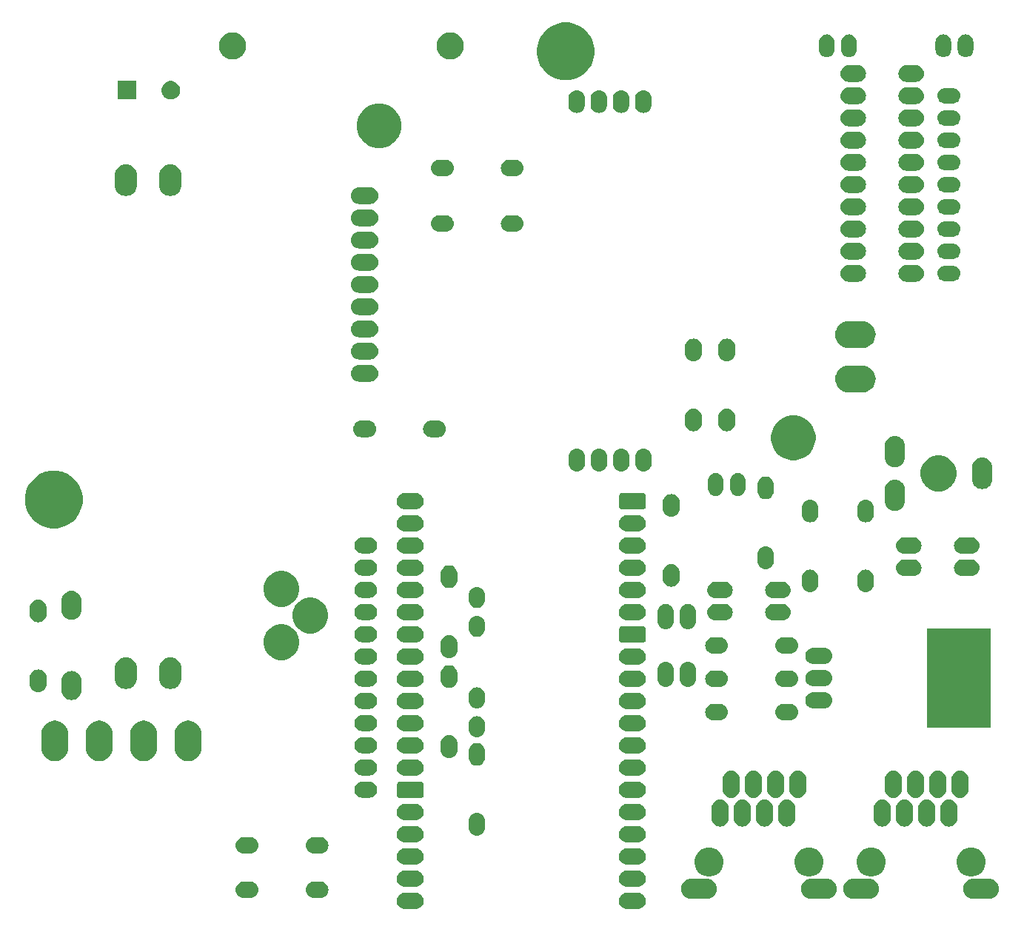
<source format=gts>
G04 #@! TF.GenerationSoftware,KiCad,Pcbnew,5.1.5+dfsg1-2build2*
G04 #@! TF.CreationDate,2023-03-02T23:39:50+01:00*
G04 #@! TF.ProjectId,RSensHub,5253656e-7348-4756-922e-6b696361645f,rev?*
G04 #@! TF.SameCoordinates,Original*
G04 #@! TF.FileFunction,Soldermask,Top*
G04 #@! TF.FilePolarity,Negative*
%FSLAX46Y46*%
G04 Gerber Fmt 4.6, Leading zero omitted, Abs format (unit mm)*
G04 Created by KiCad (PCBNEW 5.1.5+dfsg1-2build2) date 2023-03-02 23:39:50*
%MOMM*%
%LPD*%
G04 APERTURE LIST*
%ADD10C,0.150000*%
G04 APERTURE END LIST*
D10*
G36*
X371626425Y-122887760D02*
G01*
X371626428Y-122887761D01*
X371626429Y-122887761D01*
X371805693Y-122942140D01*
X371805696Y-122942142D01*
X371805697Y-122942142D01*
X371970903Y-123030446D01*
X372115712Y-123149288D01*
X372234554Y-123294097D01*
X372322858Y-123459303D01*
X372322860Y-123459307D01*
X372354116Y-123562346D01*
X372377240Y-123638575D01*
X372395601Y-123825000D01*
X372377240Y-124011425D01*
X372377239Y-124011428D01*
X372377239Y-124011429D01*
X372322860Y-124190693D01*
X372322858Y-124190696D01*
X372322858Y-124190697D01*
X372234554Y-124355903D01*
X372115712Y-124500712D01*
X371970903Y-124619554D01*
X371805697Y-124707858D01*
X371805693Y-124707860D01*
X371626429Y-124762239D01*
X371626428Y-124762239D01*
X371626425Y-124762240D01*
X371486718Y-124776000D01*
X370193282Y-124776000D01*
X370053575Y-124762240D01*
X370053572Y-124762239D01*
X370053571Y-124762239D01*
X369874307Y-124707860D01*
X369874303Y-124707858D01*
X369709097Y-124619554D01*
X369564288Y-124500712D01*
X369445446Y-124355903D01*
X369357142Y-124190697D01*
X369357142Y-124190696D01*
X369357140Y-124190693D01*
X369302761Y-124011429D01*
X369302761Y-124011428D01*
X369302760Y-124011425D01*
X369284399Y-123825000D01*
X369302760Y-123638575D01*
X369325884Y-123562346D01*
X369357140Y-123459307D01*
X369357142Y-123459303D01*
X369445446Y-123294097D01*
X369564288Y-123149288D01*
X369709097Y-123030446D01*
X369874303Y-122942142D01*
X369874304Y-122942142D01*
X369874307Y-122942140D01*
X370053571Y-122887761D01*
X370053572Y-122887761D01*
X370053575Y-122887760D01*
X370193282Y-122874000D01*
X371486718Y-122874000D01*
X371626425Y-122887760D01*
G37*
G36*
X346226425Y-122887760D02*
G01*
X346226428Y-122887761D01*
X346226429Y-122887761D01*
X346405693Y-122942140D01*
X346405696Y-122942142D01*
X346405697Y-122942142D01*
X346570903Y-123030446D01*
X346715712Y-123149288D01*
X346834554Y-123294097D01*
X346922858Y-123459303D01*
X346922860Y-123459307D01*
X346954116Y-123562346D01*
X346977240Y-123638575D01*
X346995601Y-123825000D01*
X346977240Y-124011425D01*
X346977239Y-124011428D01*
X346977239Y-124011429D01*
X346922860Y-124190693D01*
X346922858Y-124190696D01*
X346922858Y-124190697D01*
X346834554Y-124355903D01*
X346715712Y-124500712D01*
X346570903Y-124619554D01*
X346405697Y-124707858D01*
X346405693Y-124707860D01*
X346226429Y-124762239D01*
X346226428Y-124762239D01*
X346226425Y-124762240D01*
X346086718Y-124776000D01*
X344793282Y-124776000D01*
X344653575Y-124762240D01*
X344653572Y-124762239D01*
X344653571Y-124762239D01*
X344474307Y-124707860D01*
X344474303Y-124707858D01*
X344309097Y-124619554D01*
X344164288Y-124500712D01*
X344045446Y-124355903D01*
X343957142Y-124190697D01*
X343957142Y-124190696D01*
X343957140Y-124190693D01*
X343902761Y-124011429D01*
X343902761Y-124011428D01*
X343902760Y-124011425D01*
X343884399Y-123825000D01*
X343902760Y-123638575D01*
X343925884Y-123562346D01*
X343957140Y-123459307D01*
X343957142Y-123459303D01*
X344045446Y-123294097D01*
X344164288Y-123149288D01*
X344309097Y-123030446D01*
X344474303Y-122942142D01*
X344474304Y-122942142D01*
X344474307Y-122942140D01*
X344653571Y-122887761D01*
X344653572Y-122887761D01*
X344653575Y-122887760D01*
X344793282Y-122874000D01*
X346086718Y-122874000D01*
X346226425Y-122887760D01*
G37*
G36*
X398004025Y-121280396D02*
G01*
X398087040Y-121288572D01*
X398138635Y-121293654D01*
X398355600Y-121359470D01*
X398355602Y-121359471D01*
X398555555Y-121466347D01*
X398730818Y-121610182D01*
X398874653Y-121785445D01*
X398968334Y-121960712D01*
X398981530Y-121985400D01*
X399047346Y-122202365D01*
X399069569Y-122428000D01*
X399047346Y-122653635D01*
X399020714Y-122741429D01*
X398981529Y-122870602D01*
X398874653Y-123070555D01*
X398730818Y-123245818D01*
X398555555Y-123389653D01*
X398363628Y-123492239D01*
X398355600Y-123496530D01*
X398138635Y-123562346D01*
X398082271Y-123567897D01*
X397969545Y-123579000D01*
X396056455Y-123579000D01*
X395943729Y-123567897D01*
X395887365Y-123562346D01*
X395670400Y-123496530D01*
X395662372Y-123492239D01*
X395470445Y-123389653D01*
X395295182Y-123245818D01*
X395151347Y-123070555D01*
X395044471Y-122870602D01*
X395005287Y-122741429D01*
X394978654Y-122653635D01*
X394956431Y-122428000D01*
X394978654Y-122202365D01*
X395044470Y-121985400D01*
X395057666Y-121960712D01*
X395151347Y-121785445D01*
X395295182Y-121610182D01*
X395470445Y-121466347D01*
X395670398Y-121359471D01*
X395670400Y-121359470D01*
X395887365Y-121293654D01*
X395975231Y-121285000D01*
X396056455Y-121277000D01*
X397949980Y-121277000D01*
X397974366Y-121274598D01*
X397977311Y-121273705D01*
X398004025Y-121280396D01*
G37*
G36*
X409745634Y-121274598D02*
G01*
X409770020Y-121277000D01*
X411663545Y-121277000D01*
X411744769Y-121285000D01*
X411832635Y-121293654D01*
X412049600Y-121359470D01*
X412049602Y-121359471D01*
X412249555Y-121466347D01*
X412424818Y-121610182D01*
X412568653Y-121785445D01*
X412662334Y-121960712D01*
X412675530Y-121985400D01*
X412741346Y-122202365D01*
X412763569Y-122428000D01*
X412741346Y-122653635D01*
X412714714Y-122741429D01*
X412675529Y-122870602D01*
X412568653Y-123070555D01*
X412424818Y-123245818D01*
X412249555Y-123389653D01*
X412057628Y-123492239D01*
X412049600Y-123496530D01*
X411832635Y-123562346D01*
X411776271Y-123567897D01*
X411663545Y-123579000D01*
X409750455Y-123579000D01*
X409637729Y-123567897D01*
X409581365Y-123562346D01*
X409364400Y-123496530D01*
X409356372Y-123492239D01*
X409164445Y-123389653D01*
X408989182Y-123245818D01*
X408845347Y-123070555D01*
X408738471Y-122870602D01*
X408699287Y-122741429D01*
X408672654Y-122653635D01*
X408650431Y-122428000D01*
X408672654Y-122202365D01*
X408738470Y-121985400D01*
X408751666Y-121960712D01*
X408845347Y-121785445D01*
X408989182Y-121610182D01*
X409164445Y-121466347D01*
X409364398Y-121359471D01*
X409364400Y-121359470D01*
X409581365Y-121293654D01*
X409632960Y-121288572D01*
X409715975Y-121280396D01*
X409740009Y-121275616D01*
X409743805Y-121274043D01*
X409745634Y-121274598D01*
G37*
G36*
X379462025Y-121280396D02*
G01*
X379545040Y-121288572D01*
X379596635Y-121293654D01*
X379813600Y-121359470D01*
X379813602Y-121359471D01*
X380013555Y-121466347D01*
X380188818Y-121610182D01*
X380332653Y-121785445D01*
X380426334Y-121960712D01*
X380439530Y-121985400D01*
X380505346Y-122202365D01*
X380527569Y-122428000D01*
X380505346Y-122653635D01*
X380478714Y-122741429D01*
X380439529Y-122870602D01*
X380332653Y-123070555D01*
X380188818Y-123245818D01*
X380013555Y-123389653D01*
X379821628Y-123492239D01*
X379813600Y-123496530D01*
X379596635Y-123562346D01*
X379540271Y-123567897D01*
X379427545Y-123579000D01*
X377514455Y-123579000D01*
X377401729Y-123567897D01*
X377345365Y-123562346D01*
X377128400Y-123496530D01*
X377120372Y-123492239D01*
X376928445Y-123389653D01*
X376753182Y-123245818D01*
X376609347Y-123070555D01*
X376502471Y-122870602D01*
X376463287Y-122741429D01*
X376436654Y-122653635D01*
X376414431Y-122428000D01*
X376436654Y-122202365D01*
X376502470Y-121985400D01*
X376515666Y-121960712D01*
X376609347Y-121785445D01*
X376753182Y-121610182D01*
X376928445Y-121466347D01*
X377128398Y-121359471D01*
X377128400Y-121359470D01*
X377345365Y-121293654D01*
X377433231Y-121285000D01*
X377514455Y-121277000D01*
X379407980Y-121277000D01*
X379432366Y-121274598D01*
X379435311Y-121273705D01*
X379462025Y-121280396D01*
G37*
G36*
X391203634Y-121274598D02*
G01*
X391228020Y-121277000D01*
X393121545Y-121277000D01*
X393202769Y-121285000D01*
X393290635Y-121293654D01*
X393507600Y-121359470D01*
X393507602Y-121359471D01*
X393707555Y-121466347D01*
X393882818Y-121610182D01*
X394026653Y-121785445D01*
X394120334Y-121960712D01*
X394133530Y-121985400D01*
X394199346Y-122202365D01*
X394221569Y-122428000D01*
X394199346Y-122653635D01*
X394172714Y-122741429D01*
X394133529Y-122870602D01*
X394026653Y-123070555D01*
X393882818Y-123245818D01*
X393707555Y-123389653D01*
X393515628Y-123492239D01*
X393507600Y-123496530D01*
X393290635Y-123562346D01*
X393234271Y-123567897D01*
X393121545Y-123579000D01*
X391208455Y-123579000D01*
X391095729Y-123567897D01*
X391039365Y-123562346D01*
X390822400Y-123496530D01*
X390814372Y-123492239D01*
X390622445Y-123389653D01*
X390447182Y-123245818D01*
X390303347Y-123070555D01*
X390196471Y-122870602D01*
X390157287Y-122741429D01*
X390130654Y-122653635D01*
X390108431Y-122428000D01*
X390130654Y-122202365D01*
X390196470Y-121985400D01*
X390209666Y-121960712D01*
X390303347Y-121785445D01*
X390447182Y-121610182D01*
X390622445Y-121466347D01*
X390822398Y-121359471D01*
X390822400Y-121359470D01*
X391039365Y-121293654D01*
X391090960Y-121288572D01*
X391173975Y-121280396D01*
X391198009Y-121275616D01*
X391201805Y-121274043D01*
X391203634Y-121274598D01*
G37*
G36*
X335316425Y-121617760D02*
G01*
X335316428Y-121617761D01*
X335316429Y-121617761D01*
X335495693Y-121672140D01*
X335495696Y-121672142D01*
X335495697Y-121672142D01*
X335660903Y-121760446D01*
X335805712Y-121879288D01*
X335924554Y-122024097D01*
X336012858Y-122189303D01*
X336012860Y-122189307D01*
X336067239Y-122368571D01*
X336067240Y-122368575D01*
X336085601Y-122555000D01*
X336067240Y-122741425D01*
X336067239Y-122741428D01*
X336067239Y-122741429D01*
X336012860Y-122920693D01*
X336012858Y-122920696D01*
X336012858Y-122920697D01*
X335924554Y-123085903D01*
X335805712Y-123230712D01*
X335660903Y-123349554D01*
X335495697Y-123437858D01*
X335495693Y-123437860D01*
X335316429Y-123492239D01*
X335316428Y-123492239D01*
X335316425Y-123492240D01*
X335176718Y-123506000D01*
X334383282Y-123506000D01*
X334243575Y-123492240D01*
X334243572Y-123492239D01*
X334243571Y-123492239D01*
X334064307Y-123437860D01*
X334064303Y-123437858D01*
X333899097Y-123349554D01*
X333754288Y-123230712D01*
X333635446Y-123085903D01*
X333547142Y-122920697D01*
X333547142Y-122920696D01*
X333547140Y-122920693D01*
X333492761Y-122741429D01*
X333492761Y-122741428D01*
X333492760Y-122741425D01*
X333474399Y-122555000D01*
X333492760Y-122368575D01*
X333492761Y-122368571D01*
X333547140Y-122189307D01*
X333547142Y-122189303D01*
X333635446Y-122024097D01*
X333754288Y-121879288D01*
X333899097Y-121760446D01*
X334064303Y-121672142D01*
X334064304Y-121672142D01*
X334064307Y-121672140D01*
X334243571Y-121617761D01*
X334243572Y-121617761D01*
X334243575Y-121617760D01*
X334383282Y-121604000D01*
X335176718Y-121604000D01*
X335316425Y-121617760D01*
G37*
G36*
X327316425Y-121617760D02*
G01*
X327316428Y-121617761D01*
X327316429Y-121617761D01*
X327495693Y-121672140D01*
X327495696Y-121672142D01*
X327495697Y-121672142D01*
X327660903Y-121760446D01*
X327805712Y-121879288D01*
X327924554Y-122024097D01*
X328012858Y-122189303D01*
X328012860Y-122189307D01*
X328067239Y-122368571D01*
X328067240Y-122368575D01*
X328085601Y-122555000D01*
X328067240Y-122741425D01*
X328067239Y-122741428D01*
X328067239Y-122741429D01*
X328012860Y-122920693D01*
X328012858Y-122920696D01*
X328012858Y-122920697D01*
X327924554Y-123085903D01*
X327805712Y-123230712D01*
X327660903Y-123349554D01*
X327495697Y-123437858D01*
X327495693Y-123437860D01*
X327316429Y-123492239D01*
X327316428Y-123492239D01*
X327316425Y-123492240D01*
X327176718Y-123506000D01*
X326383282Y-123506000D01*
X326243575Y-123492240D01*
X326243572Y-123492239D01*
X326243571Y-123492239D01*
X326064307Y-123437860D01*
X326064303Y-123437858D01*
X325899097Y-123349554D01*
X325754288Y-123230712D01*
X325635446Y-123085903D01*
X325547142Y-122920697D01*
X325547142Y-122920696D01*
X325547140Y-122920693D01*
X325492761Y-122741429D01*
X325492761Y-122741428D01*
X325492760Y-122741425D01*
X325474399Y-122555000D01*
X325492760Y-122368575D01*
X325492761Y-122368571D01*
X325547140Y-122189307D01*
X325547142Y-122189303D01*
X325635446Y-122024097D01*
X325754288Y-121879288D01*
X325899097Y-121760446D01*
X326064303Y-121672142D01*
X326064304Y-121672142D01*
X326064307Y-121672140D01*
X326243571Y-121617761D01*
X326243572Y-121617761D01*
X326243575Y-121617760D01*
X326383282Y-121604000D01*
X327176718Y-121604000D01*
X327316425Y-121617760D01*
G37*
G36*
X346226425Y-120347760D02*
G01*
X346226428Y-120347761D01*
X346226429Y-120347761D01*
X346405693Y-120402140D01*
X346405696Y-120402142D01*
X346405697Y-120402142D01*
X346570903Y-120490446D01*
X346715712Y-120609288D01*
X346834554Y-120754097D01*
X346922858Y-120919303D01*
X346922860Y-120919307D01*
X346957470Y-121033402D01*
X346977240Y-121098575D01*
X346995601Y-121285000D01*
X346977240Y-121471425D01*
X346977239Y-121471428D01*
X346977239Y-121471429D01*
X346922860Y-121650693D01*
X346922858Y-121650696D01*
X346922858Y-121650697D01*
X346834554Y-121815903D01*
X346715712Y-121960712D01*
X346570903Y-122079554D01*
X346405697Y-122167858D01*
X346405693Y-122167860D01*
X346226429Y-122222239D01*
X346226428Y-122222239D01*
X346226425Y-122222240D01*
X346086718Y-122236000D01*
X344793282Y-122236000D01*
X344653575Y-122222240D01*
X344653572Y-122222239D01*
X344653571Y-122222239D01*
X344474307Y-122167860D01*
X344474303Y-122167858D01*
X344309097Y-122079554D01*
X344164288Y-121960712D01*
X344045446Y-121815903D01*
X343957142Y-121650697D01*
X343957142Y-121650696D01*
X343957140Y-121650693D01*
X343902761Y-121471429D01*
X343902761Y-121471428D01*
X343902760Y-121471425D01*
X343884399Y-121285000D01*
X343902760Y-121098575D01*
X343922530Y-121033402D01*
X343957140Y-120919307D01*
X343957142Y-120919303D01*
X344045446Y-120754097D01*
X344164288Y-120609288D01*
X344309097Y-120490446D01*
X344474303Y-120402142D01*
X344474304Y-120402142D01*
X344474307Y-120402140D01*
X344653571Y-120347761D01*
X344653572Y-120347761D01*
X344653575Y-120347760D01*
X344793282Y-120334000D01*
X346086718Y-120334000D01*
X346226425Y-120347760D01*
G37*
G36*
X371626425Y-120347760D02*
G01*
X371626428Y-120347761D01*
X371626429Y-120347761D01*
X371805693Y-120402140D01*
X371805696Y-120402142D01*
X371805697Y-120402142D01*
X371970903Y-120490446D01*
X372115712Y-120609288D01*
X372234554Y-120754097D01*
X372322858Y-120919303D01*
X372322860Y-120919307D01*
X372357470Y-121033402D01*
X372377240Y-121098575D01*
X372395601Y-121285000D01*
X372377240Y-121471425D01*
X372377239Y-121471428D01*
X372377239Y-121471429D01*
X372322860Y-121650693D01*
X372322858Y-121650696D01*
X372322858Y-121650697D01*
X372234554Y-121815903D01*
X372115712Y-121960712D01*
X371970903Y-122079554D01*
X371805697Y-122167858D01*
X371805693Y-122167860D01*
X371626429Y-122222239D01*
X371626428Y-122222239D01*
X371626425Y-122222240D01*
X371486718Y-122236000D01*
X370193282Y-122236000D01*
X370053575Y-122222240D01*
X370053572Y-122222239D01*
X370053571Y-122222239D01*
X369874307Y-122167860D01*
X369874303Y-122167858D01*
X369709097Y-122079554D01*
X369564288Y-121960712D01*
X369445446Y-121815903D01*
X369357142Y-121650697D01*
X369357142Y-121650696D01*
X369357140Y-121650693D01*
X369302761Y-121471429D01*
X369302761Y-121471428D01*
X369302760Y-121471425D01*
X369284399Y-121285000D01*
X369302760Y-121098575D01*
X369322530Y-121033402D01*
X369357140Y-120919307D01*
X369357142Y-120919303D01*
X369445446Y-120754097D01*
X369564288Y-120609288D01*
X369709097Y-120490446D01*
X369874303Y-120402142D01*
X369874304Y-120402142D01*
X369874307Y-120402140D01*
X370053571Y-120347761D01*
X370053572Y-120347761D01*
X370053575Y-120347760D01*
X370193282Y-120334000D01*
X371486718Y-120334000D01*
X371626425Y-120347760D01*
G37*
G36*
X409950256Y-117771298D02*
G01*
X410056579Y-117792447D01*
X410357042Y-117916903D01*
X410627451Y-118097585D01*
X410857415Y-118327549D01*
X410914003Y-118412239D01*
X411038098Y-118597960D01*
X411162553Y-118898422D01*
X411204777Y-119110693D01*
X411226000Y-119217391D01*
X411226000Y-119542609D01*
X411162553Y-119861579D01*
X411038097Y-120162042D01*
X410857415Y-120432451D01*
X410627451Y-120662415D01*
X410357042Y-120843097D01*
X410056579Y-120967553D01*
X409924617Y-120993802D01*
X409745634Y-121029404D01*
X409728337Y-121034651D01*
X409703723Y-121031000D01*
X409412389Y-121031000D01*
X409199744Y-120988702D01*
X409093421Y-120967553D01*
X408792958Y-120843097D01*
X408522549Y-120662415D01*
X408292585Y-120432451D01*
X408111903Y-120162042D01*
X407987447Y-119861579D01*
X407924000Y-119542609D01*
X407924000Y-119217391D01*
X407945224Y-119110693D01*
X407987447Y-118898422D01*
X408111902Y-118597960D01*
X408235997Y-118412239D01*
X408292585Y-118327549D01*
X408522549Y-118097585D01*
X408792958Y-117916903D01*
X409093421Y-117792447D01*
X409199744Y-117771298D01*
X409412389Y-117729000D01*
X409737611Y-117729000D01*
X409950256Y-117771298D01*
G37*
G36*
X391408256Y-117771298D02*
G01*
X391514579Y-117792447D01*
X391815042Y-117916903D01*
X392085451Y-118097585D01*
X392315415Y-118327549D01*
X392372003Y-118412239D01*
X392496098Y-118597960D01*
X392620553Y-118898422D01*
X392662777Y-119110693D01*
X392684000Y-119217391D01*
X392684000Y-119542609D01*
X392620553Y-119861579D01*
X392496097Y-120162042D01*
X392315415Y-120432451D01*
X392085451Y-120662415D01*
X391815042Y-120843097D01*
X391514579Y-120967553D01*
X391382617Y-120993802D01*
X391203634Y-121029404D01*
X391186337Y-121034651D01*
X391161723Y-121031000D01*
X390870389Y-121031000D01*
X390657744Y-120988702D01*
X390551421Y-120967553D01*
X390250958Y-120843097D01*
X389980549Y-120662415D01*
X389750585Y-120432451D01*
X389569903Y-120162042D01*
X389445447Y-119861579D01*
X389382000Y-119542609D01*
X389382000Y-119217391D01*
X389403224Y-119110693D01*
X389445447Y-118898422D01*
X389569902Y-118597960D01*
X389693997Y-118412239D01*
X389750585Y-118327549D01*
X389980549Y-118097585D01*
X390250958Y-117916903D01*
X390551421Y-117792447D01*
X390657744Y-117771298D01*
X390870389Y-117729000D01*
X391195611Y-117729000D01*
X391408256Y-117771298D01*
G37*
G36*
X398520256Y-117771298D02*
G01*
X398626579Y-117792447D01*
X398927042Y-117916903D01*
X399197451Y-118097585D01*
X399427415Y-118327549D01*
X399484003Y-118412239D01*
X399608098Y-118597960D01*
X399732553Y-118898422D01*
X399774777Y-119110693D01*
X399796000Y-119217391D01*
X399796000Y-119542609D01*
X399732553Y-119861579D01*
X399608097Y-120162042D01*
X399427415Y-120432451D01*
X399197451Y-120662415D01*
X398927042Y-120843097D01*
X398626579Y-120967553D01*
X398520256Y-120988702D01*
X398307611Y-121031000D01*
X398016277Y-121031000D01*
X397991891Y-121033402D01*
X397989718Y-121034061D01*
X397974366Y-121029404D01*
X397795383Y-120993802D01*
X397663421Y-120967553D01*
X397362958Y-120843097D01*
X397092549Y-120662415D01*
X396862585Y-120432451D01*
X396681903Y-120162042D01*
X396557447Y-119861579D01*
X396494000Y-119542609D01*
X396494000Y-119217391D01*
X396515224Y-119110693D01*
X396557447Y-118898422D01*
X396681902Y-118597960D01*
X396805997Y-118412239D01*
X396862585Y-118327549D01*
X397092549Y-118097585D01*
X397362958Y-117916903D01*
X397663421Y-117792447D01*
X397769744Y-117771298D01*
X397982389Y-117729000D01*
X398307611Y-117729000D01*
X398520256Y-117771298D01*
G37*
G36*
X379978256Y-117771298D02*
G01*
X380084579Y-117792447D01*
X380385042Y-117916903D01*
X380655451Y-118097585D01*
X380885415Y-118327549D01*
X380942003Y-118412239D01*
X381066098Y-118597960D01*
X381190553Y-118898422D01*
X381232777Y-119110693D01*
X381254000Y-119217391D01*
X381254000Y-119542609D01*
X381190553Y-119861579D01*
X381066097Y-120162042D01*
X380885415Y-120432451D01*
X380655451Y-120662415D01*
X380385042Y-120843097D01*
X380084579Y-120967553D01*
X379978256Y-120988702D01*
X379765611Y-121031000D01*
X379474277Y-121031000D01*
X379449891Y-121033402D01*
X379447718Y-121034061D01*
X379432366Y-121029404D01*
X379253383Y-120993802D01*
X379121421Y-120967553D01*
X378820958Y-120843097D01*
X378550549Y-120662415D01*
X378320585Y-120432451D01*
X378139903Y-120162042D01*
X378015447Y-119861579D01*
X377952000Y-119542609D01*
X377952000Y-119217391D01*
X377973224Y-119110693D01*
X378015447Y-118898422D01*
X378139902Y-118597960D01*
X378263997Y-118412239D01*
X378320585Y-118327549D01*
X378550549Y-118097585D01*
X378820958Y-117916903D01*
X379121421Y-117792447D01*
X379227744Y-117771298D01*
X379440389Y-117729000D01*
X379765611Y-117729000D01*
X379978256Y-117771298D01*
G37*
G36*
X346226425Y-117807760D02*
G01*
X346226428Y-117807761D01*
X346226429Y-117807761D01*
X346405693Y-117862140D01*
X346405696Y-117862142D01*
X346405697Y-117862142D01*
X346570903Y-117950446D01*
X346715712Y-118069288D01*
X346834554Y-118214097D01*
X346922858Y-118379303D01*
X346922860Y-118379307D01*
X346977239Y-118558571D01*
X346977240Y-118558575D01*
X346995601Y-118745000D01*
X346977240Y-118931425D01*
X346977239Y-118931428D01*
X346977239Y-118931429D01*
X346922860Y-119110693D01*
X346922858Y-119110696D01*
X346922858Y-119110697D01*
X346834554Y-119275903D01*
X346715712Y-119420712D01*
X346570903Y-119539554D01*
X346405697Y-119627858D01*
X346405693Y-119627860D01*
X346226429Y-119682239D01*
X346226428Y-119682239D01*
X346226425Y-119682240D01*
X346086718Y-119696000D01*
X344793282Y-119696000D01*
X344653575Y-119682240D01*
X344653572Y-119682239D01*
X344653571Y-119682239D01*
X344474307Y-119627860D01*
X344474303Y-119627858D01*
X344309097Y-119539554D01*
X344164288Y-119420712D01*
X344045446Y-119275903D01*
X343957142Y-119110697D01*
X343957142Y-119110696D01*
X343957140Y-119110693D01*
X343902761Y-118931429D01*
X343902761Y-118931428D01*
X343902760Y-118931425D01*
X343884399Y-118745000D01*
X343902760Y-118558575D01*
X343902761Y-118558571D01*
X343957140Y-118379307D01*
X343957142Y-118379303D01*
X344045446Y-118214097D01*
X344164288Y-118069288D01*
X344309097Y-117950446D01*
X344474303Y-117862142D01*
X344474304Y-117862142D01*
X344474307Y-117862140D01*
X344653571Y-117807761D01*
X344653572Y-117807761D01*
X344653575Y-117807760D01*
X344793282Y-117794000D01*
X346086718Y-117794000D01*
X346226425Y-117807760D01*
G37*
G36*
X371626425Y-117807760D02*
G01*
X371626428Y-117807761D01*
X371626429Y-117807761D01*
X371805693Y-117862140D01*
X371805696Y-117862142D01*
X371805697Y-117862142D01*
X371970903Y-117950446D01*
X372115712Y-118069288D01*
X372234554Y-118214097D01*
X372322858Y-118379303D01*
X372322860Y-118379307D01*
X372377239Y-118558571D01*
X372377240Y-118558575D01*
X372395601Y-118745000D01*
X372377240Y-118931425D01*
X372377239Y-118931428D01*
X372377239Y-118931429D01*
X372322860Y-119110693D01*
X372322858Y-119110696D01*
X372322858Y-119110697D01*
X372234554Y-119275903D01*
X372115712Y-119420712D01*
X371970903Y-119539554D01*
X371805697Y-119627858D01*
X371805693Y-119627860D01*
X371626429Y-119682239D01*
X371626428Y-119682239D01*
X371626425Y-119682240D01*
X371486718Y-119696000D01*
X370193282Y-119696000D01*
X370053575Y-119682240D01*
X370053572Y-119682239D01*
X370053571Y-119682239D01*
X369874307Y-119627860D01*
X369874303Y-119627858D01*
X369709097Y-119539554D01*
X369564288Y-119420712D01*
X369445446Y-119275903D01*
X369357142Y-119110697D01*
X369357142Y-119110696D01*
X369357140Y-119110693D01*
X369302761Y-118931429D01*
X369302761Y-118931428D01*
X369302760Y-118931425D01*
X369284399Y-118745000D01*
X369302760Y-118558575D01*
X369302761Y-118558571D01*
X369357140Y-118379307D01*
X369357142Y-118379303D01*
X369445446Y-118214097D01*
X369564288Y-118069288D01*
X369709097Y-117950446D01*
X369874303Y-117862142D01*
X369874304Y-117862142D01*
X369874307Y-117862140D01*
X370053571Y-117807761D01*
X370053572Y-117807761D01*
X370053575Y-117807760D01*
X370193282Y-117794000D01*
X371486718Y-117794000D01*
X371626425Y-117807760D01*
G37*
G36*
X335316425Y-116537760D02*
G01*
X335316428Y-116537761D01*
X335316429Y-116537761D01*
X335495693Y-116592140D01*
X335495696Y-116592142D01*
X335495697Y-116592142D01*
X335660903Y-116680446D01*
X335805712Y-116799288D01*
X335924554Y-116944097D01*
X336012858Y-117109303D01*
X336012860Y-117109307D01*
X336067239Y-117288571D01*
X336067240Y-117288575D01*
X336085601Y-117475000D01*
X336067240Y-117661425D01*
X336067239Y-117661428D01*
X336067239Y-117661429D01*
X336012860Y-117840693D01*
X336012858Y-117840696D01*
X336012858Y-117840697D01*
X335924554Y-118005903D01*
X335805712Y-118150712D01*
X335660903Y-118269554D01*
X335495697Y-118357858D01*
X335495693Y-118357860D01*
X335316429Y-118412239D01*
X335316428Y-118412239D01*
X335316425Y-118412240D01*
X335176718Y-118426000D01*
X334383282Y-118426000D01*
X334243575Y-118412240D01*
X334243572Y-118412239D01*
X334243571Y-118412239D01*
X334064307Y-118357860D01*
X334064303Y-118357858D01*
X333899097Y-118269554D01*
X333754288Y-118150712D01*
X333635446Y-118005903D01*
X333547142Y-117840697D01*
X333547142Y-117840696D01*
X333547140Y-117840693D01*
X333492761Y-117661429D01*
X333492761Y-117661428D01*
X333492760Y-117661425D01*
X333474399Y-117475000D01*
X333492760Y-117288575D01*
X333492761Y-117288571D01*
X333547140Y-117109307D01*
X333547142Y-117109303D01*
X333635446Y-116944097D01*
X333754288Y-116799288D01*
X333899097Y-116680446D01*
X334064303Y-116592142D01*
X334064304Y-116592142D01*
X334064307Y-116592140D01*
X334243571Y-116537761D01*
X334243572Y-116537761D01*
X334243575Y-116537760D01*
X334383282Y-116524000D01*
X335176718Y-116524000D01*
X335316425Y-116537760D01*
G37*
G36*
X327316425Y-116537760D02*
G01*
X327316428Y-116537761D01*
X327316429Y-116537761D01*
X327495693Y-116592140D01*
X327495696Y-116592142D01*
X327495697Y-116592142D01*
X327660903Y-116680446D01*
X327805712Y-116799288D01*
X327924554Y-116944097D01*
X328012858Y-117109303D01*
X328012860Y-117109307D01*
X328067239Y-117288571D01*
X328067240Y-117288575D01*
X328085601Y-117475000D01*
X328067240Y-117661425D01*
X328067239Y-117661428D01*
X328067239Y-117661429D01*
X328012860Y-117840693D01*
X328012858Y-117840696D01*
X328012858Y-117840697D01*
X327924554Y-118005903D01*
X327805712Y-118150712D01*
X327660903Y-118269554D01*
X327495697Y-118357858D01*
X327495693Y-118357860D01*
X327316429Y-118412239D01*
X327316428Y-118412239D01*
X327316425Y-118412240D01*
X327176718Y-118426000D01*
X326383282Y-118426000D01*
X326243575Y-118412240D01*
X326243572Y-118412239D01*
X326243571Y-118412239D01*
X326064307Y-118357860D01*
X326064303Y-118357858D01*
X325899097Y-118269554D01*
X325754288Y-118150712D01*
X325635446Y-118005903D01*
X325547142Y-117840697D01*
X325547142Y-117840696D01*
X325547140Y-117840693D01*
X325492761Y-117661429D01*
X325492761Y-117661428D01*
X325492760Y-117661425D01*
X325474399Y-117475000D01*
X325492760Y-117288575D01*
X325492761Y-117288571D01*
X325547140Y-117109307D01*
X325547142Y-117109303D01*
X325635446Y-116944097D01*
X325754288Y-116799288D01*
X325899097Y-116680446D01*
X326064303Y-116592142D01*
X326064304Y-116592142D01*
X326064307Y-116592140D01*
X326243571Y-116537761D01*
X326243572Y-116537761D01*
X326243575Y-116537760D01*
X326383282Y-116524000D01*
X327176718Y-116524000D01*
X327316425Y-116537760D01*
G37*
G36*
X346226425Y-115267760D02*
G01*
X346226428Y-115267761D01*
X346226429Y-115267761D01*
X346405693Y-115322140D01*
X346405696Y-115322142D01*
X346405697Y-115322142D01*
X346570903Y-115410446D01*
X346715712Y-115529288D01*
X346834554Y-115674097D01*
X346894202Y-115785692D01*
X346922860Y-115839307D01*
X346956712Y-115950903D01*
X346977240Y-116018575D01*
X346995601Y-116205000D01*
X346977240Y-116391425D01*
X346977239Y-116391428D01*
X346977239Y-116391429D01*
X346922860Y-116570693D01*
X346922858Y-116570696D01*
X346922858Y-116570697D01*
X346834554Y-116735903D01*
X346715712Y-116880712D01*
X346570903Y-116999554D01*
X346405697Y-117087858D01*
X346405693Y-117087860D01*
X346226429Y-117142239D01*
X346226428Y-117142239D01*
X346226425Y-117142240D01*
X346086718Y-117156000D01*
X344793282Y-117156000D01*
X344653575Y-117142240D01*
X344653572Y-117142239D01*
X344653571Y-117142239D01*
X344474307Y-117087860D01*
X344474303Y-117087858D01*
X344309097Y-116999554D01*
X344164288Y-116880712D01*
X344045446Y-116735903D01*
X343957142Y-116570697D01*
X343957142Y-116570696D01*
X343957140Y-116570693D01*
X343902761Y-116391429D01*
X343902761Y-116391428D01*
X343902760Y-116391425D01*
X343884399Y-116205000D01*
X343902760Y-116018575D01*
X343923288Y-115950903D01*
X343957140Y-115839307D01*
X343985798Y-115785692D01*
X344045446Y-115674097D01*
X344164288Y-115529288D01*
X344309097Y-115410446D01*
X344474303Y-115322142D01*
X344474304Y-115322142D01*
X344474307Y-115322140D01*
X344653571Y-115267761D01*
X344653572Y-115267761D01*
X344653575Y-115267760D01*
X344793282Y-115254000D01*
X346086718Y-115254000D01*
X346226425Y-115267760D01*
G37*
G36*
X371626425Y-115267760D02*
G01*
X371626428Y-115267761D01*
X371626429Y-115267761D01*
X371805693Y-115322140D01*
X371805696Y-115322142D01*
X371805697Y-115322142D01*
X371970903Y-115410446D01*
X372115712Y-115529288D01*
X372234554Y-115674097D01*
X372294202Y-115785692D01*
X372322860Y-115839307D01*
X372356712Y-115950903D01*
X372377240Y-116018575D01*
X372395601Y-116205000D01*
X372377240Y-116391425D01*
X372377239Y-116391428D01*
X372377239Y-116391429D01*
X372322860Y-116570693D01*
X372322858Y-116570696D01*
X372322858Y-116570697D01*
X372234554Y-116735903D01*
X372115712Y-116880712D01*
X371970903Y-116999554D01*
X371805697Y-117087858D01*
X371805693Y-117087860D01*
X371626429Y-117142239D01*
X371626428Y-117142239D01*
X371626425Y-117142240D01*
X371486718Y-117156000D01*
X370193282Y-117156000D01*
X370053575Y-117142240D01*
X370053572Y-117142239D01*
X370053571Y-117142239D01*
X369874307Y-117087860D01*
X369874303Y-117087858D01*
X369709097Y-116999554D01*
X369564288Y-116880712D01*
X369445446Y-116735903D01*
X369357142Y-116570697D01*
X369357142Y-116570696D01*
X369357140Y-116570693D01*
X369302761Y-116391429D01*
X369302761Y-116391428D01*
X369302760Y-116391425D01*
X369284399Y-116205000D01*
X369302760Y-116018575D01*
X369323288Y-115950903D01*
X369357140Y-115839307D01*
X369385798Y-115785692D01*
X369445446Y-115674097D01*
X369564288Y-115529288D01*
X369709097Y-115410446D01*
X369874303Y-115322142D01*
X369874304Y-115322142D01*
X369874307Y-115322140D01*
X370053571Y-115267761D01*
X370053572Y-115267761D01*
X370053575Y-115267760D01*
X370193282Y-115254000D01*
X371486718Y-115254000D01*
X371626425Y-115267760D01*
G37*
G36*
X353246424Y-113782760D02*
G01*
X353246427Y-113782761D01*
X353246428Y-113782761D01*
X353425692Y-113837140D01*
X353425695Y-113837142D01*
X353425696Y-113837142D01*
X353590903Y-113925446D01*
X353735712Y-114044288D01*
X353854554Y-114189097D01*
X353935593Y-114340712D01*
X353942860Y-114354307D01*
X353974786Y-114459554D01*
X353997240Y-114533575D01*
X354011000Y-114673282D01*
X354011000Y-115466717D01*
X353997240Y-115606426D01*
X353942859Y-115785695D01*
X353854554Y-115950903D01*
X353735712Y-116095712D01*
X353590903Y-116214554D01*
X353425697Y-116302858D01*
X353425693Y-116302860D01*
X353246429Y-116357239D01*
X353246428Y-116357239D01*
X353246425Y-116357240D01*
X353060000Y-116375601D01*
X352873576Y-116357240D01*
X352873573Y-116357239D01*
X352873572Y-116357239D01*
X352694308Y-116302860D01*
X352694304Y-116302858D01*
X352529098Y-116214554D01*
X352384289Y-116095712D01*
X352265447Y-115950903D01*
X352177140Y-115785692D01*
X352122760Y-115606430D01*
X352109000Y-115466718D01*
X352109000Y-114673283D01*
X352122760Y-114533576D01*
X352122761Y-114533572D01*
X352177140Y-114354308D01*
X352184407Y-114340712D01*
X352265446Y-114189097D01*
X352384288Y-114044288D01*
X352529097Y-113925446D01*
X352694303Y-113837142D01*
X352694304Y-113837142D01*
X352694307Y-113837140D01*
X352873571Y-113782761D01*
X352873572Y-113782761D01*
X352873575Y-113782760D01*
X353060000Y-113764399D01*
X353246424Y-113782760D01*
G37*
G36*
X381059424Y-112242760D02*
G01*
X381059427Y-112242761D01*
X381059428Y-112242761D01*
X381238692Y-112297140D01*
X381238695Y-112297142D01*
X381238696Y-112297142D01*
X381403903Y-112385446D01*
X381548712Y-112504288D01*
X381667554Y-112649097D01*
X381755858Y-112814303D01*
X381755860Y-112814307D01*
X381808940Y-112989288D01*
X381810240Y-112993575D01*
X381824000Y-113133282D01*
X381824000Y-114426718D01*
X381810240Y-114566425D01*
X381810239Y-114566428D01*
X381810239Y-114566429D01*
X381755860Y-114745693D01*
X381755858Y-114745696D01*
X381755858Y-114745697D01*
X381667554Y-114910903D01*
X381548712Y-115055712D01*
X381403903Y-115174554D01*
X381255269Y-115254000D01*
X381238693Y-115262860D01*
X381059429Y-115317239D01*
X381059428Y-115317239D01*
X381059425Y-115317240D01*
X380873000Y-115335601D01*
X380686576Y-115317240D01*
X380686573Y-115317239D01*
X380686572Y-115317239D01*
X380507308Y-115262860D01*
X380490732Y-115254000D01*
X380342098Y-115174554D01*
X380197289Y-115055712D01*
X380078447Y-114910903D01*
X379990140Y-114745692D01*
X379935760Y-114566430D01*
X379922000Y-114426718D01*
X379922000Y-113133283D01*
X379935760Y-112993576D01*
X379935761Y-112993572D01*
X379990140Y-112814308D01*
X380036400Y-112727761D01*
X380078446Y-112649097D01*
X380197288Y-112504288D01*
X380342097Y-112385446D01*
X380507303Y-112297142D01*
X380507304Y-112297142D01*
X380507307Y-112297140D01*
X380686571Y-112242761D01*
X380686572Y-112242761D01*
X380686575Y-112242760D01*
X380873000Y-112224399D01*
X381059424Y-112242760D01*
G37*
G36*
X383599424Y-112242760D02*
G01*
X383599427Y-112242761D01*
X383599428Y-112242761D01*
X383778692Y-112297140D01*
X383778695Y-112297142D01*
X383778696Y-112297142D01*
X383943903Y-112385446D01*
X384088712Y-112504288D01*
X384207554Y-112649097D01*
X384295858Y-112814303D01*
X384295860Y-112814307D01*
X384348940Y-112989288D01*
X384350240Y-112993575D01*
X384364000Y-113133282D01*
X384364000Y-114426718D01*
X384350240Y-114566425D01*
X384350239Y-114566428D01*
X384350239Y-114566429D01*
X384295860Y-114745693D01*
X384295858Y-114745696D01*
X384295858Y-114745697D01*
X384207554Y-114910903D01*
X384088712Y-115055712D01*
X383943903Y-115174554D01*
X383795269Y-115254000D01*
X383778693Y-115262860D01*
X383599429Y-115317239D01*
X383599428Y-115317239D01*
X383599425Y-115317240D01*
X383413000Y-115335601D01*
X383226576Y-115317240D01*
X383226573Y-115317239D01*
X383226572Y-115317239D01*
X383047308Y-115262860D01*
X383030732Y-115254000D01*
X382882098Y-115174554D01*
X382737289Y-115055712D01*
X382618447Y-114910903D01*
X382530140Y-114745692D01*
X382475760Y-114566430D01*
X382462000Y-114426718D01*
X382462000Y-113133283D01*
X382475760Y-112993576D01*
X382475761Y-112993572D01*
X382530140Y-112814308D01*
X382576400Y-112727761D01*
X382618446Y-112649097D01*
X382737288Y-112504288D01*
X382882097Y-112385446D01*
X383047303Y-112297142D01*
X383047304Y-112297142D01*
X383047307Y-112297140D01*
X383226571Y-112242761D01*
X383226572Y-112242761D01*
X383226575Y-112242760D01*
X383413000Y-112224399D01*
X383599424Y-112242760D01*
G37*
G36*
X386139424Y-112242760D02*
G01*
X386139427Y-112242761D01*
X386139428Y-112242761D01*
X386318692Y-112297140D01*
X386318695Y-112297142D01*
X386318696Y-112297142D01*
X386483903Y-112385446D01*
X386628712Y-112504288D01*
X386747554Y-112649097D01*
X386835858Y-112814303D01*
X386835860Y-112814307D01*
X386888940Y-112989288D01*
X386890240Y-112993575D01*
X386904000Y-113133282D01*
X386904000Y-114426718D01*
X386890240Y-114566425D01*
X386890239Y-114566428D01*
X386890239Y-114566429D01*
X386835860Y-114745693D01*
X386835858Y-114745696D01*
X386835858Y-114745697D01*
X386747554Y-114910903D01*
X386628712Y-115055712D01*
X386483903Y-115174554D01*
X386335269Y-115254000D01*
X386318693Y-115262860D01*
X386139429Y-115317239D01*
X386139428Y-115317239D01*
X386139425Y-115317240D01*
X385953000Y-115335601D01*
X385766576Y-115317240D01*
X385766573Y-115317239D01*
X385766572Y-115317239D01*
X385587308Y-115262860D01*
X385570732Y-115254000D01*
X385422098Y-115174554D01*
X385277289Y-115055712D01*
X385158447Y-114910903D01*
X385070140Y-114745692D01*
X385015760Y-114566430D01*
X385002000Y-114426718D01*
X385002000Y-113133283D01*
X385015760Y-112993576D01*
X385015761Y-112993572D01*
X385070140Y-112814308D01*
X385116400Y-112727761D01*
X385158446Y-112649097D01*
X385277288Y-112504288D01*
X385422097Y-112385446D01*
X385587303Y-112297142D01*
X385587304Y-112297142D01*
X385587307Y-112297140D01*
X385766571Y-112242761D01*
X385766572Y-112242761D01*
X385766575Y-112242760D01*
X385953000Y-112224399D01*
X386139424Y-112242760D01*
G37*
G36*
X388679424Y-112242760D02*
G01*
X388679427Y-112242761D01*
X388679428Y-112242761D01*
X388858692Y-112297140D01*
X388858695Y-112297142D01*
X388858696Y-112297142D01*
X389023903Y-112385446D01*
X389168712Y-112504288D01*
X389287554Y-112649097D01*
X389375858Y-112814303D01*
X389375860Y-112814307D01*
X389428940Y-112989288D01*
X389430240Y-112993575D01*
X389444000Y-113133282D01*
X389444000Y-114426718D01*
X389430240Y-114566425D01*
X389430239Y-114566428D01*
X389430239Y-114566429D01*
X389375860Y-114745693D01*
X389375858Y-114745696D01*
X389375858Y-114745697D01*
X389287554Y-114910903D01*
X389168712Y-115055712D01*
X389023903Y-115174554D01*
X388875269Y-115254000D01*
X388858693Y-115262860D01*
X388679429Y-115317239D01*
X388679428Y-115317239D01*
X388679425Y-115317240D01*
X388493000Y-115335601D01*
X388306576Y-115317240D01*
X388306573Y-115317239D01*
X388306572Y-115317239D01*
X388127308Y-115262860D01*
X388110732Y-115254000D01*
X387962098Y-115174554D01*
X387817289Y-115055712D01*
X387698447Y-114910903D01*
X387610140Y-114745692D01*
X387555760Y-114566430D01*
X387542000Y-114426718D01*
X387542000Y-113133283D01*
X387555760Y-112993576D01*
X387555761Y-112993572D01*
X387610140Y-112814308D01*
X387656400Y-112727761D01*
X387698446Y-112649097D01*
X387817288Y-112504288D01*
X387962097Y-112385446D01*
X388127303Y-112297142D01*
X388127304Y-112297142D01*
X388127307Y-112297140D01*
X388306571Y-112242761D01*
X388306572Y-112242761D01*
X388306575Y-112242760D01*
X388493000Y-112224399D01*
X388679424Y-112242760D01*
G37*
G36*
X399601424Y-112242760D02*
G01*
X399601427Y-112242761D01*
X399601428Y-112242761D01*
X399780692Y-112297140D01*
X399780695Y-112297142D01*
X399780696Y-112297142D01*
X399945903Y-112385446D01*
X400090712Y-112504288D01*
X400209554Y-112649097D01*
X400297858Y-112814303D01*
X400297860Y-112814307D01*
X400350940Y-112989288D01*
X400352240Y-112993575D01*
X400366000Y-113133282D01*
X400366000Y-114426718D01*
X400352240Y-114566425D01*
X400352239Y-114566428D01*
X400352239Y-114566429D01*
X400297860Y-114745693D01*
X400297858Y-114745696D01*
X400297858Y-114745697D01*
X400209554Y-114910903D01*
X400090712Y-115055712D01*
X399945903Y-115174554D01*
X399797269Y-115254000D01*
X399780693Y-115262860D01*
X399601429Y-115317239D01*
X399601428Y-115317239D01*
X399601425Y-115317240D01*
X399415000Y-115335601D01*
X399228576Y-115317240D01*
X399228573Y-115317239D01*
X399228572Y-115317239D01*
X399049308Y-115262860D01*
X399032732Y-115254000D01*
X398884098Y-115174554D01*
X398739289Y-115055712D01*
X398620447Y-114910903D01*
X398532140Y-114745692D01*
X398477760Y-114566430D01*
X398464000Y-114426718D01*
X398464000Y-113133283D01*
X398477760Y-112993576D01*
X398477761Y-112993572D01*
X398532140Y-112814308D01*
X398578400Y-112727761D01*
X398620446Y-112649097D01*
X398739288Y-112504288D01*
X398884097Y-112385446D01*
X399049303Y-112297142D01*
X399049304Y-112297142D01*
X399049307Y-112297140D01*
X399228571Y-112242761D01*
X399228572Y-112242761D01*
X399228575Y-112242760D01*
X399415000Y-112224399D01*
X399601424Y-112242760D01*
G37*
G36*
X402141424Y-112242760D02*
G01*
X402141427Y-112242761D01*
X402141428Y-112242761D01*
X402320692Y-112297140D01*
X402320695Y-112297142D01*
X402320696Y-112297142D01*
X402485903Y-112385446D01*
X402630712Y-112504288D01*
X402749554Y-112649097D01*
X402837858Y-112814303D01*
X402837860Y-112814307D01*
X402890940Y-112989288D01*
X402892240Y-112993575D01*
X402906000Y-113133282D01*
X402906000Y-114426718D01*
X402892240Y-114566425D01*
X402892239Y-114566428D01*
X402892239Y-114566429D01*
X402837860Y-114745693D01*
X402837858Y-114745696D01*
X402837858Y-114745697D01*
X402749554Y-114910903D01*
X402630712Y-115055712D01*
X402485903Y-115174554D01*
X402337269Y-115254000D01*
X402320693Y-115262860D01*
X402141429Y-115317239D01*
X402141428Y-115317239D01*
X402141425Y-115317240D01*
X401955000Y-115335601D01*
X401768576Y-115317240D01*
X401768573Y-115317239D01*
X401768572Y-115317239D01*
X401589308Y-115262860D01*
X401572732Y-115254000D01*
X401424098Y-115174554D01*
X401279289Y-115055712D01*
X401160447Y-114910903D01*
X401072140Y-114745692D01*
X401017760Y-114566430D01*
X401004000Y-114426718D01*
X401004000Y-113133283D01*
X401017760Y-112993576D01*
X401017761Y-112993572D01*
X401072140Y-112814308D01*
X401118400Y-112727761D01*
X401160446Y-112649097D01*
X401279288Y-112504288D01*
X401424097Y-112385446D01*
X401589303Y-112297142D01*
X401589304Y-112297142D01*
X401589307Y-112297140D01*
X401768571Y-112242761D01*
X401768572Y-112242761D01*
X401768575Y-112242760D01*
X401955000Y-112224399D01*
X402141424Y-112242760D01*
G37*
G36*
X404681424Y-112242760D02*
G01*
X404681427Y-112242761D01*
X404681428Y-112242761D01*
X404860692Y-112297140D01*
X404860695Y-112297142D01*
X404860696Y-112297142D01*
X405025903Y-112385446D01*
X405170712Y-112504288D01*
X405289554Y-112649097D01*
X405377858Y-112814303D01*
X405377860Y-112814307D01*
X405430940Y-112989288D01*
X405432240Y-112993575D01*
X405446000Y-113133282D01*
X405446000Y-114426718D01*
X405432240Y-114566425D01*
X405432239Y-114566428D01*
X405432239Y-114566429D01*
X405377860Y-114745693D01*
X405377858Y-114745696D01*
X405377858Y-114745697D01*
X405289554Y-114910903D01*
X405170712Y-115055712D01*
X405025903Y-115174554D01*
X404877269Y-115254000D01*
X404860693Y-115262860D01*
X404681429Y-115317239D01*
X404681428Y-115317239D01*
X404681425Y-115317240D01*
X404495000Y-115335601D01*
X404308576Y-115317240D01*
X404308573Y-115317239D01*
X404308572Y-115317239D01*
X404129308Y-115262860D01*
X404112732Y-115254000D01*
X403964098Y-115174554D01*
X403819289Y-115055712D01*
X403700447Y-114910903D01*
X403612140Y-114745692D01*
X403557760Y-114566430D01*
X403544000Y-114426718D01*
X403544000Y-113133283D01*
X403557760Y-112993576D01*
X403557761Y-112993572D01*
X403612140Y-112814308D01*
X403658400Y-112727761D01*
X403700446Y-112649097D01*
X403819288Y-112504288D01*
X403964097Y-112385446D01*
X404129303Y-112297142D01*
X404129304Y-112297142D01*
X404129307Y-112297140D01*
X404308571Y-112242761D01*
X404308572Y-112242761D01*
X404308575Y-112242760D01*
X404495000Y-112224399D01*
X404681424Y-112242760D01*
G37*
G36*
X407221424Y-112242760D02*
G01*
X407221427Y-112242761D01*
X407221428Y-112242761D01*
X407400692Y-112297140D01*
X407400695Y-112297142D01*
X407400696Y-112297142D01*
X407565903Y-112385446D01*
X407710712Y-112504288D01*
X407829554Y-112649097D01*
X407917858Y-112814303D01*
X407917860Y-112814307D01*
X407970940Y-112989288D01*
X407972240Y-112993575D01*
X407986000Y-113133282D01*
X407986000Y-114426718D01*
X407972240Y-114566425D01*
X407972239Y-114566428D01*
X407972239Y-114566429D01*
X407917860Y-114745693D01*
X407917858Y-114745696D01*
X407917858Y-114745697D01*
X407829554Y-114910903D01*
X407710712Y-115055712D01*
X407565903Y-115174554D01*
X407417269Y-115254000D01*
X407400693Y-115262860D01*
X407221429Y-115317239D01*
X407221428Y-115317239D01*
X407221425Y-115317240D01*
X407035000Y-115335601D01*
X406848576Y-115317240D01*
X406848573Y-115317239D01*
X406848572Y-115317239D01*
X406669308Y-115262860D01*
X406652732Y-115254000D01*
X406504098Y-115174554D01*
X406359289Y-115055712D01*
X406240447Y-114910903D01*
X406152140Y-114745692D01*
X406097760Y-114566430D01*
X406084000Y-114426718D01*
X406084000Y-113133283D01*
X406097760Y-112993576D01*
X406097761Y-112993572D01*
X406152140Y-112814308D01*
X406198400Y-112727761D01*
X406240446Y-112649097D01*
X406359288Y-112504288D01*
X406504097Y-112385446D01*
X406669303Y-112297142D01*
X406669304Y-112297142D01*
X406669307Y-112297140D01*
X406848571Y-112242761D01*
X406848572Y-112242761D01*
X406848575Y-112242760D01*
X407035000Y-112224399D01*
X407221424Y-112242760D01*
G37*
G36*
X346226425Y-112727760D02*
G01*
X346226428Y-112727761D01*
X346226429Y-112727761D01*
X346405693Y-112782140D01*
X346405696Y-112782142D01*
X346405697Y-112782142D01*
X346570903Y-112870446D01*
X346715712Y-112989288D01*
X346834554Y-113134097D01*
X346922858Y-113299303D01*
X346922860Y-113299307D01*
X346977239Y-113478571D01*
X346977240Y-113478575D01*
X346995601Y-113665000D01*
X346977240Y-113851425D01*
X346977239Y-113851428D01*
X346977239Y-113851429D01*
X346922860Y-114030693D01*
X346922858Y-114030696D01*
X346922858Y-114030697D01*
X346834554Y-114195903D01*
X346715712Y-114340712D01*
X346570903Y-114459554D01*
X346405697Y-114547858D01*
X346405693Y-114547860D01*
X346226429Y-114602239D01*
X346226428Y-114602239D01*
X346226425Y-114602240D01*
X346086718Y-114616000D01*
X344793282Y-114616000D01*
X344653575Y-114602240D01*
X344653572Y-114602239D01*
X344653571Y-114602239D01*
X344474307Y-114547860D01*
X344474303Y-114547858D01*
X344309097Y-114459554D01*
X344164288Y-114340712D01*
X344045446Y-114195903D01*
X343957142Y-114030697D01*
X343957142Y-114030696D01*
X343957140Y-114030693D01*
X343902761Y-113851429D01*
X343902761Y-113851428D01*
X343902760Y-113851425D01*
X343884399Y-113665000D01*
X343902760Y-113478575D01*
X343902761Y-113478571D01*
X343957140Y-113299307D01*
X343957142Y-113299303D01*
X344045446Y-113134097D01*
X344164288Y-112989288D01*
X344309097Y-112870446D01*
X344474303Y-112782142D01*
X344474304Y-112782142D01*
X344474307Y-112782140D01*
X344653571Y-112727761D01*
X344653572Y-112727761D01*
X344653575Y-112727760D01*
X344793282Y-112714000D01*
X346086718Y-112714000D01*
X346226425Y-112727760D01*
G37*
G36*
X371626425Y-112727760D02*
G01*
X371626428Y-112727761D01*
X371626429Y-112727761D01*
X371805693Y-112782140D01*
X371805696Y-112782142D01*
X371805697Y-112782142D01*
X371970903Y-112870446D01*
X372115712Y-112989288D01*
X372234554Y-113134097D01*
X372322858Y-113299303D01*
X372322860Y-113299307D01*
X372377239Y-113478571D01*
X372377240Y-113478575D01*
X372395601Y-113665000D01*
X372377240Y-113851425D01*
X372377239Y-113851428D01*
X372377239Y-113851429D01*
X372322860Y-114030693D01*
X372322858Y-114030696D01*
X372322858Y-114030697D01*
X372234554Y-114195903D01*
X372115712Y-114340712D01*
X371970903Y-114459554D01*
X371805697Y-114547858D01*
X371805693Y-114547860D01*
X371626429Y-114602239D01*
X371626428Y-114602239D01*
X371626425Y-114602240D01*
X371486718Y-114616000D01*
X370193282Y-114616000D01*
X370053575Y-114602240D01*
X370053572Y-114602239D01*
X370053571Y-114602239D01*
X369874307Y-114547860D01*
X369874303Y-114547858D01*
X369709097Y-114459554D01*
X369564288Y-114340712D01*
X369445446Y-114195903D01*
X369357142Y-114030697D01*
X369357142Y-114030696D01*
X369357140Y-114030693D01*
X369302761Y-113851429D01*
X369302761Y-113851428D01*
X369302760Y-113851425D01*
X369284399Y-113665000D01*
X369302760Y-113478575D01*
X369302761Y-113478571D01*
X369357140Y-113299307D01*
X369357142Y-113299303D01*
X369445446Y-113134097D01*
X369564288Y-112989288D01*
X369709097Y-112870446D01*
X369874303Y-112782142D01*
X369874304Y-112782142D01*
X369874307Y-112782140D01*
X370053571Y-112727761D01*
X370053572Y-112727761D01*
X370053575Y-112727760D01*
X370193282Y-112714000D01*
X371486718Y-112714000D01*
X371626425Y-112727760D01*
G37*
G36*
X346658455Y-110182528D02*
G01*
X346735812Y-110205995D01*
X346807117Y-110244108D01*
X346869608Y-110295392D01*
X346920892Y-110357883D01*
X346959005Y-110429188D01*
X346982472Y-110506545D01*
X346991000Y-110593140D01*
X346991000Y-111656860D01*
X346982472Y-111743455D01*
X346959005Y-111820812D01*
X346920892Y-111892117D01*
X346869608Y-111954608D01*
X346807117Y-112005892D01*
X346735812Y-112044005D01*
X346658455Y-112067472D01*
X346571860Y-112076000D01*
X344308140Y-112076000D01*
X344221545Y-112067472D01*
X344144188Y-112044005D01*
X344072883Y-112005892D01*
X344010392Y-111954608D01*
X343959108Y-111892117D01*
X343920995Y-111820812D01*
X343897528Y-111743455D01*
X343889000Y-111656860D01*
X343889000Y-110593140D01*
X343897528Y-110506545D01*
X343920995Y-110429188D01*
X343959108Y-110357883D01*
X344010392Y-110295392D01*
X344072883Y-110244108D01*
X344144188Y-110205995D01*
X344221545Y-110182528D01*
X344308140Y-110174000D01*
X346571860Y-110174000D01*
X346658455Y-110182528D01*
G37*
G36*
X371626425Y-110187760D02*
G01*
X371626428Y-110187761D01*
X371626429Y-110187761D01*
X371805693Y-110242140D01*
X371805696Y-110242142D01*
X371805697Y-110242142D01*
X371970903Y-110330446D01*
X372115712Y-110449288D01*
X372234554Y-110594097D01*
X372264167Y-110649500D01*
X372322860Y-110759307D01*
X372328692Y-110778534D01*
X372377240Y-110938575D01*
X372395601Y-111125000D01*
X372377240Y-111311425D01*
X372377239Y-111311428D01*
X372377239Y-111311429D01*
X372322860Y-111490693D01*
X372322858Y-111490696D01*
X372322858Y-111490697D01*
X372234554Y-111655903D01*
X372115712Y-111800712D01*
X371970903Y-111919554D01*
X371828136Y-111995864D01*
X371805693Y-112007860D01*
X371626429Y-112062239D01*
X371626428Y-112062239D01*
X371626425Y-112062240D01*
X371486718Y-112076000D01*
X370193282Y-112076000D01*
X370053575Y-112062240D01*
X370053572Y-112062239D01*
X370053571Y-112062239D01*
X369874307Y-112007860D01*
X369851864Y-111995864D01*
X369709097Y-111919554D01*
X369564288Y-111800712D01*
X369445446Y-111655903D01*
X369357142Y-111490697D01*
X369357142Y-111490696D01*
X369357140Y-111490693D01*
X369302761Y-111311429D01*
X369302761Y-111311428D01*
X369302760Y-111311425D01*
X369284399Y-111125000D01*
X369302760Y-110938575D01*
X369351308Y-110778534D01*
X369357140Y-110759307D01*
X369415833Y-110649500D01*
X369445446Y-110594097D01*
X369564288Y-110449288D01*
X369709097Y-110330446D01*
X369874303Y-110242142D01*
X369874304Y-110242142D01*
X369874307Y-110242140D01*
X370053571Y-110187761D01*
X370053572Y-110187761D01*
X370053575Y-110187760D01*
X370193282Y-110174000D01*
X371486718Y-110174000D01*
X371626425Y-110187760D01*
G37*
G36*
X389949424Y-108952760D02*
G01*
X389949427Y-108952761D01*
X389949428Y-108952761D01*
X390128692Y-109007140D01*
X390128695Y-109007142D01*
X390128696Y-109007142D01*
X390293903Y-109095446D01*
X390438712Y-109214288D01*
X390557554Y-109359097D01*
X390644755Y-109522239D01*
X390645860Y-109524307D01*
X390700239Y-109703571D01*
X390700240Y-109703575D01*
X390714000Y-109843282D01*
X390714000Y-111136718D01*
X390700240Y-111276425D01*
X390700239Y-111276428D01*
X390700239Y-111276429D01*
X390645860Y-111455693D01*
X390645858Y-111455696D01*
X390645858Y-111455697D01*
X390557554Y-111620903D01*
X390438712Y-111765712D01*
X390293903Y-111884554D01*
X390150053Y-111961443D01*
X390128693Y-111972860D01*
X389949429Y-112027239D01*
X389949428Y-112027239D01*
X389949425Y-112027240D01*
X389763000Y-112045601D01*
X389576576Y-112027240D01*
X389576573Y-112027239D01*
X389576572Y-112027239D01*
X389397308Y-111972860D01*
X389375948Y-111961443D01*
X389232098Y-111884554D01*
X389087289Y-111765712D01*
X388968447Y-111620903D01*
X388880140Y-111455692D01*
X388825760Y-111276430D01*
X388812000Y-111136718D01*
X388812000Y-109843283D01*
X388825760Y-109703576D01*
X388825761Y-109703572D01*
X388880140Y-109524308D01*
X388935122Y-109421443D01*
X388968446Y-109359097D01*
X389087288Y-109214288D01*
X389232097Y-109095446D01*
X389397303Y-109007142D01*
X389397304Y-109007142D01*
X389397307Y-109007140D01*
X389576571Y-108952761D01*
X389576572Y-108952761D01*
X389576575Y-108952760D01*
X389763000Y-108934399D01*
X389949424Y-108952760D01*
G37*
G36*
X387409424Y-108952760D02*
G01*
X387409427Y-108952761D01*
X387409428Y-108952761D01*
X387588692Y-109007140D01*
X387588695Y-109007142D01*
X387588696Y-109007142D01*
X387753903Y-109095446D01*
X387898712Y-109214288D01*
X388017554Y-109359097D01*
X388104755Y-109522239D01*
X388105860Y-109524307D01*
X388160239Y-109703571D01*
X388160240Y-109703575D01*
X388174000Y-109843282D01*
X388174000Y-111136718D01*
X388160240Y-111276425D01*
X388160239Y-111276428D01*
X388160239Y-111276429D01*
X388105860Y-111455693D01*
X388105858Y-111455696D01*
X388105858Y-111455697D01*
X388017554Y-111620903D01*
X387898712Y-111765712D01*
X387753903Y-111884554D01*
X387610053Y-111961443D01*
X387588693Y-111972860D01*
X387409429Y-112027239D01*
X387409428Y-112027239D01*
X387409425Y-112027240D01*
X387223000Y-112045601D01*
X387036576Y-112027240D01*
X387036573Y-112027239D01*
X387036572Y-112027239D01*
X386857308Y-111972860D01*
X386835948Y-111961443D01*
X386692098Y-111884554D01*
X386547289Y-111765712D01*
X386428447Y-111620903D01*
X386340140Y-111455692D01*
X386285760Y-111276430D01*
X386272000Y-111136718D01*
X386272000Y-109843283D01*
X386285760Y-109703576D01*
X386285761Y-109703572D01*
X386340140Y-109524308D01*
X386395122Y-109421443D01*
X386428446Y-109359097D01*
X386547288Y-109214288D01*
X386692097Y-109095446D01*
X386857303Y-109007142D01*
X386857304Y-109007142D01*
X386857307Y-109007140D01*
X387036571Y-108952761D01*
X387036572Y-108952761D01*
X387036575Y-108952760D01*
X387223000Y-108934399D01*
X387409424Y-108952760D01*
G37*
G36*
X403411424Y-108952760D02*
G01*
X403411427Y-108952761D01*
X403411428Y-108952761D01*
X403590692Y-109007140D01*
X403590695Y-109007142D01*
X403590696Y-109007142D01*
X403755903Y-109095446D01*
X403900712Y-109214288D01*
X404019554Y-109359097D01*
X404106755Y-109522239D01*
X404107860Y-109524307D01*
X404162239Y-109703571D01*
X404162240Y-109703575D01*
X404176000Y-109843282D01*
X404176000Y-111136718D01*
X404162240Y-111276425D01*
X404162239Y-111276428D01*
X404162239Y-111276429D01*
X404107860Y-111455693D01*
X404107858Y-111455696D01*
X404107858Y-111455697D01*
X404019554Y-111620903D01*
X403900712Y-111765712D01*
X403755903Y-111884554D01*
X403612053Y-111961443D01*
X403590693Y-111972860D01*
X403411429Y-112027239D01*
X403411428Y-112027239D01*
X403411425Y-112027240D01*
X403225000Y-112045601D01*
X403038576Y-112027240D01*
X403038573Y-112027239D01*
X403038572Y-112027239D01*
X402859308Y-111972860D01*
X402837948Y-111961443D01*
X402694098Y-111884554D01*
X402549289Y-111765712D01*
X402430447Y-111620903D01*
X402342140Y-111455692D01*
X402287760Y-111276430D01*
X402274000Y-111136718D01*
X402274000Y-109843283D01*
X402287760Y-109703576D01*
X402287761Y-109703572D01*
X402342140Y-109524308D01*
X402397122Y-109421443D01*
X402430446Y-109359097D01*
X402549288Y-109214288D01*
X402694097Y-109095446D01*
X402859303Y-109007142D01*
X402859304Y-109007142D01*
X402859307Y-109007140D01*
X403038571Y-108952761D01*
X403038572Y-108952761D01*
X403038575Y-108952760D01*
X403225000Y-108934399D01*
X403411424Y-108952760D01*
G37*
G36*
X384869424Y-108952760D02*
G01*
X384869427Y-108952761D01*
X384869428Y-108952761D01*
X385048692Y-109007140D01*
X385048695Y-109007142D01*
X385048696Y-109007142D01*
X385213903Y-109095446D01*
X385358712Y-109214288D01*
X385477554Y-109359097D01*
X385564755Y-109522239D01*
X385565860Y-109524307D01*
X385620239Y-109703571D01*
X385620240Y-109703575D01*
X385634000Y-109843282D01*
X385634000Y-111136718D01*
X385620240Y-111276425D01*
X385620239Y-111276428D01*
X385620239Y-111276429D01*
X385565860Y-111455693D01*
X385565858Y-111455696D01*
X385565858Y-111455697D01*
X385477554Y-111620903D01*
X385358712Y-111765712D01*
X385213903Y-111884554D01*
X385070053Y-111961443D01*
X385048693Y-111972860D01*
X384869429Y-112027239D01*
X384869428Y-112027239D01*
X384869425Y-112027240D01*
X384683000Y-112045601D01*
X384496576Y-112027240D01*
X384496573Y-112027239D01*
X384496572Y-112027239D01*
X384317308Y-111972860D01*
X384295948Y-111961443D01*
X384152098Y-111884554D01*
X384007289Y-111765712D01*
X383888447Y-111620903D01*
X383800140Y-111455692D01*
X383745760Y-111276430D01*
X383732000Y-111136718D01*
X383732000Y-109843283D01*
X383745760Y-109703576D01*
X383745761Y-109703572D01*
X383800140Y-109524308D01*
X383855122Y-109421443D01*
X383888446Y-109359097D01*
X384007288Y-109214288D01*
X384152097Y-109095446D01*
X384317303Y-109007142D01*
X384317304Y-109007142D01*
X384317307Y-109007140D01*
X384496571Y-108952761D01*
X384496572Y-108952761D01*
X384496575Y-108952760D01*
X384683000Y-108934399D01*
X384869424Y-108952760D01*
G37*
G36*
X400871424Y-108952760D02*
G01*
X400871427Y-108952761D01*
X400871428Y-108952761D01*
X401050692Y-109007140D01*
X401050695Y-109007142D01*
X401050696Y-109007142D01*
X401215903Y-109095446D01*
X401360712Y-109214288D01*
X401479554Y-109359097D01*
X401566755Y-109522239D01*
X401567860Y-109524307D01*
X401622239Y-109703571D01*
X401622240Y-109703575D01*
X401636000Y-109843282D01*
X401636000Y-111136718D01*
X401622240Y-111276425D01*
X401622239Y-111276428D01*
X401622239Y-111276429D01*
X401567860Y-111455693D01*
X401567858Y-111455696D01*
X401567858Y-111455697D01*
X401479554Y-111620903D01*
X401360712Y-111765712D01*
X401215903Y-111884554D01*
X401072053Y-111961443D01*
X401050693Y-111972860D01*
X400871429Y-112027239D01*
X400871428Y-112027239D01*
X400871425Y-112027240D01*
X400685000Y-112045601D01*
X400498576Y-112027240D01*
X400498573Y-112027239D01*
X400498572Y-112027239D01*
X400319308Y-111972860D01*
X400297948Y-111961443D01*
X400154098Y-111884554D01*
X400009289Y-111765712D01*
X399890447Y-111620903D01*
X399802140Y-111455692D01*
X399747760Y-111276430D01*
X399734000Y-111136718D01*
X399734000Y-109843283D01*
X399747760Y-109703576D01*
X399747761Y-109703572D01*
X399802140Y-109524308D01*
X399857122Y-109421443D01*
X399890446Y-109359097D01*
X400009288Y-109214288D01*
X400154097Y-109095446D01*
X400319303Y-109007142D01*
X400319304Y-109007142D01*
X400319307Y-109007140D01*
X400498571Y-108952761D01*
X400498572Y-108952761D01*
X400498575Y-108952760D01*
X400685000Y-108934399D01*
X400871424Y-108952760D01*
G37*
G36*
X382329424Y-108952760D02*
G01*
X382329427Y-108952761D01*
X382329428Y-108952761D01*
X382508692Y-109007140D01*
X382508695Y-109007142D01*
X382508696Y-109007142D01*
X382673903Y-109095446D01*
X382818712Y-109214288D01*
X382937554Y-109359097D01*
X383024755Y-109522239D01*
X383025860Y-109524307D01*
X383080239Y-109703571D01*
X383080240Y-109703575D01*
X383094000Y-109843282D01*
X383094000Y-111136718D01*
X383080240Y-111276425D01*
X383080239Y-111276428D01*
X383080239Y-111276429D01*
X383025860Y-111455693D01*
X383025858Y-111455696D01*
X383025858Y-111455697D01*
X382937554Y-111620903D01*
X382818712Y-111765712D01*
X382673903Y-111884554D01*
X382530053Y-111961443D01*
X382508693Y-111972860D01*
X382329429Y-112027239D01*
X382329428Y-112027239D01*
X382329425Y-112027240D01*
X382143000Y-112045601D01*
X381956576Y-112027240D01*
X381956573Y-112027239D01*
X381956572Y-112027239D01*
X381777308Y-111972860D01*
X381755948Y-111961443D01*
X381612098Y-111884554D01*
X381467289Y-111765712D01*
X381348447Y-111620903D01*
X381260140Y-111455692D01*
X381205760Y-111276430D01*
X381192000Y-111136718D01*
X381192000Y-109843283D01*
X381205760Y-109703576D01*
X381205761Y-109703572D01*
X381260140Y-109524308D01*
X381315122Y-109421443D01*
X381348446Y-109359097D01*
X381467288Y-109214288D01*
X381612097Y-109095446D01*
X381777303Y-109007142D01*
X381777304Y-109007142D01*
X381777307Y-109007140D01*
X381956571Y-108952761D01*
X381956572Y-108952761D01*
X381956575Y-108952760D01*
X382143000Y-108934399D01*
X382329424Y-108952760D01*
G37*
G36*
X405951424Y-108952760D02*
G01*
X405951427Y-108952761D01*
X405951428Y-108952761D01*
X406130692Y-109007140D01*
X406130695Y-109007142D01*
X406130696Y-109007142D01*
X406295903Y-109095446D01*
X406440712Y-109214288D01*
X406559554Y-109359097D01*
X406646755Y-109522239D01*
X406647860Y-109524307D01*
X406702239Y-109703571D01*
X406702240Y-109703575D01*
X406716000Y-109843282D01*
X406716000Y-111136718D01*
X406702240Y-111276425D01*
X406702239Y-111276428D01*
X406702239Y-111276429D01*
X406647860Y-111455693D01*
X406647858Y-111455696D01*
X406647858Y-111455697D01*
X406559554Y-111620903D01*
X406440712Y-111765712D01*
X406295903Y-111884554D01*
X406152053Y-111961443D01*
X406130693Y-111972860D01*
X405951429Y-112027239D01*
X405951428Y-112027239D01*
X405951425Y-112027240D01*
X405765000Y-112045601D01*
X405578576Y-112027240D01*
X405578573Y-112027239D01*
X405578572Y-112027239D01*
X405399308Y-111972860D01*
X405377948Y-111961443D01*
X405234098Y-111884554D01*
X405089289Y-111765712D01*
X404970447Y-111620903D01*
X404882140Y-111455692D01*
X404827760Y-111276430D01*
X404814000Y-111136718D01*
X404814000Y-109843283D01*
X404827760Y-109703576D01*
X404827761Y-109703572D01*
X404882140Y-109524308D01*
X404937122Y-109421443D01*
X404970446Y-109359097D01*
X405089288Y-109214288D01*
X405234097Y-109095446D01*
X405399303Y-109007142D01*
X405399304Y-109007142D01*
X405399307Y-109007140D01*
X405578571Y-108952761D01*
X405578572Y-108952761D01*
X405578575Y-108952760D01*
X405765000Y-108934399D01*
X405951424Y-108952760D01*
G37*
G36*
X408491424Y-108952760D02*
G01*
X408491427Y-108952761D01*
X408491428Y-108952761D01*
X408670692Y-109007140D01*
X408670695Y-109007142D01*
X408670696Y-109007142D01*
X408835903Y-109095446D01*
X408980712Y-109214288D01*
X409099554Y-109359097D01*
X409186755Y-109522239D01*
X409187860Y-109524307D01*
X409242239Y-109703571D01*
X409242240Y-109703575D01*
X409256000Y-109843282D01*
X409256000Y-111136718D01*
X409242240Y-111276425D01*
X409242239Y-111276428D01*
X409242239Y-111276429D01*
X409187860Y-111455693D01*
X409187858Y-111455696D01*
X409187858Y-111455697D01*
X409099554Y-111620903D01*
X408980712Y-111765712D01*
X408835903Y-111884554D01*
X408692053Y-111961443D01*
X408670693Y-111972860D01*
X408491429Y-112027239D01*
X408491428Y-112027239D01*
X408491425Y-112027240D01*
X408305000Y-112045601D01*
X408118576Y-112027240D01*
X408118573Y-112027239D01*
X408118572Y-112027239D01*
X407939308Y-111972860D01*
X407917948Y-111961443D01*
X407774098Y-111884554D01*
X407629289Y-111765712D01*
X407510447Y-111620903D01*
X407422140Y-111455692D01*
X407367760Y-111276430D01*
X407354000Y-111136718D01*
X407354000Y-109843283D01*
X407367760Y-109703576D01*
X407367761Y-109703572D01*
X407422140Y-109524308D01*
X407477122Y-109421443D01*
X407510446Y-109359097D01*
X407629288Y-109214288D01*
X407774097Y-109095446D01*
X407939303Y-109007142D01*
X407939304Y-109007142D01*
X407939307Y-109007140D01*
X408118571Y-108952761D01*
X408118572Y-108952761D01*
X408118575Y-108952760D01*
X408305000Y-108934399D01*
X408491424Y-108952760D01*
G37*
G36*
X340870443Y-110230519D02*
G01*
X340936627Y-110237037D01*
X341106466Y-110288557D01*
X341262991Y-110372222D01*
X341278958Y-110385326D01*
X341400186Y-110484814D01*
X341459209Y-110556735D01*
X341512778Y-110622009D01*
X341596443Y-110778534D01*
X341647963Y-110948373D01*
X341665359Y-111125000D01*
X341647963Y-111301627D01*
X341596443Y-111471466D01*
X341512778Y-111627991D01*
X341489871Y-111655903D01*
X341400186Y-111765186D01*
X341298729Y-111848448D01*
X341262991Y-111877778D01*
X341106466Y-111961443D01*
X340936627Y-112012963D01*
X340870442Y-112019482D01*
X340804260Y-112026000D01*
X339915740Y-112026000D01*
X339849558Y-112019482D01*
X339783373Y-112012963D01*
X339613534Y-111961443D01*
X339457009Y-111877778D01*
X339421271Y-111848448D01*
X339319814Y-111765186D01*
X339230129Y-111655903D01*
X339207222Y-111627991D01*
X339123557Y-111471466D01*
X339072037Y-111301627D01*
X339054641Y-111125000D01*
X339072037Y-110948373D01*
X339123557Y-110778534D01*
X339207222Y-110622009D01*
X339260791Y-110556735D01*
X339319814Y-110484814D01*
X339441042Y-110385326D01*
X339457009Y-110372222D01*
X339613534Y-110288557D01*
X339783373Y-110237037D01*
X339849557Y-110230519D01*
X339915740Y-110224000D01*
X340804260Y-110224000D01*
X340870443Y-110230519D01*
G37*
G36*
X371626425Y-107647760D02*
G01*
X371626428Y-107647761D01*
X371626429Y-107647761D01*
X371805693Y-107702140D01*
X371805696Y-107702142D01*
X371805697Y-107702142D01*
X371970903Y-107790446D01*
X372115712Y-107909288D01*
X372234554Y-108054097D01*
X372322858Y-108219303D01*
X372322860Y-108219307D01*
X372348205Y-108302860D01*
X372377240Y-108398575D01*
X372395601Y-108585000D01*
X372377240Y-108771425D01*
X372377239Y-108771428D01*
X372377239Y-108771429D01*
X372322860Y-108950693D01*
X372322858Y-108950696D01*
X372322858Y-108950697D01*
X372234554Y-109115903D01*
X372115712Y-109260712D01*
X371970903Y-109379554D01*
X371805697Y-109467858D01*
X371805693Y-109467860D01*
X371626429Y-109522239D01*
X371626428Y-109522239D01*
X371626425Y-109522240D01*
X371486718Y-109536000D01*
X370193282Y-109536000D01*
X370053575Y-109522240D01*
X370053572Y-109522239D01*
X370053571Y-109522239D01*
X369874307Y-109467860D01*
X369874303Y-109467858D01*
X369709097Y-109379554D01*
X369564288Y-109260712D01*
X369445446Y-109115903D01*
X369357142Y-108950697D01*
X369357142Y-108950696D01*
X369357140Y-108950693D01*
X369302761Y-108771429D01*
X369302761Y-108771428D01*
X369302760Y-108771425D01*
X369284399Y-108585000D01*
X369302760Y-108398575D01*
X369331795Y-108302860D01*
X369357140Y-108219307D01*
X369357142Y-108219303D01*
X369445446Y-108054097D01*
X369564288Y-107909288D01*
X369709097Y-107790446D01*
X369874303Y-107702142D01*
X369874304Y-107702142D01*
X369874307Y-107702140D01*
X370053571Y-107647761D01*
X370053572Y-107647761D01*
X370053575Y-107647760D01*
X370193282Y-107634000D01*
X371486718Y-107634000D01*
X371626425Y-107647760D01*
G37*
G36*
X346226425Y-107647760D02*
G01*
X346226428Y-107647761D01*
X346226429Y-107647761D01*
X346405693Y-107702140D01*
X346405696Y-107702142D01*
X346405697Y-107702142D01*
X346570903Y-107790446D01*
X346715712Y-107909288D01*
X346834554Y-108054097D01*
X346922858Y-108219303D01*
X346922860Y-108219307D01*
X346948205Y-108302860D01*
X346977240Y-108398575D01*
X346995601Y-108585000D01*
X346977240Y-108771425D01*
X346977239Y-108771428D01*
X346977239Y-108771429D01*
X346922860Y-108950693D01*
X346922858Y-108950696D01*
X346922858Y-108950697D01*
X346834554Y-109115903D01*
X346715712Y-109260712D01*
X346570903Y-109379554D01*
X346405697Y-109467858D01*
X346405693Y-109467860D01*
X346226429Y-109522239D01*
X346226428Y-109522239D01*
X346226425Y-109522240D01*
X346086718Y-109536000D01*
X344793282Y-109536000D01*
X344653575Y-109522240D01*
X344653572Y-109522239D01*
X344653571Y-109522239D01*
X344474307Y-109467860D01*
X344474303Y-109467858D01*
X344309097Y-109379554D01*
X344164288Y-109260712D01*
X344045446Y-109115903D01*
X343957142Y-108950697D01*
X343957142Y-108950696D01*
X343957140Y-108950693D01*
X343902761Y-108771429D01*
X343902761Y-108771428D01*
X343902760Y-108771425D01*
X343884399Y-108585000D01*
X343902760Y-108398575D01*
X343931795Y-108302860D01*
X343957140Y-108219307D01*
X343957142Y-108219303D01*
X344045446Y-108054097D01*
X344164288Y-107909288D01*
X344309097Y-107790446D01*
X344474303Y-107702142D01*
X344474304Y-107702142D01*
X344474307Y-107702140D01*
X344653571Y-107647761D01*
X344653572Y-107647761D01*
X344653575Y-107647760D01*
X344793282Y-107634000D01*
X346086718Y-107634000D01*
X346226425Y-107647760D01*
G37*
G36*
X340870443Y-107690519D02*
G01*
X340936627Y-107697037D01*
X341106466Y-107748557D01*
X341262991Y-107832222D01*
X341298729Y-107861552D01*
X341400186Y-107944814D01*
X341483448Y-108046271D01*
X341512778Y-108082009D01*
X341596443Y-108238534D01*
X341647963Y-108408373D01*
X341665359Y-108585000D01*
X341647963Y-108761627D01*
X341596443Y-108931466D01*
X341596442Y-108931468D01*
X341555994Y-109007140D01*
X341512778Y-109087991D01*
X341489871Y-109115903D01*
X341400186Y-109225186D01*
X341298729Y-109308448D01*
X341262991Y-109337778D01*
X341106466Y-109421443D01*
X340936627Y-109472963D01*
X340870442Y-109479482D01*
X340804260Y-109486000D01*
X339915740Y-109486000D01*
X339849558Y-109479482D01*
X339783373Y-109472963D01*
X339613534Y-109421443D01*
X339457009Y-109337778D01*
X339421271Y-109308448D01*
X339319814Y-109225186D01*
X339230129Y-109115903D01*
X339207222Y-109087991D01*
X339164006Y-109007140D01*
X339123558Y-108931468D01*
X339123557Y-108931466D01*
X339072037Y-108761627D01*
X339054641Y-108585000D01*
X339072037Y-108408373D01*
X339123557Y-108238534D01*
X339207222Y-108082009D01*
X339236552Y-108046271D01*
X339319814Y-107944814D01*
X339421271Y-107861552D01*
X339457009Y-107832222D01*
X339613534Y-107748557D01*
X339783373Y-107697037D01*
X339849557Y-107690519D01*
X339915740Y-107684000D01*
X340804260Y-107684000D01*
X340870443Y-107690519D01*
G37*
G36*
X353246424Y-105782760D02*
G01*
X353246427Y-105782761D01*
X353246428Y-105782761D01*
X353425692Y-105837140D01*
X353425695Y-105837142D01*
X353425696Y-105837142D01*
X353590903Y-105925446D01*
X353735712Y-106044288D01*
X353854554Y-106189097D01*
X353942858Y-106354303D01*
X353942860Y-106354307D01*
X353997239Y-106533571D01*
X353997240Y-106533575D01*
X354011000Y-106673282D01*
X354011000Y-107466717D01*
X353997240Y-107606426D01*
X353997239Y-107606429D01*
X353954125Y-107748558D01*
X353942859Y-107785695D01*
X353854554Y-107950903D01*
X353735712Y-108095712D01*
X353590903Y-108214554D01*
X353425697Y-108302858D01*
X353425693Y-108302860D01*
X353246429Y-108357239D01*
X353246428Y-108357239D01*
X353246425Y-108357240D01*
X353060000Y-108375601D01*
X352873576Y-108357240D01*
X352873573Y-108357239D01*
X352873572Y-108357239D01*
X352694308Y-108302860D01*
X352694304Y-108302858D01*
X352529098Y-108214554D01*
X352384289Y-108095712D01*
X352265447Y-107950903D01*
X352177140Y-107785692D01*
X352122760Y-107606430D01*
X352109000Y-107466718D01*
X352109000Y-106673283D01*
X352122760Y-106533576D01*
X352122761Y-106533572D01*
X352177140Y-106354308D01*
X352178806Y-106351191D01*
X352265446Y-106189097D01*
X352384288Y-106044288D01*
X352529097Y-105925446D01*
X352694303Y-105837142D01*
X352694304Y-105837142D01*
X352694307Y-105837140D01*
X352873571Y-105782761D01*
X352873572Y-105782761D01*
X352873575Y-105782760D01*
X353060000Y-105764399D01*
X353246424Y-105782760D01*
G37*
G36*
X305104048Y-103246442D02*
G01*
X305396413Y-103335130D01*
X305396415Y-103335131D01*
X305665856Y-103479150D01*
X305665858Y-103479151D01*
X305665857Y-103479151D01*
X305902029Y-103672971D01*
X305989395Y-103779426D01*
X306095850Y-103909142D01*
X306222017Y-104145185D01*
X306239870Y-104178586D01*
X306328558Y-104470951D01*
X306351000Y-104698810D01*
X306351000Y-106351190D01*
X306328558Y-106579049D01*
X306239870Y-106871414D01*
X306239869Y-106871416D01*
X306095850Y-107140858D01*
X305902029Y-107377029D01*
X305665858Y-107570850D01*
X305396416Y-107714869D01*
X305396414Y-107714870D01*
X305104049Y-107803558D01*
X304800000Y-107833504D01*
X304495952Y-107803558D01*
X304203587Y-107714870D01*
X304203585Y-107714869D01*
X303934143Y-107570850D01*
X303697972Y-107377029D01*
X303504151Y-107140858D01*
X303360132Y-106871416D01*
X303360131Y-106871414D01*
X303271442Y-106579049D01*
X303249000Y-106351190D01*
X303249000Y-104698811D01*
X303271442Y-104470952D01*
X303360130Y-104178587D01*
X303436396Y-104035903D01*
X303504150Y-103909144D01*
X303556332Y-103845560D01*
X303697971Y-103672971D01*
X303804426Y-103585605D01*
X303934142Y-103479150D01*
X304203584Y-103335131D01*
X304203586Y-103335130D01*
X304495951Y-103246442D01*
X304800000Y-103216496D01*
X305104048Y-103246442D01*
G37*
G36*
X310184048Y-103246442D02*
G01*
X310476413Y-103335130D01*
X310476415Y-103335131D01*
X310745856Y-103479150D01*
X310745858Y-103479151D01*
X310745857Y-103479151D01*
X310982029Y-103672971D01*
X311069395Y-103779426D01*
X311175850Y-103909142D01*
X311302017Y-104145185D01*
X311319870Y-104178586D01*
X311408558Y-104470951D01*
X311431000Y-104698810D01*
X311431000Y-106351190D01*
X311408558Y-106579049D01*
X311319870Y-106871414D01*
X311319869Y-106871416D01*
X311175850Y-107140858D01*
X310982029Y-107377029D01*
X310745858Y-107570850D01*
X310476416Y-107714869D01*
X310476414Y-107714870D01*
X310184049Y-107803558D01*
X309880000Y-107833504D01*
X309575952Y-107803558D01*
X309283587Y-107714870D01*
X309283585Y-107714869D01*
X309014143Y-107570850D01*
X308777972Y-107377029D01*
X308584151Y-107140858D01*
X308440132Y-106871416D01*
X308440131Y-106871414D01*
X308351442Y-106579049D01*
X308329000Y-106351190D01*
X308329000Y-104698811D01*
X308351442Y-104470952D01*
X308440130Y-104178587D01*
X308516396Y-104035903D01*
X308584150Y-103909144D01*
X308636332Y-103845560D01*
X308777971Y-103672971D01*
X308884426Y-103585605D01*
X309014142Y-103479150D01*
X309283584Y-103335131D01*
X309283586Y-103335130D01*
X309575951Y-103246442D01*
X309880000Y-103216496D01*
X310184048Y-103246442D01*
G37*
G36*
X315264048Y-103246442D02*
G01*
X315556413Y-103335130D01*
X315556415Y-103335131D01*
X315825856Y-103479150D01*
X315825858Y-103479151D01*
X315825857Y-103479151D01*
X316062029Y-103672971D01*
X316149395Y-103779426D01*
X316255850Y-103909142D01*
X316382017Y-104145185D01*
X316399870Y-104178586D01*
X316488558Y-104470951D01*
X316511000Y-104698810D01*
X316511000Y-106351190D01*
X316488558Y-106579049D01*
X316399870Y-106871414D01*
X316399869Y-106871416D01*
X316255850Y-107140858D01*
X316062029Y-107377029D01*
X315825858Y-107570850D01*
X315556416Y-107714869D01*
X315556414Y-107714870D01*
X315264049Y-107803558D01*
X314960000Y-107833504D01*
X314655952Y-107803558D01*
X314363587Y-107714870D01*
X314363585Y-107714869D01*
X314094143Y-107570850D01*
X313857972Y-107377029D01*
X313664151Y-107140858D01*
X313520132Y-106871416D01*
X313520131Y-106871414D01*
X313431442Y-106579049D01*
X313409000Y-106351190D01*
X313409000Y-104698811D01*
X313431442Y-104470952D01*
X313520130Y-104178587D01*
X313596396Y-104035903D01*
X313664150Y-103909144D01*
X313716332Y-103845560D01*
X313857971Y-103672971D01*
X313964426Y-103585605D01*
X314094142Y-103479150D01*
X314363584Y-103335131D01*
X314363586Y-103335130D01*
X314655951Y-103246442D01*
X314960000Y-103216496D01*
X315264048Y-103246442D01*
G37*
G36*
X320344048Y-103246442D02*
G01*
X320636413Y-103335130D01*
X320636415Y-103335131D01*
X320905856Y-103479150D01*
X320905858Y-103479151D01*
X320905857Y-103479151D01*
X321142029Y-103672971D01*
X321229395Y-103779426D01*
X321335850Y-103909142D01*
X321462017Y-104145185D01*
X321479870Y-104178586D01*
X321568558Y-104470951D01*
X321591000Y-104698810D01*
X321591000Y-106351190D01*
X321568558Y-106579049D01*
X321479870Y-106871414D01*
X321479869Y-106871416D01*
X321335850Y-107140858D01*
X321142029Y-107377029D01*
X320905858Y-107570850D01*
X320636416Y-107714869D01*
X320636414Y-107714870D01*
X320344049Y-107803558D01*
X320040000Y-107833504D01*
X319735952Y-107803558D01*
X319443587Y-107714870D01*
X319443585Y-107714869D01*
X319174143Y-107570850D01*
X318937972Y-107377029D01*
X318744151Y-107140858D01*
X318600132Y-106871416D01*
X318600131Y-106871414D01*
X318511442Y-106579049D01*
X318489000Y-106351190D01*
X318489000Y-104698811D01*
X318511442Y-104470952D01*
X318600130Y-104178587D01*
X318676396Y-104035903D01*
X318744150Y-103909144D01*
X318796332Y-103845560D01*
X318937971Y-103672971D01*
X319044426Y-103585605D01*
X319174142Y-103479150D01*
X319443584Y-103335131D01*
X319443586Y-103335130D01*
X319735951Y-103246442D01*
X320040000Y-103216496D01*
X320344048Y-103246442D01*
G37*
G36*
X350071425Y-104892760D02*
G01*
X350071428Y-104892761D01*
X350071429Y-104892761D01*
X350250693Y-104947140D01*
X350250696Y-104947142D01*
X350250697Y-104947142D01*
X350415903Y-105035446D01*
X350560712Y-105154288D01*
X350679554Y-105299097D01*
X350736061Y-105404815D01*
X350767860Y-105464307D01*
X350791431Y-105542011D01*
X350822240Y-105643574D01*
X350836000Y-105783283D01*
X350836000Y-106576718D01*
X350822240Y-106716425D01*
X350822239Y-106716428D01*
X350822239Y-106716429D01*
X350767860Y-106895693D01*
X350767858Y-106895696D01*
X350767858Y-106895697D01*
X350679554Y-107060903D01*
X350560712Y-107205712D01*
X350415903Y-107324554D01*
X350250696Y-107412858D01*
X350250692Y-107412860D01*
X350071428Y-107467239D01*
X350071427Y-107467239D01*
X350071424Y-107467240D01*
X349885000Y-107485601D01*
X349698575Y-107467240D01*
X349698572Y-107467239D01*
X349698571Y-107467239D01*
X349519307Y-107412860D01*
X349519303Y-107412858D01*
X349354097Y-107324554D01*
X349209288Y-107205712D01*
X349090446Y-107060903D01*
X349002142Y-106895696D01*
X349002141Y-106895693D01*
X349002140Y-106895692D01*
X348947761Y-106716428D01*
X348947761Y-106716427D01*
X348947760Y-106716424D01*
X348934000Y-106576717D01*
X348934000Y-105783282D01*
X348947760Y-105643570D01*
X349002140Y-105464308D01*
X349090447Y-105299097D01*
X349209289Y-105154288D01*
X349354098Y-105035446D01*
X349519304Y-104947142D01*
X349519305Y-104947142D01*
X349519308Y-104947140D01*
X349698572Y-104892761D01*
X349698573Y-104892761D01*
X349698576Y-104892760D01*
X349885000Y-104874399D01*
X350071425Y-104892760D01*
G37*
G36*
X346226425Y-105107760D02*
G01*
X346226428Y-105107761D01*
X346226429Y-105107761D01*
X346405693Y-105162140D01*
X346405696Y-105162142D01*
X346405697Y-105162142D01*
X346570903Y-105250446D01*
X346715712Y-105369288D01*
X346834554Y-105514097D01*
X346922858Y-105679303D01*
X346922860Y-105679307D01*
X346977239Y-105858571D01*
X346977240Y-105858575D01*
X346995601Y-106045000D01*
X346977240Y-106231425D01*
X346977239Y-106231428D01*
X346977239Y-106231429D01*
X346922860Y-106410693D01*
X346922858Y-106410696D01*
X346922858Y-106410697D01*
X346834554Y-106575903D01*
X346715712Y-106720712D01*
X346570903Y-106839554D01*
X346405697Y-106927858D01*
X346405693Y-106927860D01*
X346226429Y-106982239D01*
X346226428Y-106982239D01*
X346226425Y-106982240D01*
X346086718Y-106996000D01*
X344793282Y-106996000D01*
X344653575Y-106982240D01*
X344653572Y-106982239D01*
X344653571Y-106982239D01*
X344474307Y-106927860D01*
X344474303Y-106927858D01*
X344309097Y-106839554D01*
X344164288Y-106720712D01*
X344045446Y-106575903D01*
X343957142Y-106410697D01*
X343957142Y-106410696D01*
X343957140Y-106410693D01*
X343902761Y-106231429D01*
X343902761Y-106231428D01*
X343902760Y-106231425D01*
X343884399Y-106045000D01*
X343902760Y-105858575D01*
X343902761Y-105858571D01*
X343957140Y-105679307D01*
X343957142Y-105679303D01*
X344045446Y-105514097D01*
X344164288Y-105369288D01*
X344309097Y-105250446D01*
X344474303Y-105162142D01*
X344474304Y-105162142D01*
X344474307Y-105162140D01*
X344653571Y-105107761D01*
X344653572Y-105107761D01*
X344653575Y-105107760D01*
X344793282Y-105094000D01*
X346086718Y-105094000D01*
X346226425Y-105107760D01*
G37*
G36*
X371626425Y-105107760D02*
G01*
X371626428Y-105107761D01*
X371626429Y-105107761D01*
X371805693Y-105162140D01*
X371805696Y-105162142D01*
X371805697Y-105162142D01*
X371970903Y-105250446D01*
X372115712Y-105369288D01*
X372234554Y-105514097D01*
X372322858Y-105679303D01*
X372322860Y-105679307D01*
X372377239Y-105858571D01*
X372377240Y-105858575D01*
X372395601Y-106045000D01*
X372377240Y-106231425D01*
X372377239Y-106231428D01*
X372377239Y-106231429D01*
X372322860Y-106410693D01*
X372322858Y-106410696D01*
X372322858Y-106410697D01*
X372234554Y-106575903D01*
X372115712Y-106720712D01*
X371970903Y-106839554D01*
X371805697Y-106927858D01*
X371805693Y-106927860D01*
X371626429Y-106982239D01*
X371626428Y-106982239D01*
X371626425Y-106982240D01*
X371486718Y-106996000D01*
X370193282Y-106996000D01*
X370053575Y-106982240D01*
X370053572Y-106982239D01*
X370053571Y-106982239D01*
X369874307Y-106927860D01*
X369874303Y-106927858D01*
X369709097Y-106839554D01*
X369564288Y-106720712D01*
X369445446Y-106575903D01*
X369357142Y-106410697D01*
X369357142Y-106410696D01*
X369357140Y-106410693D01*
X369302761Y-106231429D01*
X369302761Y-106231428D01*
X369302760Y-106231425D01*
X369284399Y-106045000D01*
X369302760Y-105858575D01*
X369302761Y-105858571D01*
X369357140Y-105679307D01*
X369357142Y-105679303D01*
X369445446Y-105514097D01*
X369564288Y-105369288D01*
X369709097Y-105250446D01*
X369874303Y-105162142D01*
X369874304Y-105162142D01*
X369874307Y-105162140D01*
X370053571Y-105107761D01*
X370053572Y-105107761D01*
X370053575Y-105107760D01*
X370193282Y-105094000D01*
X371486718Y-105094000D01*
X371626425Y-105107760D01*
G37*
G36*
X340870443Y-105150519D02*
G01*
X340936627Y-105157037D01*
X341106466Y-105208557D01*
X341262991Y-105292222D01*
X341271368Y-105299097D01*
X341400186Y-105404814D01*
X341483448Y-105506271D01*
X341512778Y-105542009D01*
X341596443Y-105698534D01*
X341647963Y-105868373D01*
X341665359Y-106045000D01*
X341647963Y-106221627D01*
X341596443Y-106391466D01*
X341512778Y-106547991D01*
X341489871Y-106575903D01*
X341400186Y-106685186D01*
X341298729Y-106768448D01*
X341262991Y-106797778D01*
X341106466Y-106881443D01*
X340936627Y-106932963D01*
X340870442Y-106939482D01*
X340804260Y-106946000D01*
X339915740Y-106946000D01*
X339849558Y-106939482D01*
X339783373Y-106932963D01*
X339613534Y-106881443D01*
X339457009Y-106797778D01*
X339421271Y-106768448D01*
X339319814Y-106685186D01*
X339230129Y-106575903D01*
X339207222Y-106547991D01*
X339123557Y-106391466D01*
X339072037Y-106221627D01*
X339054641Y-106045000D01*
X339072037Y-105868373D01*
X339123557Y-105698534D01*
X339207222Y-105542009D01*
X339236552Y-105506271D01*
X339319814Y-105404814D01*
X339448632Y-105299097D01*
X339457009Y-105292222D01*
X339613534Y-105208557D01*
X339783373Y-105157037D01*
X339849558Y-105150518D01*
X339915740Y-105144000D01*
X340804260Y-105144000D01*
X340870443Y-105150519D01*
G37*
G36*
X353246424Y-102717760D02*
G01*
X353246427Y-102717761D01*
X353246428Y-102717761D01*
X353425692Y-102772140D01*
X353425695Y-102772142D01*
X353425696Y-102772142D01*
X353590903Y-102860446D01*
X353735712Y-102979288D01*
X353854554Y-103124097D01*
X353903942Y-103216496D01*
X353942860Y-103289307D01*
X353997239Y-103468571D01*
X353997240Y-103468575D01*
X354011000Y-103608282D01*
X354011000Y-104201717D01*
X353997240Y-104341424D01*
X353997239Y-104341426D01*
X353997239Y-104341429D01*
X353942860Y-104520693D01*
X353942859Y-104520694D01*
X353942858Y-104520696D01*
X353854554Y-104685903D01*
X353735712Y-104830712D01*
X353590903Y-104949554D01*
X353425697Y-105037858D01*
X353425693Y-105037860D01*
X353246429Y-105092239D01*
X353246428Y-105092239D01*
X353246425Y-105092240D01*
X353060000Y-105110601D01*
X352873576Y-105092240D01*
X352873573Y-105092239D01*
X352873572Y-105092239D01*
X352694308Y-105037860D01*
X352694304Y-105037858D01*
X352529098Y-104949554D01*
X352384289Y-104830712D01*
X352265448Y-104685904D01*
X352177141Y-104520694D01*
X352177140Y-104520693D01*
X352122761Y-104341429D01*
X352122761Y-104341428D01*
X352122760Y-104341425D01*
X352109000Y-104201718D01*
X352109000Y-103608283D01*
X352122760Y-103468576D01*
X352122761Y-103468572D01*
X352177140Y-103289308D01*
X352200052Y-103246442D01*
X352265446Y-103124097D01*
X352384288Y-102979288D01*
X352529097Y-102860446D01*
X352694303Y-102772142D01*
X352694304Y-102772142D01*
X352694307Y-102772140D01*
X352873571Y-102717761D01*
X352873572Y-102717761D01*
X352873575Y-102717760D01*
X353060000Y-102699399D01*
X353246424Y-102717760D01*
G37*
G36*
X346226425Y-102567760D02*
G01*
X346226428Y-102567761D01*
X346226429Y-102567761D01*
X346405693Y-102622140D01*
X346405696Y-102622142D01*
X346405697Y-102622142D01*
X346570903Y-102710446D01*
X346715712Y-102829288D01*
X346834554Y-102974097D01*
X346914730Y-103124097D01*
X346922860Y-103139307D01*
X346968361Y-103289304D01*
X346977240Y-103318575D01*
X346995601Y-103505000D01*
X346977240Y-103691425D01*
X346977239Y-103691428D01*
X346977239Y-103691429D01*
X346922860Y-103870693D01*
X346922858Y-103870696D01*
X346922858Y-103870697D01*
X346834554Y-104035903D01*
X346715712Y-104180712D01*
X346570903Y-104299554D01*
X346405697Y-104387858D01*
X346405693Y-104387860D01*
X346226429Y-104442239D01*
X346226428Y-104442239D01*
X346226425Y-104442240D01*
X346086718Y-104456000D01*
X344793282Y-104456000D01*
X344653575Y-104442240D01*
X344653572Y-104442239D01*
X344653571Y-104442239D01*
X344474307Y-104387860D01*
X344474303Y-104387858D01*
X344309097Y-104299554D01*
X344164288Y-104180712D01*
X344045446Y-104035903D01*
X343957142Y-103870697D01*
X343957142Y-103870696D01*
X343957140Y-103870693D01*
X343902761Y-103691429D01*
X343902761Y-103691428D01*
X343902760Y-103691425D01*
X343884399Y-103505000D01*
X343902760Y-103318575D01*
X343911639Y-103289304D01*
X343957140Y-103139307D01*
X343965270Y-103124097D01*
X344045446Y-102974097D01*
X344164288Y-102829288D01*
X344309097Y-102710446D01*
X344474303Y-102622142D01*
X344474304Y-102622142D01*
X344474307Y-102622140D01*
X344653571Y-102567761D01*
X344653572Y-102567761D01*
X344653575Y-102567760D01*
X344793282Y-102554000D01*
X346086718Y-102554000D01*
X346226425Y-102567760D01*
G37*
G36*
X371626425Y-102567760D02*
G01*
X371626428Y-102567761D01*
X371626429Y-102567761D01*
X371805693Y-102622140D01*
X371805696Y-102622142D01*
X371805697Y-102622142D01*
X371970903Y-102710446D01*
X372115712Y-102829288D01*
X372234554Y-102974097D01*
X372314730Y-103124097D01*
X372322860Y-103139307D01*
X372368361Y-103289304D01*
X372377240Y-103318575D01*
X372395601Y-103505000D01*
X372377240Y-103691425D01*
X372377239Y-103691428D01*
X372377239Y-103691429D01*
X372322860Y-103870693D01*
X372322858Y-103870696D01*
X372322858Y-103870697D01*
X372234554Y-104035903D01*
X372115712Y-104180712D01*
X371970903Y-104299554D01*
X371805697Y-104387858D01*
X371805693Y-104387860D01*
X371626429Y-104442239D01*
X371626428Y-104442239D01*
X371626425Y-104442240D01*
X371486718Y-104456000D01*
X370193282Y-104456000D01*
X370053575Y-104442240D01*
X370053572Y-104442239D01*
X370053571Y-104442239D01*
X369874307Y-104387860D01*
X369874303Y-104387858D01*
X369709097Y-104299554D01*
X369564288Y-104180712D01*
X369445446Y-104035903D01*
X369357142Y-103870697D01*
X369357142Y-103870696D01*
X369357140Y-103870693D01*
X369302761Y-103691429D01*
X369302761Y-103691428D01*
X369302760Y-103691425D01*
X369284399Y-103505000D01*
X369302760Y-103318575D01*
X369311639Y-103289304D01*
X369357140Y-103139307D01*
X369365270Y-103124097D01*
X369445446Y-102974097D01*
X369564288Y-102829288D01*
X369709097Y-102710446D01*
X369874303Y-102622142D01*
X369874304Y-102622142D01*
X369874307Y-102622140D01*
X370053571Y-102567761D01*
X370053572Y-102567761D01*
X370053575Y-102567760D01*
X370193282Y-102554000D01*
X371486718Y-102554000D01*
X371626425Y-102567760D01*
G37*
G36*
X340870442Y-102610518D02*
G01*
X340936627Y-102617037D01*
X341106466Y-102668557D01*
X341262991Y-102752222D01*
X341279661Y-102765903D01*
X341400186Y-102864814D01*
X341483448Y-102966271D01*
X341512778Y-103002009D01*
X341596443Y-103158534D01*
X341647963Y-103328373D01*
X341665359Y-103505000D01*
X341647963Y-103681627D01*
X341596443Y-103851466D01*
X341512778Y-104007991D01*
X341489871Y-104035903D01*
X341400186Y-104145186D01*
X341298729Y-104228448D01*
X341262991Y-104257778D01*
X341106466Y-104341443D01*
X340936627Y-104392963D01*
X340870442Y-104399482D01*
X340804260Y-104406000D01*
X339915740Y-104406000D01*
X339849558Y-104399482D01*
X339783373Y-104392963D01*
X339613534Y-104341443D01*
X339457009Y-104257778D01*
X339421271Y-104228448D01*
X339319814Y-104145186D01*
X339230129Y-104035903D01*
X339207222Y-104007991D01*
X339123557Y-103851466D01*
X339072037Y-103681627D01*
X339054641Y-103505000D01*
X339072037Y-103328373D01*
X339123557Y-103158534D01*
X339207222Y-103002009D01*
X339236552Y-102966271D01*
X339319814Y-102864814D01*
X339440339Y-102765903D01*
X339457009Y-102752222D01*
X339613534Y-102668557D01*
X339783373Y-102617037D01*
X339849558Y-102610518D01*
X339915740Y-102604000D01*
X340804260Y-102604000D01*
X340870442Y-102610518D01*
G37*
G36*
X411764373Y-92708859D02*
G01*
X411768804Y-92710204D01*
X411772892Y-92712389D01*
X411776473Y-92715327D01*
X411779411Y-92718908D01*
X411781596Y-92722996D01*
X411782941Y-92727427D01*
X411784000Y-92738183D01*
X411784000Y-103959417D01*
X411782941Y-103970173D01*
X411781596Y-103974604D01*
X411779411Y-103978692D01*
X411776473Y-103982273D01*
X411772892Y-103985211D01*
X411768804Y-103987396D01*
X411764373Y-103988741D01*
X411753617Y-103989800D01*
X404602383Y-103989800D01*
X404591627Y-103988741D01*
X404587196Y-103987396D01*
X404583108Y-103985211D01*
X404579527Y-103982273D01*
X404576589Y-103978692D01*
X404574404Y-103974604D01*
X404573059Y-103970173D01*
X404572000Y-103959417D01*
X404572000Y-92738183D01*
X404573059Y-92727427D01*
X404574404Y-92722996D01*
X404576589Y-92718908D01*
X404579527Y-92715327D01*
X404583108Y-92712389D01*
X404587196Y-92710204D01*
X404591627Y-92708859D01*
X404602383Y-92707800D01*
X411753617Y-92707800D01*
X411764373Y-92708859D01*
G37*
G36*
X389020425Y-101297760D02*
G01*
X389020428Y-101297761D01*
X389020429Y-101297761D01*
X389199693Y-101352140D01*
X389199696Y-101352142D01*
X389199697Y-101352142D01*
X389364903Y-101440446D01*
X389509712Y-101559288D01*
X389628554Y-101704097D01*
X389716858Y-101869303D01*
X389716860Y-101869307D01*
X389771239Y-102048571D01*
X389771240Y-102048575D01*
X389789601Y-102235000D01*
X389771240Y-102421425D01*
X389771239Y-102421428D01*
X389771239Y-102421429D01*
X389716860Y-102600693D01*
X389716858Y-102600696D01*
X389716858Y-102600697D01*
X389628554Y-102765903D01*
X389509712Y-102910712D01*
X389364903Y-103029554D01*
X389199697Y-103117858D01*
X389199693Y-103117860D01*
X389020429Y-103172239D01*
X389020428Y-103172239D01*
X389020425Y-103172240D01*
X388880718Y-103186000D01*
X388087282Y-103186000D01*
X387947575Y-103172240D01*
X387947572Y-103172239D01*
X387947571Y-103172239D01*
X387768307Y-103117860D01*
X387768303Y-103117858D01*
X387603097Y-103029554D01*
X387458288Y-102910712D01*
X387339446Y-102765903D01*
X387251142Y-102600697D01*
X387251142Y-102600696D01*
X387251140Y-102600693D01*
X387196761Y-102421429D01*
X387196761Y-102421428D01*
X387196760Y-102421425D01*
X387178399Y-102235000D01*
X387196760Y-102048575D01*
X387196761Y-102048571D01*
X387251140Y-101869307D01*
X387251142Y-101869303D01*
X387339446Y-101704097D01*
X387458288Y-101559288D01*
X387603097Y-101440446D01*
X387768303Y-101352142D01*
X387768304Y-101352142D01*
X387768307Y-101352140D01*
X387947571Y-101297761D01*
X387947572Y-101297761D01*
X387947575Y-101297760D01*
X388087282Y-101284000D01*
X388880718Y-101284000D01*
X389020425Y-101297760D01*
G37*
G36*
X381020425Y-101297760D02*
G01*
X381020428Y-101297761D01*
X381020429Y-101297761D01*
X381199693Y-101352140D01*
X381199696Y-101352142D01*
X381199697Y-101352142D01*
X381364903Y-101440446D01*
X381509712Y-101559288D01*
X381628554Y-101704097D01*
X381716858Y-101869303D01*
X381716860Y-101869307D01*
X381771239Y-102048571D01*
X381771240Y-102048575D01*
X381789601Y-102235000D01*
X381771240Y-102421425D01*
X381771239Y-102421428D01*
X381771239Y-102421429D01*
X381716860Y-102600693D01*
X381716858Y-102600696D01*
X381716858Y-102600697D01*
X381628554Y-102765903D01*
X381509712Y-102910712D01*
X381364903Y-103029554D01*
X381199697Y-103117858D01*
X381199693Y-103117860D01*
X381020429Y-103172239D01*
X381020428Y-103172239D01*
X381020425Y-103172240D01*
X380880718Y-103186000D01*
X380087282Y-103186000D01*
X379947575Y-103172240D01*
X379947572Y-103172239D01*
X379947571Y-103172239D01*
X379768307Y-103117860D01*
X379768303Y-103117858D01*
X379603097Y-103029554D01*
X379458288Y-102910712D01*
X379339446Y-102765903D01*
X379251142Y-102600697D01*
X379251142Y-102600696D01*
X379251140Y-102600693D01*
X379196761Y-102421429D01*
X379196761Y-102421428D01*
X379196760Y-102421425D01*
X379178399Y-102235000D01*
X379196760Y-102048575D01*
X379196761Y-102048571D01*
X379251140Y-101869307D01*
X379251142Y-101869303D01*
X379339446Y-101704097D01*
X379458288Y-101559288D01*
X379603097Y-101440446D01*
X379768303Y-101352142D01*
X379768304Y-101352142D01*
X379768307Y-101352140D01*
X379947571Y-101297761D01*
X379947572Y-101297761D01*
X379947575Y-101297760D01*
X380087282Y-101284000D01*
X380880718Y-101284000D01*
X381020425Y-101297760D01*
G37*
G36*
X346226425Y-100027760D02*
G01*
X346226428Y-100027761D01*
X346226429Y-100027761D01*
X346405693Y-100082140D01*
X346405696Y-100082142D01*
X346405697Y-100082142D01*
X346570903Y-100170446D01*
X346715712Y-100289288D01*
X346834554Y-100434097D01*
X346922858Y-100599303D01*
X346922860Y-100599307D01*
X346954124Y-100702371D01*
X346977240Y-100778575D01*
X346995601Y-100965000D01*
X346977240Y-101151425D01*
X346977239Y-101151428D01*
X346977239Y-101151429D01*
X346922860Y-101330693D01*
X346922858Y-101330696D01*
X346922858Y-101330697D01*
X346834554Y-101495903D01*
X346715712Y-101640712D01*
X346570903Y-101759554D01*
X346405697Y-101847858D01*
X346405693Y-101847860D01*
X346226429Y-101902239D01*
X346226428Y-101902239D01*
X346226425Y-101902240D01*
X346086718Y-101916000D01*
X344793282Y-101916000D01*
X344653575Y-101902240D01*
X344653572Y-101902239D01*
X344653571Y-101902239D01*
X344474307Y-101847860D01*
X344474303Y-101847858D01*
X344309097Y-101759554D01*
X344164288Y-101640712D01*
X344045446Y-101495903D01*
X343957142Y-101330697D01*
X343957142Y-101330696D01*
X343957140Y-101330693D01*
X343902761Y-101151429D01*
X343902761Y-101151428D01*
X343902760Y-101151425D01*
X343884399Y-100965000D01*
X343902760Y-100778575D01*
X343925876Y-100702371D01*
X343957140Y-100599307D01*
X343957142Y-100599303D01*
X344045446Y-100434097D01*
X344164288Y-100289288D01*
X344309097Y-100170446D01*
X344474303Y-100082142D01*
X344474304Y-100082142D01*
X344474307Y-100082140D01*
X344653571Y-100027761D01*
X344653572Y-100027761D01*
X344653575Y-100027760D01*
X344793282Y-100014000D01*
X346086718Y-100014000D01*
X346226425Y-100027760D01*
G37*
G36*
X371626425Y-100027760D02*
G01*
X371626428Y-100027761D01*
X371626429Y-100027761D01*
X371805693Y-100082140D01*
X371805696Y-100082142D01*
X371805697Y-100082142D01*
X371970903Y-100170446D01*
X372115712Y-100289288D01*
X372234554Y-100434097D01*
X372322858Y-100599303D01*
X372322860Y-100599307D01*
X372354124Y-100702371D01*
X372377240Y-100778575D01*
X372395601Y-100965000D01*
X372377240Y-101151425D01*
X372377239Y-101151428D01*
X372377239Y-101151429D01*
X372322860Y-101330693D01*
X372322858Y-101330696D01*
X372322858Y-101330697D01*
X372234554Y-101495903D01*
X372115712Y-101640712D01*
X371970903Y-101759554D01*
X371805697Y-101847858D01*
X371805693Y-101847860D01*
X371626429Y-101902239D01*
X371626428Y-101902239D01*
X371626425Y-101902240D01*
X371486718Y-101916000D01*
X370193282Y-101916000D01*
X370053575Y-101902240D01*
X370053572Y-101902239D01*
X370053571Y-101902239D01*
X369874307Y-101847860D01*
X369874303Y-101847858D01*
X369709097Y-101759554D01*
X369564288Y-101640712D01*
X369445446Y-101495903D01*
X369357142Y-101330697D01*
X369357142Y-101330696D01*
X369357140Y-101330693D01*
X369302761Y-101151429D01*
X369302761Y-101151428D01*
X369302760Y-101151425D01*
X369284399Y-100965000D01*
X369302760Y-100778575D01*
X369325876Y-100702371D01*
X369357140Y-100599307D01*
X369357142Y-100599303D01*
X369445446Y-100434097D01*
X369564288Y-100289288D01*
X369709097Y-100170446D01*
X369874303Y-100082142D01*
X369874304Y-100082142D01*
X369874307Y-100082140D01*
X370053571Y-100027761D01*
X370053572Y-100027761D01*
X370053575Y-100027760D01*
X370193282Y-100014000D01*
X371486718Y-100014000D01*
X371626425Y-100027760D01*
G37*
G36*
X340870442Y-100070518D02*
G01*
X340936627Y-100077037D01*
X341106466Y-100128557D01*
X341262991Y-100212222D01*
X341298729Y-100241552D01*
X341400186Y-100324814D01*
X341483448Y-100426271D01*
X341512778Y-100462009D01*
X341596443Y-100618534D01*
X341647963Y-100788373D01*
X341665359Y-100965000D01*
X341647963Y-101141627D01*
X341596443Y-101311466D01*
X341512778Y-101467991D01*
X341489871Y-101495903D01*
X341400186Y-101605186D01*
X341298729Y-101688448D01*
X341262991Y-101717778D01*
X341184836Y-101759553D01*
X341123684Y-101792240D01*
X341106466Y-101801443D01*
X340936627Y-101852963D01*
X340870443Y-101859481D01*
X340804260Y-101866000D01*
X339915740Y-101866000D01*
X339849558Y-101859482D01*
X339783373Y-101852963D01*
X339613534Y-101801443D01*
X339596317Y-101792240D01*
X339535164Y-101759553D01*
X339457009Y-101717778D01*
X339421271Y-101688448D01*
X339319814Y-101605186D01*
X339230129Y-101495903D01*
X339207222Y-101467991D01*
X339123557Y-101311466D01*
X339072037Y-101141627D01*
X339054641Y-100965000D01*
X339072037Y-100788373D01*
X339123557Y-100618534D01*
X339207222Y-100462009D01*
X339236552Y-100426271D01*
X339319814Y-100324814D01*
X339421271Y-100241552D01*
X339457009Y-100212222D01*
X339613534Y-100128557D01*
X339783373Y-100077037D01*
X339849557Y-100070519D01*
X339915740Y-100064000D01*
X340804260Y-100064000D01*
X340870442Y-100070518D01*
G37*
G36*
X392954425Y-99951560D02*
G01*
X392954428Y-99951561D01*
X392954429Y-99951561D01*
X393133693Y-100005940D01*
X393133696Y-100005942D01*
X393133697Y-100005942D01*
X393298903Y-100094246D01*
X393443712Y-100213088D01*
X393562554Y-100357897D01*
X393650858Y-100523103D01*
X393650860Y-100523107D01*
X393705239Y-100702371D01*
X393705240Y-100702375D01*
X393723601Y-100888800D01*
X393705240Y-101075225D01*
X393705239Y-101075228D01*
X393705239Y-101075229D01*
X393650860Y-101254493D01*
X393650858Y-101254496D01*
X393650858Y-101254497D01*
X393562554Y-101419703D01*
X393443712Y-101564512D01*
X393298903Y-101683354D01*
X393156342Y-101759554D01*
X393133693Y-101771660D01*
X392954429Y-101826039D01*
X392954428Y-101826039D01*
X392954425Y-101826040D01*
X392814718Y-101839800D01*
X391521282Y-101839800D01*
X391381575Y-101826040D01*
X391381572Y-101826039D01*
X391381571Y-101826039D01*
X391202307Y-101771660D01*
X391179658Y-101759554D01*
X391037097Y-101683354D01*
X390892288Y-101564512D01*
X390773446Y-101419703D01*
X390685142Y-101254497D01*
X390685142Y-101254496D01*
X390685140Y-101254493D01*
X390630761Y-101075229D01*
X390630761Y-101075228D01*
X390630760Y-101075225D01*
X390612399Y-100888800D01*
X390630760Y-100702375D01*
X390630761Y-100702371D01*
X390685140Y-100523107D01*
X390685142Y-100523103D01*
X390773446Y-100357897D01*
X390892288Y-100213088D01*
X391037097Y-100094246D01*
X391202303Y-100005942D01*
X391202304Y-100005942D01*
X391202307Y-100005940D01*
X391381571Y-99951561D01*
X391381572Y-99951561D01*
X391381575Y-99951560D01*
X391521282Y-99937800D01*
X392814718Y-99937800D01*
X392954425Y-99951560D01*
G37*
G36*
X353246424Y-99417760D02*
G01*
X353246427Y-99417761D01*
X353246428Y-99417761D01*
X353425692Y-99472140D01*
X353425695Y-99472142D01*
X353425696Y-99472142D01*
X353590903Y-99560446D01*
X353735712Y-99679288D01*
X353854554Y-99824097D01*
X353925720Y-99957240D01*
X353942860Y-99989307D01*
X353997239Y-100168571D01*
X353997240Y-100168575D01*
X354011000Y-100308282D01*
X354011000Y-100901717D01*
X353997240Y-101041424D01*
X353997239Y-101041426D01*
X353997239Y-101041429D01*
X353942860Y-101220693D01*
X353942859Y-101220694D01*
X353942858Y-101220696D01*
X353854554Y-101385903D01*
X353735712Y-101530712D01*
X353590903Y-101649554D01*
X353463264Y-101717778D01*
X353425693Y-101737860D01*
X353246429Y-101792239D01*
X353246428Y-101792239D01*
X353246425Y-101792240D01*
X353060000Y-101810601D01*
X352873576Y-101792240D01*
X352873573Y-101792239D01*
X352873572Y-101792239D01*
X352694308Y-101737860D01*
X352656737Y-101717778D01*
X352529098Y-101649554D01*
X352384289Y-101530712D01*
X352265448Y-101385904D01*
X352177141Y-101220694D01*
X352177140Y-101220693D01*
X352122761Y-101041429D01*
X352122761Y-101041428D01*
X352122760Y-101041425D01*
X352109000Y-100901718D01*
X352109000Y-100308283D01*
X352122760Y-100168576D01*
X352122761Y-100168572D01*
X352177140Y-99989308D01*
X352177143Y-99989303D01*
X352265446Y-99824097D01*
X352384288Y-99679288D01*
X352529097Y-99560446D01*
X352694303Y-99472142D01*
X352694304Y-99472142D01*
X352694307Y-99472140D01*
X352873571Y-99417761D01*
X352873572Y-99417761D01*
X352873575Y-99417760D01*
X353060000Y-99399399D01*
X353246424Y-99417760D01*
G37*
G36*
X306930634Y-97560654D02*
G01*
X307147599Y-97626470D01*
X307147601Y-97626471D01*
X307347553Y-97733347D01*
X307347555Y-97733348D01*
X307347554Y-97733348D01*
X307522818Y-97877182D01*
X307559606Y-97922009D01*
X307666653Y-98052445D01*
X307771378Y-98248373D01*
X307773530Y-98252400D01*
X307825888Y-98425000D01*
X307839346Y-98469366D01*
X307853338Y-98611424D01*
X307856000Y-98638457D01*
X307856000Y-99751543D01*
X307839346Y-99920635D01*
X307776273Y-100128558D01*
X307773529Y-100137602D01*
X307666653Y-100337555D01*
X307522818Y-100512818D01*
X307347555Y-100656653D01*
X307147602Y-100763529D01*
X307147600Y-100763530D01*
X306930635Y-100829346D01*
X306705000Y-100851569D01*
X306479366Y-100829346D01*
X306262401Y-100763530D01*
X306262399Y-100763529D01*
X306062446Y-100656653D01*
X305887183Y-100512818D01*
X305743347Y-100337554D01*
X305636471Y-100137602D01*
X305633728Y-100128558D01*
X305570654Y-99920635D01*
X305554000Y-99751543D01*
X305554000Y-98638458D01*
X305556663Y-98611425D01*
X305570422Y-98471718D01*
X305570654Y-98469366D01*
X305636470Y-98252401D01*
X305699983Y-98133576D01*
X305743347Y-98052447D01*
X305765219Y-98025796D01*
X305887182Y-97877182D01*
X305999733Y-97784814D01*
X306062445Y-97733347D01*
X306262398Y-97626471D01*
X306262400Y-97626470D01*
X306479365Y-97560654D01*
X306705000Y-97538431D01*
X306930634Y-97560654D01*
G37*
G36*
X303081424Y-97382760D02*
G01*
X303081427Y-97382761D01*
X303081428Y-97382761D01*
X303260692Y-97437140D01*
X303260695Y-97437142D01*
X303260696Y-97437142D01*
X303425903Y-97525446D01*
X303570712Y-97644288D01*
X303689554Y-97789097D01*
X303777858Y-97954303D01*
X303777860Y-97954307D01*
X303832239Y-98133571D01*
X303832240Y-98133575D01*
X303846000Y-98273282D01*
X303846000Y-99066717D01*
X303832240Y-99206426D01*
X303832239Y-99206429D01*
X303779405Y-99380601D01*
X303777859Y-99385695D01*
X303689554Y-99550903D01*
X303570712Y-99695712D01*
X303425903Y-99814554D01*
X303260697Y-99902858D01*
X303260693Y-99902860D01*
X303081429Y-99957239D01*
X303081428Y-99957239D01*
X303081425Y-99957240D01*
X302895000Y-99975601D01*
X302708576Y-99957240D01*
X302708573Y-99957239D01*
X302708572Y-99957239D01*
X302529308Y-99902860D01*
X302529304Y-99902858D01*
X302364098Y-99814554D01*
X302219289Y-99695712D01*
X302100447Y-99550903D01*
X302012140Y-99385692D01*
X301957760Y-99206430D01*
X301944000Y-99066718D01*
X301944000Y-98273283D01*
X301957760Y-98133576D01*
X301957761Y-98133572D01*
X302012140Y-97954308D01*
X302053364Y-97877183D01*
X302100446Y-97789097D01*
X302219288Y-97644288D01*
X302364097Y-97525446D01*
X302529303Y-97437142D01*
X302529304Y-97437142D01*
X302529307Y-97437140D01*
X302708571Y-97382761D01*
X302708572Y-97382761D01*
X302708575Y-97382760D01*
X302895000Y-97364399D01*
X303081424Y-97382760D01*
G37*
G36*
X313183039Y-96007825D02*
G01*
X313428279Y-96082218D01*
X313654293Y-96203025D01*
X313852396Y-96365604D01*
X314014976Y-96563707D01*
X314124097Y-96767858D01*
X314135782Y-96789720D01*
X314210175Y-97034960D01*
X314229000Y-97226095D01*
X314229000Y-98353905D01*
X314210175Y-98545040D01*
X314135782Y-98790280D01*
X314014975Y-99016294D01*
X313978365Y-99060903D01*
X313852397Y-99214397D01*
X313718170Y-99324553D01*
X313654294Y-99376975D01*
X313428280Y-99497782D01*
X313183040Y-99572175D01*
X312928000Y-99597294D01*
X312672961Y-99572175D01*
X312427721Y-99497782D01*
X312201707Y-99376975D01*
X312114805Y-99305656D01*
X312003604Y-99214396D01*
X311841024Y-99016293D01*
X311720219Y-98790282D01*
X311714512Y-98771468D01*
X311645825Y-98545040D01*
X311627000Y-98353905D01*
X311627000Y-97226096D01*
X311645825Y-97034961D01*
X311720218Y-96789721D01*
X311743567Y-96746039D01*
X311841024Y-96563709D01*
X311841025Y-96563707D01*
X312003604Y-96365604D01*
X312201706Y-96203025D01*
X312201705Y-96203025D01*
X312201707Y-96203024D01*
X312427718Y-96082219D01*
X312427720Y-96082218D01*
X312672960Y-96007825D01*
X312928000Y-95982706D01*
X313183039Y-96007825D01*
G37*
G36*
X318263039Y-96007825D02*
G01*
X318508279Y-96082218D01*
X318734293Y-96203025D01*
X318932396Y-96365604D01*
X319094976Y-96563707D01*
X319204097Y-96767858D01*
X319215782Y-96789720D01*
X319290175Y-97034960D01*
X319309000Y-97226095D01*
X319309000Y-98353905D01*
X319290175Y-98545040D01*
X319215782Y-98790280D01*
X319094975Y-99016294D01*
X319058365Y-99060903D01*
X318932397Y-99214397D01*
X318798170Y-99324553D01*
X318734294Y-99376975D01*
X318508280Y-99497782D01*
X318263040Y-99572175D01*
X318008000Y-99597294D01*
X317752961Y-99572175D01*
X317507721Y-99497782D01*
X317281707Y-99376975D01*
X317194805Y-99305656D01*
X317083604Y-99214396D01*
X316921024Y-99016293D01*
X316800219Y-98790282D01*
X316794512Y-98771468D01*
X316725825Y-98545040D01*
X316707000Y-98353905D01*
X316707000Y-97226096D01*
X316725825Y-97034961D01*
X316800218Y-96789721D01*
X316823567Y-96746039D01*
X316921024Y-96563709D01*
X316921025Y-96563707D01*
X317083604Y-96365604D01*
X317281706Y-96203025D01*
X317281705Y-96203025D01*
X317281707Y-96203024D01*
X317507718Y-96082219D01*
X317507720Y-96082218D01*
X317752960Y-96007825D01*
X318008000Y-95982706D01*
X318263039Y-96007825D01*
G37*
G36*
X350071425Y-96892760D02*
G01*
X350071428Y-96892761D01*
X350071429Y-96892761D01*
X350250693Y-96947140D01*
X350250696Y-96947142D01*
X350250697Y-96947142D01*
X350415903Y-97035446D01*
X350560712Y-97154288D01*
X350679554Y-97299097D01*
X350739666Y-97411560D01*
X350767860Y-97464307D01*
X350795143Y-97554247D01*
X350822240Y-97643574D01*
X350836000Y-97783283D01*
X350836000Y-98576718D01*
X350822240Y-98716425D01*
X350822239Y-98716428D01*
X350822239Y-98716429D01*
X350767860Y-98895693D01*
X350767858Y-98895696D01*
X350767858Y-98895697D01*
X350679554Y-99060903D01*
X350560712Y-99205712D01*
X350415903Y-99324554D01*
X350275876Y-99399399D01*
X350250692Y-99412860D01*
X350071428Y-99467239D01*
X350071427Y-99467239D01*
X350071424Y-99467240D01*
X349885000Y-99485601D01*
X349698575Y-99467240D01*
X349698572Y-99467239D01*
X349698571Y-99467239D01*
X349519307Y-99412860D01*
X349494123Y-99399399D01*
X349354097Y-99324554D01*
X349209288Y-99205712D01*
X349090446Y-99060903D01*
X349002142Y-98895696D01*
X349002141Y-98895693D01*
X349002140Y-98895692D01*
X348947761Y-98716428D01*
X348947761Y-98716427D01*
X348947760Y-98716424D01*
X348934000Y-98576717D01*
X348934000Y-97783282D01*
X348947760Y-97643570D01*
X349002140Y-97464308D01*
X349090447Y-97299097D01*
X349209289Y-97154288D01*
X349354098Y-97035446D01*
X349519304Y-96947142D01*
X349519305Y-96947142D01*
X349519308Y-96947140D01*
X349698572Y-96892761D01*
X349698573Y-96892761D01*
X349698576Y-96892760D01*
X349885000Y-96874399D01*
X350071425Y-96892760D01*
G37*
G36*
X374836425Y-96487760D02*
G01*
X374836428Y-96487761D01*
X374836429Y-96487761D01*
X375015693Y-96542140D01*
X375015696Y-96542142D01*
X375015697Y-96542142D01*
X375180903Y-96630446D01*
X375325712Y-96749288D01*
X375444554Y-96894097D01*
X375520106Y-97035446D01*
X375532860Y-97059307D01*
X375587239Y-97238571D01*
X375587240Y-97238575D01*
X375601000Y-97378282D01*
X375601000Y-98471718D01*
X375587240Y-98611425D01*
X375587239Y-98611428D01*
X375587239Y-98611429D01*
X375532860Y-98790693D01*
X375532858Y-98790696D01*
X375532858Y-98790697D01*
X375444554Y-98955903D01*
X375325712Y-99100712D01*
X375180903Y-99219554D01*
X375015696Y-99307858D01*
X375015692Y-99307860D01*
X374836428Y-99362239D01*
X374836427Y-99362239D01*
X374836424Y-99362240D01*
X374650000Y-99380601D01*
X374463575Y-99362240D01*
X374463572Y-99362239D01*
X374463571Y-99362239D01*
X374284307Y-99307860D01*
X374284303Y-99307858D01*
X374119097Y-99219554D01*
X373974288Y-99100712D01*
X373855446Y-98955903D01*
X373767142Y-98790696D01*
X373767141Y-98790693D01*
X373767140Y-98790692D01*
X373712761Y-98611428D01*
X373712761Y-98611427D01*
X373712760Y-98611424D01*
X373699000Y-98471717D01*
X373699000Y-97378282D01*
X373712760Y-97238570D01*
X373767140Y-97059308D01*
X373855447Y-96894097D01*
X373974289Y-96749288D01*
X374119098Y-96630446D01*
X374284304Y-96542142D01*
X374284305Y-96542142D01*
X374284308Y-96542140D01*
X374463572Y-96487761D01*
X374463573Y-96487761D01*
X374463576Y-96487760D01*
X374650000Y-96469399D01*
X374836425Y-96487760D01*
G37*
G36*
X377376425Y-96487760D02*
G01*
X377376428Y-96487761D01*
X377376429Y-96487761D01*
X377555693Y-96542140D01*
X377555696Y-96542142D01*
X377555697Y-96542142D01*
X377720903Y-96630446D01*
X377865712Y-96749288D01*
X377984554Y-96894097D01*
X378060106Y-97035446D01*
X378072860Y-97059307D01*
X378127239Y-97238571D01*
X378127240Y-97238575D01*
X378141000Y-97378282D01*
X378141000Y-98471718D01*
X378127240Y-98611425D01*
X378127239Y-98611428D01*
X378127239Y-98611429D01*
X378072860Y-98790693D01*
X378072858Y-98790696D01*
X378072858Y-98790697D01*
X377984554Y-98955903D01*
X377865712Y-99100712D01*
X377720903Y-99219554D01*
X377555696Y-99307858D01*
X377555692Y-99307860D01*
X377376428Y-99362239D01*
X377376427Y-99362239D01*
X377376424Y-99362240D01*
X377190000Y-99380601D01*
X377003575Y-99362240D01*
X377003572Y-99362239D01*
X377003571Y-99362239D01*
X376824307Y-99307860D01*
X376824303Y-99307858D01*
X376659097Y-99219554D01*
X376514288Y-99100712D01*
X376395446Y-98955903D01*
X376307142Y-98790696D01*
X376307141Y-98790693D01*
X376307140Y-98790692D01*
X376252761Y-98611428D01*
X376252761Y-98611427D01*
X376252760Y-98611424D01*
X376239000Y-98471717D01*
X376239000Y-97378282D01*
X376252760Y-97238570D01*
X376307140Y-97059308D01*
X376395447Y-96894097D01*
X376514289Y-96749288D01*
X376659098Y-96630446D01*
X376824304Y-96542142D01*
X376824305Y-96542142D01*
X376824308Y-96542140D01*
X377003572Y-96487761D01*
X377003573Y-96487761D01*
X377003576Y-96487760D01*
X377190000Y-96469399D01*
X377376425Y-96487760D01*
G37*
G36*
X371626425Y-97487760D02*
G01*
X371626428Y-97487761D01*
X371626429Y-97487761D01*
X371805693Y-97542140D01*
X371805696Y-97542142D01*
X371805697Y-97542142D01*
X371970903Y-97630446D01*
X372115712Y-97749288D01*
X372234554Y-97894097D01*
X372319192Y-98052445D01*
X372322860Y-98059307D01*
X372345389Y-98133576D01*
X372377240Y-98238575D01*
X372395601Y-98425000D01*
X372377240Y-98611425D01*
X372377239Y-98611428D01*
X372377239Y-98611429D01*
X372322860Y-98790693D01*
X372322858Y-98790696D01*
X372322858Y-98790697D01*
X372234554Y-98955903D01*
X372115712Y-99100712D01*
X371970903Y-99219554D01*
X371805697Y-99307858D01*
X371805693Y-99307860D01*
X371626429Y-99362239D01*
X371626428Y-99362239D01*
X371626425Y-99362240D01*
X371486718Y-99376000D01*
X370193282Y-99376000D01*
X370053575Y-99362240D01*
X370053572Y-99362239D01*
X370053571Y-99362239D01*
X369874307Y-99307860D01*
X369874303Y-99307858D01*
X369709097Y-99219554D01*
X369564288Y-99100712D01*
X369445446Y-98955903D01*
X369357142Y-98790697D01*
X369357142Y-98790696D01*
X369357140Y-98790693D01*
X369302761Y-98611429D01*
X369302761Y-98611428D01*
X369302760Y-98611425D01*
X369284399Y-98425000D01*
X369302760Y-98238575D01*
X369334611Y-98133576D01*
X369357140Y-98059307D01*
X369360808Y-98052445D01*
X369445446Y-97894097D01*
X369564288Y-97749288D01*
X369709097Y-97630446D01*
X369874303Y-97542142D01*
X369874304Y-97542142D01*
X369874307Y-97542140D01*
X370053571Y-97487761D01*
X370053572Y-97487761D01*
X370053575Y-97487760D01*
X370193282Y-97474000D01*
X371486718Y-97474000D01*
X371626425Y-97487760D01*
G37*
G36*
X346226425Y-97487760D02*
G01*
X346226428Y-97487761D01*
X346226429Y-97487761D01*
X346405693Y-97542140D01*
X346405696Y-97542142D01*
X346405697Y-97542142D01*
X346570903Y-97630446D01*
X346715712Y-97749288D01*
X346834554Y-97894097D01*
X346919192Y-98052445D01*
X346922860Y-98059307D01*
X346945389Y-98133576D01*
X346977240Y-98238575D01*
X346995601Y-98425000D01*
X346977240Y-98611425D01*
X346977239Y-98611428D01*
X346977239Y-98611429D01*
X346922860Y-98790693D01*
X346922858Y-98790696D01*
X346922858Y-98790697D01*
X346834554Y-98955903D01*
X346715712Y-99100712D01*
X346570903Y-99219554D01*
X346405697Y-99307858D01*
X346405693Y-99307860D01*
X346226429Y-99362239D01*
X346226428Y-99362239D01*
X346226425Y-99362240D01*
X346086718Y-99376000D01*
X344793282Y-99376000D01*
X344653575Y-99362240D01*
X344653572Y-99362239D01*
X344653571Y-99362239D01*
X344474307Y-99307860D01*
X344474303Y-99307858D01*
X344309097Y-99219554D01*
X344164288Y-99100712D01*
X344045446Y-98955903D01*
X343957142Y-98790697D01*
X343957142Y-98790696D01*
X343957140Y-98790693D01*
X343902761Y-98611429D01*
X343902761Y-98611428D01*
X343902760Y-98611425D01*
X343884399Y-98425000D01*
X343902760Y-98238575D01*
X343934611Y-98133576D01*
X343957140Y-98059307D01*
X343960808Y-98052445D01*
X344045446Y-97894097D01*
X344164288Y-97749288D01*
X344309097Y-97630446D01*
X344474303Y-97542142D01*
X344474304Y-97542142D01*
X344474307Y-97542140D01*
X344653571Y-97487761D01*
X344653572Y-97487761D01*
X344653575Y-97487760D01*
X344793282Y-97474000D01*
X346086718Y-97474000D01*
X346226425Y-97487760D01*
G37*
G36*
X389020425Y-97487760D02*
G01*
X389020428Y-97487761D01*
X389020429Y-97487761D01*
X389199693Y-97542140D01*
X389199696Y-97542142D01*
X389199697Y-97542142D01*
X389364903Y-97630446D01*
X389509712Y-97749288D01*
X389628554Y-97894097D01*
X389713192Y-98052445D01*
X389716860Y-98059307D01*
X389739389Y-98133576D01*
X389771240Y-98238575D01*
X389789601Y-98425000D01*
X389771240Y-98611425D01*
X389771239Y-98611428D01*
X389771239Y-98611429D01*
X389716860Y-98790693D01*
X389716858Y-98790696D01*
X389716858Y-98790697D01*
X389628554Y-98955903D01*
X389509712Y-99100712D01*
X389364903Y-99219554D01*
X389199697Y-99307858D01*
X389199693Y-99307860D01*
X389020429Y-99362239D01*
X389020428Y-99362239D01*
X389020425Y-99362240D01*
X388880718Y-99376000D01*
X388087282Y-99376000D01*
X387947575Y-99362240D01*
X387947572Y-99362239D01*
X387947571Y-99362239D01*
X387768307Y-99307860D01*
X387768303Y-99307858D01*
X387603097Y-99219554D01*
X387458288Y-99100712D01*
X387339446Y-98955903D01*
X387251142Y-98790697D01*
X387251142Y-98790696D01*
X387251140Y-98790693D01*
X387196761Y-98611429D01*
X387196761Y-98611428D01*
X387196760Y-98611425D01*
X387178399Y-98425000D01*
X387196760Y-98238575D01*
X387228611Y-98133576D01*
X387251140Y-98059307D01*
X387254808Y-98052445D01*
X387339446Y-97894097D01*
X387458288Y-97749288D01*
X387603097Y-97630446D01*
X387768303Y-97542142D01*
X387768304Y-97542142D01*
X387768307Y-97542140D01*
X387947571Y-97487761D01*
X387947572Y-97487761D01*
X387947575Y-97487760D01*
X388087282Y-97474000D01*
X388880718Y-97474000D01*
X389020425Y-97487760D01*
G37*
G36*
X381020425Y-97487760D02*
G01*
X381020428Y-97487761D01*
X381020429Y-97487761D01*
X381199693Y-97542140D01*
X381199696Y-97542142D01*
X381199697Y-97542142D01*
X381364903Y-97630446D01*
X381509712Y-97749288D01*
X381628554Y-97894097D01*
X381713192Y-98052445D01*
X381716860Y-98059307D01*
X381739389Y-98133576D01*
X381771240Y-98238575D01*
X381789601Y-98425000D01*
X381771240Y-98611425D01*
X381771239Y-98611428D01*
X381771239Y-98611429D01*
X381716860Y-98790693D01*
X381716858Y-98790696D01*
X381716858Y-98790697D01*
X381628554Y-98955903D01*
X381509712Y-99100712D01*
X381364903Y-99219554D01*
X381199697Y-99307858D01*
X381199693Y-99307860D01*
X381020429Y-99362239D01*
X381020428Y-99362239D01*
X381020425Y-99362240D01*
X380880718Y-99376000D01*
X380087282Y-99376000D01*
X379947575Y-99362240D01*
X379947572Y-99362239D01*
X379947571Y-99362239D01*
X379768307Y-99307860D01*
X379768303Y-99307858D01*
X379603097Y-99219554D01*
X379458288Y-99100712D01*
X379339446Y-98955903D01*
X379251142Y-98790697D01*
X379251142Y-98790696D01*
X379251140Y-98790693D01*
X379196761Y-98611429D01*
X379196761Y-98611428D01*
X379196760Y-98611425D01*
X379178399Y-98425000D01*
X379196760Y-98238575D01*
X379228611Y-98133576D01*
X379251140Y-98059307D01*
X379254808Y-98052445D01*
X379339446Y-97894097D01*
X379458288Y-97749288D01*
X379603097Y-97630446D01*
X379768303Y-97542142D01*
X379768304Y-97542142D01*
X379768307Y-97542140D01*
X379947571Y-97487761D01*
X379947572Y-97487761D01*
X379947575Y-97487760D01*
X380087282Y-97474000D01*
X380880718Y-97474000D01*
X381020425Y-97487760D01*
G37*
G36*
X340870442Y-97530518D02*
G01*
X340936627Y-97537037D01*
X341106466Y-97588557D01*
X341262991Y-97672222D01*
X341298729Y-97701552D01*
X341400186Y-97784814D01*
X341475989Y-97877182D01*
X341512778Y-97922009D01*
X341596443Y-98078534D01*
X341647963Y-98248373D01*
X341665359Y-98425000D01*
X341647963Y-98601627D01*
X341596443Y-98771466D01*
X341512778Y-98927991D01*
X341489871Y-98955903D01*
X341400186Y-99065186D01*
X341298729Y-99148448D01*
X341262991Y-99177778D01*
X341106466Y-99261443D01*
X340936627Y-99312963D01*
X340870442Y-99319482D01*
X340804260Y-99326000D01*
X339915740Y-99326000D01*
X339849557Y-99319481D01*
X339783373Y-99312963D01*
X339613534Y-99261443D01*
X339457009Y-99177778D01*
X339421271Y-99148448D01*
X339319814Y-99065186D01*
X339230129Y-98955903D01*
X339207222Y-98927991D01*
X339123557Y-98771466D01*
X339072037Y-98601627D01*
X339054641Y-98425000D01*
X339072037Y-98248373D01*
X339123557Y-98078534D01*
X339207222Y-97922009D01*
X339244011Y-97877182D01*
X339319814Y-97784814D01*
X339421271Y-97701552D01*
X339457009Y-97672222D01*
X339613534Y-97588557D01*
X339783373Y-97537037D01*
X339849558Y-97530518D01*
X339915740Y-97524000D01*
X340804260Y-97524000D01*
X340870442Y-97530518D01*
G37*
G36*
X392954425Y-97411560D02*
G01*
X392954428Y-97411561D01*
X392954429Y-97411561D01*
X393133693Y-97465940D01*
X393133696Y-97465942D01*
X393133697Y-97465942D01*
X393298903Y-97554246D01*
X393443712Y-97673088D01*
X393562554Y-97817897D01*
X393635466Y-97954307D01*
X393650860Y-97983107D01*
X393696503Y-98133572D01*
X393705240Y-98162375D01*
X393723601Y-98348800D01*
X393705240Y-98535225D01*
X393705239Y-98535228D01*
X393705239Y-98535229D01*
X393650860Y-98714493D01*
X393650858Y-98714496D01*
X393650858Y-98714497D01*
X393562554Y-98879703D01*
X393443712Y-99024512D01*
X393298903Y-99143354D01*
X393156342Y-99219554D01*
X393133693Y-99231660D01*
X392954429Y-99286039D01*
X392954428Y-99286039D01*
X392954425Y-99286040D01*
X392814718Y-99299800D01*
X391521282Y-99299800D01*
X391381575Y-99286040D01*
X391381572Y-99286039D01*
X391381571Y-99286039D01*
X391202307Y-99231660D01*
X391179658Y-99219554D01*
X391037097Y-99143354D01*
X390892288Y-99024512D01*
X390773446Y-98879703D01*
X390685142Y-98714497D01*
X390685142Y-98714496D01*
X390685140Y-98714493D01*
X390630761Y-98535229D01*
X390630761Y-98535228D01*
X390630760Y-98535225D01*
X390612399Y-98348800D01*
X390630760Y-98162375D01*
X390639497Y-98133572D01*
X390685140Y-97983107D01*
X390700534Y-97954307D01*
X390773446Y-97817897D01*
X390892288Y-97673088D01*
X391037097Y-97554246D01*
X391202303Y-97465942D01*
X391202304Y-97465942D01*
X391202307Y-97465940D01*
X391381571Y-97411561D01*
X391381572Y-97411561D01*
X391381575Y-97411560D01*
X391521282Y-97397800D01*
X392814718Y-97397800D01*
X392954425Y-97411560D01*
G37*
G36*
X371626425Y-94947760D02*
G01*
X371626428Y-94947761D01*
X371626429Y-94947761D01*
X371805693Y-95002140D01*
X371805696Y-95002142D01*
X371805697Y-95002142D01*
X371970903Y-95090446D01*
X372115712Y-95209288D01*
X372234554Y-95354097D01*
X372322858Y-95519303D01*
X372322860Y-95519307D01*
X372354124Y-95622371D01*
X372377240Y-95698575D01*
X372395601Y-95885000D01*
X372377240Y-96071425D01*
X372377239Y-96071428D01*
X372377239Y-96071429D01*
X372322860Y-96250693D01*
X372322858Y-96250696D01*
X372322858Y-96250697D01*
X372234554Y-96415903D01*
X372115712Y-96560712D01*
X371970903Y-96679554D01*
X371805697Y-96767858D01*
X371805693Y-96767860D01*
X371626429Y-96822239D01*
X371626428Y-96822239D01*
X371626425Y-96822240D01*
X371486718Y-96836000D01*
X370193282Y-96836000D01*
X370053575Y-96822240D01*
X370053572Y-96822239D01*
X370053571Y-96822239D01*
X369874307Y-96767860D01*
X369874303Y-96767858D01*
X369709097Y-96679554D01*
X369564288Y-96560712D01*
X369445446Y-96415903D01*
X369357142Y-96250697D01*
X369357142Y-96250696D01*
X369357140Y-96250693D01*
X369302761Y-96071429D01*
X369302761Y-96071428D01*
X369302760Y-96071425D01*
X369284399Y-95885000D01*
X369302760Y-95698575D01*
X369325876Y-95622371D01*
X369357140Y-95519307D01*
X369357142Y-95519303D01*
X369445446Y-95354097D01*
X369564288Y-95209288D01*
X369709097Y-95090446D01*
X369874303Y-95002142D01*
X369874304Y-95002142D01*
X369874307Y-95002140D01*
X370053571Y-94947761D01*
X370053572Y-94947761D01*
X370053575Y-94947760D01*
X370193282Y-94934000D01*
X371486718Y-94934000D01*
X371626425Y-94947760D01*
G37*
G36*
X346226425Y-94947760D02*
G01*
X346226428Y-94947761D01*
X346226429Y-94947761D01*
X346405693Y-95002140D01*
X346405696Y-95002142D01*
X346405697Y-95002142D01*
X346570903Y-95090446D01*
X346715712Y-95209288D01*
X346834554Y-95354097D01*
X346922858Y-95519303D01*
X346922860Y-95519307D01*
X346954124Y-95622371D01*
X346977240Y-95698575D01*
X346995601Y-95885000D01*
X346977240Y-96071425D01*
X346977239Y-96071428D01*
X346977239Y-96071429D01*
X346922860Y-96250693D01*
X346922858Y-96250696D01*
X346922858Y-96250697D01*
X346834554Y-96415903D01*
X346715712Y-96560712D01*
X346570903Y-96679554D01*
X346405697Y-96767858D01*
X346405693Y-96767860D01*
X346226429Y-96822239D01*
X346226428Y-96822239D01*
X346226425Y-96822240D01*
X346086718Y-96836000D01*
X344793282Y-96836000D01*
X344653575Y-96822240D01*
X344653572Y-96822239D01*
X344653571Y-96822239D01*
X344474307Y-96767860D01*
X344474303Y-96767858D01*
X344309097Y-96679554D01*
X344164288Y-96560712D01*
X344045446Y-96415903D01*
X343957142Y-96250697D01*
X343957142Y-96250696D01*
X343957140Y-96250693D01*
X343902761Y-96071429D01*
X343902761Y-96071428D01*
X343902760Y-96071425D01*
X343884399Y-95885000D01*
X343902760Y-95698575D01*
X343925876Y-95622371D01*
X343957140Y-95519307D01*
X343957142Y-95519303D01*
X344045446Y-95354097D01*
X344164288Y-95209288D01*
X344309097Y-95090446D01*
X344474303Y-95002142D01*
X344474304Y-95002142D01*
X344474307Y-95002140D01*
X344653571Y-94947761D01*
X344653572Y-94947761D01*
X344653575Y-94947760D01*
X344793282Y-94934000D01*
X346086718Y-94934000D01*
X346226425Y-94947760D01*
G37*
G36*
X340870443Y-94990519D02*
G01*
X340936627Y-94997037D01*
X341106466Y-95048557D01*
X341262991Y-95132222D01*
X341279661Y-95145903D01*
X341400186Y-95244814D01*
X341483448Y-95346271D01*
X341512778Y-95382009D01*
X341596443Y-95538534D01*
X341647963Y-95708373D01*
X341665359Y-95885000D01*
X341647963Y-96061627D01*
X341596443Y-96231466D01*
X341512778Y-96387991D01*
X341489871Y-96415903D01*
X341400186Y-96525186D01*
X341298729Y-96608448D01*
X341262991Y-96637778D01*
X341106466Y-96721443D01*
X340936627Y-96772963D01*
X340870442Y-96779482D01*
X340804260Y-96786000D01*
X339915740Y-96786000D01*
X339849558Y-96779482D01*
X339783373Y-96772963D01*
X339613534Y-96721443D01*
X339457009Y-96637778D01*
X339421271Y-96608448D01*
X339319814Y-96525186D01*
X339230129Y-96415903D01*
X339207222Y-96387991D01*
X339123557Y-96231466D01*
X339072037Y-96061627D01*
X339054641Y-95885000D01*
X339072037Y-95708373D01*
X339123557Y-95538534D01*
X339207222Y-95382009D01*
X339236552Y-95346271D01*
X339319814Y-95244814D01*
X339440339Y-95145903D01*
X339457009Y-95132222D01*
X339613534Y-95048557D01*
X339783373Y-94997037D01*
X339849557Y-94990519D01*
X339915740Y-94984000D01*
X340804260Y-94984000D01*
X340870443Y-94990519D01*
G37*
G36*
X392954425Y-94871560D02*
G01*
X392954428Y-94871561D01*
X392954429Y-94871561D01*
X393133693Y-94925940D01*
X393133696Y-94925942D01*
X393133697Y-94925942D01*
X393298903Y-95014246D01*
X393443712Y-95133088D01*
X393562554Y-95277897D01*
X393650858Y-95443103D01*
X393650860Y-95443107D01*
X393683965Y-95552240D01*
X393705240Y-95622375D01*
X393723601Y-95808800D01*
X393705240Y-95995225D01*
X393705239Y-95995228D01*
X393705239Y-95995229D01*
X393650860Y-96174493D01*
X393650858Y-96174496D01*
X393650858Y-96174497D01*
X393562554Y-96339703D01*
X393443712Y-96484512D01*
X393298903Y-96603354D01*
X393156342Y-96679554D01*
X393133693Y-96691660D01*
X392954429Y-96746039D01*
X392954428Y-96746039D01*
X392954425Y-96746040D01*
X392814718Y-96759800D01*
X391521282Y-96759800D01*
X391381575Y-96746040D01*
X391381572Y-96746039D01*
X391381571Y-96746039D01*
X391202307Y-96691660D01*
X391179658Y-96679554D01*
X391037097Y-96603354D01*
X390892288Y-96484512D01*
X390773446Y-96339703D01*
X390685142Y-96174497D01*
X390685142Y-96174496D01*
X390685140Y-96174493D01*
X390630761Y-95995229D01*
X390630761Y-95995228D01*
X390630760Y-95995225D01*
X390612399Y-95808800D01*
X390630760Y-95622375D01*
X390652035Y-95552240D01*
X390685140Y-95443107D01*
X390685142Y-95443103D01*
X390773446Y-95277897D01*
X390892288Y-95133088D01*
X391037097Y-95014246D01*
X391202303Y-94925942D01*
X391202304Y-94925942D01*
X391202307Y-94925940D01*
X391381571Y-94871561D01*
X391381572Y-94871561D01*
X391381575Y-94871560D01*
X391521282Y-94857800D01*
X392814718Y-94857800D01*
X392954425Y-94871560D01*
G37*
G36*
X331306254Y-92261818D02*
G01*
X331679511Y-92416426D01*
X331679513Y-92416427D01*
X332015436Y-92640884D01*
X332301116Y-92926564D01*
X332494447Y-93215903D01*
X332525574Y-93262489D01*
X332680182Y-93635746D01*
X332759000Y-94031993D01*
X332759000Y-94436007D01*
X332680182Y-94832254D01*
X332550264Y-95145903D01*
X332525573Y-95205513D01*
X332301116Y-95541436D01*
X332015436Y-95827116D01*
X331679513Y-96051573D01*
X331679512Y-96051574D01*
X331679511Y-96051574D01*
X331306254Y-96206182D01*
X330910007Y-96285000D01*
X330505993Y-96285000D01*
X330109746Y-96206182D01*
X329736489Y-96051574D01*
X329736488Y-96051574D01*
X329736487Y-96051573D01*
X329400564Y-95827116D01*
X329114884Y-95541436D01*
X328890427Y-95205513D01*
X328865736Y-95145903D01*
X328735818Y-94832254D01*
X328657000Y-94436007D01*
X328657000Y-94031993D01*
X328735818Y-93635746D01*
X328890426Y-93262489D01*
X328921554Y-93215903D01*
X329114884Y-92926564D01*
X329400564Y-92640884D01*
X329736487Y-92416427D01*
X329736489Y-92416426D01*
X330109746Y-92261818D01*
X330505993Y-92183000D01*
X330910007Y-92183000D01*
X331306254Y-92261818D01*
G37*
G36*
X350071425Y-93462760D02*
G01*
X350071428Y-93462761D01*
X350071429Y-93462761D01*
X350250693Y-93517140D01*
X350250696Y-93517142D01*
X350250697Y-93517142D01*
X350415903Y-93605446D01*
X350560712Y-93724288D01*
X350679554Y-93869097D01*
X350750841Y-94002466D01*
X350767860Y-94034307D01*
X350787114Y-94097779D01*
X350822240Y-94213574D01*
X350836000Y-94353283D01*
X350836000Y-95146718D01*
X350822240Y-95286425D01*
X350822239Y-95286428D01*
X350822239Y-95286429D01*
X350767860Y-95465693D01*
X350767858Y-95465696D01*
X350767858Y-95465697D01*
X350679554Y-95630903D01*
X350560712Y-95775712D01*
X350415903Y-95894554D01*
X350250980Y-95982706D01*
X350250692Y-95982860D01*
X350071428Y-96037239D01*
X350071427Y-96037239D01*
X350071424Y-96037240D01*
X349885000Y-96055601D01*
X349698575Y-96037240D01*
X349698572Y-96037239D01*
X349698571Y-96037239D01*
X349519307Y-95982860D01*
X349519019Y-95982706D01*
X349354097Y-95894554D01*
X349209288Y-95775712D01*
X349090446Y-95630903D01*
X349002142Y-95465696D01*
X349002141Y-95465693D01*
X349002140Y-95465692D01*
X348947761Y-95286428D01*
X348947761Y-95286427D01*
X348947760Y-95286424D01*
X348934000Y-95146717D01*
X348934000Y-94353282D01*
X348947760Y-94213570D01*
X349002140Y-94034308D01*
X349090447Y-93869097D01*
X349209289Y-93724288D01*
X349354098Y-93605446D01*
X349519304Y-93517142D01*
X349519305Y-93517142D01*
X349519308Y-93517140D01*
X349698572Y-93462761D01*
X349698573Y-93462761D01*
X349698576Y-93462760D01*
X349885000Y-93444399D01*
X350071425Y-93462760D01*
G37*
G36*
X389020425Y-93677760D02*
G01*
X389020428Y-93677761D01*
X389020429Y-93677761D01*
X389199693Y-93732140D01*
X389199696Y-93732142D01*
X389199697Y-93732142D01*
X389364903Y-93820446D01*
X389509712Y-93939288D01*
X389628554Y-94084097D01*
X389716858Y-94249303D01*
X389716860Y-94249307D01*
X389771239Y-94428571D01*
X389771240Y-94428575D01*
X389789601Y-94615000D01*
X389771240Y-94801425D01*
X389771239Y-94801428D01*
X389771239Y-94801429D01*
X389716860Y-94980693D01*
X389716858Y-94980696D01*
X389716858Y-94980697D01*
X389628554Y-95145903D01*
X389509712Y-95290712D01*
X389364903Y-95409554D01*
X389199697Y-95497858D01*
X389199693Y-95497860D01*
X389020429Y-95552239D01*
X389020428Y-95552239D01*
X389020425Y-95552240D01*
X388880718Y-95566000D01*
X388087282Y-95566000D01*
X387947575Y-95552240D01*
X387947572Y-95552239D01*
X387947571Y-95552239D01*
X387768307Y-95497860D01*
X387768303Y-95497858D01*
X387603097Y-95409554D01*
X387458288Y-95290712D01*
X387339446Y-95145903D01*
X387251142Y-94980697D01*
X387251142Y-94980696D01*
X387251140Y-94980693D01*
X387196761Y-94801429D01*
X387196761Y-94801428D01*
X387196760Y-94801425D01*
X387178399Y-94615000D01*
X387196760Y-94428575D01*
X387196761Y-94428571D01*
X387251140Y-94249307D01*
X387251142Y-94249303D01*
X387339446Y-94084097D01*
X387458288Y-93939288D01*
X387603097Y-93820446D01*
X387768303Y-93732142D01*
X387768304Y-93732142D01*
X387768307Y-93732140D01*
X387947571Y-93677761D01*
X387947572Y-93677761D01*
X387947575Y-93677760D01*
X388087282Y-93664000D01*
X388880718Y-93664000D01*
X389020425Y-93677760D01*
G37*
G36*
X381020425Y-93677760D02*
G01*
X381020428Y-93677761D01*
X381020429Y-93677761D01*
X381199693Y-93732140D01*
X381199696Y-93732142D01*
X381199697Y-93732142D01*
X381364903Y-93820446D01*
X381509712Y-93939288D01*
X381628554Y-94084097D01*
X381716858Y-94249303D01*
X381716860Y-94249307D01*
X381771239Y-94428571D01*
X381771240Y-94428575D01*
X381789601Y-94615000D01*
X381771240Y-94801425D01*
X381771239Y-94801428D01*
X381771239Y-94801429D01*
X381716860Y-94980693D01*
X381716858Y-94980696D01*
X381716858Y-94980697D01*
X381628554Y-95145903D01*
X381509712Y-95290712D01*
X381364903Y-95409554D01*
X381199697Y-95497858D01*
X381199693Y-95497860D01*
X381020429Y-95552239D01*
X381020428Y-95552239D01*
X381020425Y-95552240D01*
X380880718Y-95566000D01*
X380087282Y-95566000D01*
X379947575Y-95552240D01*
X379947572Y-95552239D01*
X379947571Y-95552239D01*
X379768307Y-95497860D01*
X379768303Y-95497858D01*
X379603097Y-95409554D01*
X379458288Y-95290712D01*
X379339446Y-95145903D01*
X379251142Y-94980697D01*
X379251142Y-94980696D01*
X379251140Y-94980693D01*
X379196761Y-94801429D01*
X379196761Y-94801428D01*
X379196760Y-94801425D01*
X379178399Y-94615000D01*
X379196760Y-94428575D01*
X379196761Y-94428571D01*
X379251140Y-94249307D01*
X379251142Y-94249303D01*
X379339446Y-94084097D01*
X379458288Y-93939288D01*
X379603097Y-93820446D01*
X379768303Y-93732142D01*
X379768304Y-93732142D01*
X379768307Y-93732140D01*
X379947571Y-93677761D01*
X379947572Y-93677761D01*
X379947575Y-93677760D01*
X380087282Y-93664000D01*
X380880718Y-93664000D01*
X381020425Y-93677760D01*
G37*
G36*
X346226425Y-92407760D02*
G01*
X346226428Y-92407761D01*
X346226429Y-92407761D01*
X346405693Y-92462140D01*
X346405696Y-92462142D01*
X346405697Y-92462142D01*
X346570903Y-92550446D01*
X346715712Y-92669288D01*
X346834554Y-92814097D01*
X346922858Y-92979303D01*
X346922860Y-92979307D01*
X346977121Y-93158182D01*
X346977240Y-93158575D01*
X346995601Y-93345000D01*
X346977240Y-93531425D01*
X346977239Y-93531428D01*
X346977239Y-93531429D01*
X346922860Y-93710693D01*
X346922858Y-93710696D01*
X346922858Y-93710697D01*
X346834554Y-93875903D01*
X346715712Y-94020712D01*
X346570903Y-94139554D01*
X346428136Y-94215864D01*
X346405693Y-94227860D01*
X346226429Y-94282239D01*
X346226428Y-94282239D01*
X346226425Y-94282240D01*
X346086718Y-94296000D01*
X344793282Y-94296000D01*
X344653575Y-94282240D01*
X344653572Y-94282239D01*
X344653571Y-94282239D01*
X344474307Y-94227860D01*
X344451864Y-94215864D01*
X344309097Y-94139554D01*
X344164288Y-94020712D01*
X344045446Y-93875903D01*
X343957142Y-93710697D01*
X343957142Y-93710696D01*
X343957140Y-93710693D01*
X343902761Y-93531429D01*
X343902761Y-93531428D01*
X343902760Y-93531425D01*
X343884399Y-93345000D01*
X343902760Y-93158575D01*
X343902879Y-93158182D01*
X343957140Y-92979307D01*
X343957142Y-92979303D01*
X344045446Y-92814097D01*
X344164288Y-92669288D01*
X344309097Y-92550446D01*
X344474303Y-92462142D01*
X344474304Y-92462142D01*
X344474307Y-92462140D01*
X344653571Y-92407761D01*
X344653572Y-92407761D01*
X344653575Y-92407760D01*
X344793282Y-92394000D01*
X346086718Y-92394000D01*
X346226425Y-92407760D01*
G37*
G36*
X372058455Y-92402528D02*
G01*
X372135812Y-92425995D01*
X372207117Y-92464108D01*
X372269608Y-92515392D01*
X372320892Y-92577883D01*
X372359005Y-92649188D01*
X372382472Y-92726545D01*
X372391000Y-92813140D01*
X372391000Y-93876860D01*
X372382472Y-93963455D01*
X372359005Y-94040812D01*
X372320892Y-94112117D01*
X372269608Y-94174608D01*
X372207117Y-94225892D01*
X372135812Y-94264005D01*
X372058455Y-94287472D01*
X371971860Y-94296000D01*
X369708140Y-94296000D01*
X369621545Y-94287472D01*
X369544188Y-94264005D01*
X369472883Y-94225892D01*
X369410392Y-94174608D01*
X369359108Y-94112117D01*
X369320995Y-94040812D01*
X369297528Y-93963455D01*
X369289000Y-93876860D01*
X369289000Y-92813140D01*
X369297528Y-92726545D01*
X369320995Y-92649188D01*
X369359108Y-92577883D01*
X369410392Y-92515392D01*
X369472883Y-92464108D01*
X369544188Y-92425995D01*
X369621545Y-92402528D01*
X369708140Y-92394000D01*
X371971860Y-92394000D01*
X372058455Y-92402528D01*
G37*
G36*
X340870443Y-92450519D02*
G01*
X340936627Y-92457037D01*
X341106466Y-92508557D01*
X341262991Y-92592222D01*
X341278958Y-92605326D01*
X341400186Y-92704814D01*
X341455245Y-92771905D01*
X341512778Y-92842009D01*
X341596443Y-92998534D01*
X341647963Y-93168373D01*
X341665359Y-93345000D01*
X341647963Y-93521627D01*
X341596443Y-93691466D01*
X341512778Y-93847991D01*
X341489871Y-93875903D01*
X341400186Y-93985186D01*
X341298729Y-94068448D01*
X341262991Y-94097778D01*
X341106466Y-94181443D01*
X340936627Y-94232963D01*
X340870443Y-94239481D01*
X340804260Y-94246000D01*
X339915740Y-94246000D01*
X339849557Y-94239481D01*
X339783373Y-94232963D01*
X339613534Y-94181443D01*
X339457009Y-94097778D01*
X339421271Y-94068448D01*
X339319814Y-93985186D01*
X339230129Y-93875903D01*
X339207222Y-93847991D01*
X339123557Y-93691466D01*
X339072037Y-93521627D01*
X339054641Y-93345000D01*
X339072037Y-93168373D01*
X339123557Y-92998534D01*
X339207222Y-92842009D01*
X339264755Y-92771905D01*
X339319814Y-92704814D01*
X339441042Y-92605326D01*
X339457009Y-92592222D01*
X339613534Y-92508557D01*
X339783373Y-92457037D01*
X339849557Y-92450519D01*
X339915740Y-92444000D01*
X340804260Y-92444000D01*
X340870443Y-92450519D01*
G37*
G36*
X353246425Y-91247760D02*
G01*
X353246428Y-91247761D01*
X353246429Y-91247761D01*
X353425693Y-91302140D01*
X353425696Y-91302142D01*
X353425697Y-91302142D01*
X353590903Y-91390446D01*
X353735712Y-91509288D01*
X353854554Y-91654097D01*
X353876797Y-91695712D01*
X353942860Y-91819307D01*
X353997239Y-91998571D01*
X353997239Y-91998574D01*
X353997240Y-91998576D01*
X354011000Y-92138283D01*
X354011000Y-92731718D01*
X353997240Y-92871425D01*
X353997239Y-92871428D01*
X353997239Y-92871429D01*
X353942860Y-93050693D01*
X353942858Y-93050696D01*
X353942858Y-93050697D01*
X353854554Y-93215903D01*
X353735712Y-93360712D01*
X353590903Y-93479554D01*
X353425696Y-93567858D01*
X353425692Y-93567860D01*
X353246428Y-93622239D01*
X353246427Y-93622239D01*
X353246424Y-93622240D01*
X353060000Y-93640601D01*
X352873575Y-93622240D01*
X352873572Y-93622239D01*
X352873571Y-93622239D01*
X352694307Y-93567860D01*
X352694303Y-93567858D01*
X352529097Y-93479554D01*
X352384288Y-93360712D01*
X352265446Y-93215903D01*
X352177142Y-93050696D01*
X352177141Y-93050693D01*
X352177140Y-93050692D01*
X352122761Y-92871428D01*
X352122761Y-92871427D01*
X352122760Y-92871424D01*
X352109000Y-92731717D01*
X352109000Y-92138282D01*
X352122760Y-91998575D01*
X352122761Y-91998571D01*
X352177140Y-91819307D01*
X352257297Y-91669346D01*
X352265448Y-91654096D01*
X352384289Y-91509288D01*
X352529098Y-91390446D01*
X352694304Y-91302142D01*
X352694305Y-91302142D01*
X352694308Y-91302140D01*
X352873572Y-91247761D01*
X352873573Y-91247761D01*
X352873576Y-91247760D01*
X353060000Y-91229399D01*
X353246425Y-91247760D01*
G37*
G36*
X334608254Y-89213818D02*
G01*
X334971789Y-89364399D01*
X334981513Y-89368427D01*
X335317436Y-89592884D01*
X335603116Y-89878564D01*
X335773507Y-90133571D01*
X335827574Y-90214489D01*
X335982182Y-90587746D01*
X336061000Y-90983993D01*
X336061000Y-91388007D01*
X335982182Y-91784254D01*
X335896367Y-91991429D01*
X335827573Y-92157513D01*
X335603116Y-92493436D01*
X335317436Y-92779116D01*
X334981513Y-93003573D01*
X334981512Y-93003574D01*
X334981511Y-93003574D01*
X334608254Y-93158182D01*
X334212007Y-93237000D01*
X333807993Y-93237000D01*
X333411746Y-93158182D01*
X333038489Y-93003574D01*
X333038488Y-93003574D01*
X333038487Y-93003573D01*
X332702564Y-92779116D01*
X332416884Y-92493436D01*
X332192427Y-92157513D01*
X332123633Y-91991429D01*
X332037818Y-91784254D01*
X331959000Y-91388007D01*
X331959000Y-90983993D01*
X332037818Y-90587746D01*
X332192426Y-90214489D01*
X332246494Y-90133571D01*
X332416884Y-89878564D01*
X332702564Y-89592884D01*
X333038487Y-89368427D01*
X333048211Y-89364399D01*
X333411746Y-89213818D01*
X333807993Y-89135000D01*
X334212007Y-89135000D01*
X334608254Y-89213818D01*
G37*
G36*
X374836425Y-89867760D02*
G01*
X374836428Y-89867761D01*
X374836429Y-89867761D01*
X375015693Y-89922140D01*
X375015696Y-89922142D01*
X375015697Y-89922142D01*
X375180903Y-90010446D01*
X375325712Y-90129288D01*
X375444554Y-90274097D01*
X375532858Y-90439303D01*
X375532860Y-90439307D01*
X375587239Y-90618571D01*
X375587240Y-90618575D01*
X375601000Y-90758282D01*
X375601000Y-91851718D01*
X375587240Y-91991425D01*
X375587239Y-91991428D01*
X375587239Y-91991429D01*
X375532860Y-92170693D01*
X375532858Y-92170696D01*
X375532858Y-92170697D01*
X375444554Y-92335903D01*
X375325712Y-92480712D01*
X375180903Y-92599554D01*
X375050438Y-92669288D01*
X375015692Y-92687860D01*
X374836428Y-92742239D01*
X374836427Y-92742239D01*
X374836424Y-92742240D01*
X374650000Y-92760601D01*
X374463575Y-92742240D01*
X374463572Y-92742239D01*
X374463571Y-92742239D01*
X374284307Y-92687860D01*
X374249561Y-92669288D01*
X374119097Y-92599554D01*
X373974288Y-92480712D01*
X373855446Y-92335903D01*
X373767142Y-92170696D01*
X373767141Y-92170693D01*
X373767140Y-92170692D01*
X373712761Y-91991428D01*
X373712761Y-91991427D01*
X373712760Y-91991424D01*
X373699000Y-91851717D01*
X373699000Y-90758282D01*
X373712760Y-90618570D01*
X373767140Y-90439308D01*
X373855447Y-90274097D01*
X373974289Y-90129288D01*
X374119098Y-90010446D01*
X374284304Y-89922142D01*
X374284305Y-89922142D01*
X374284308Y-89922140D01*
X374463572Y-89867761D01*
X374463573Y-89867761D01*
X374463576Y-89867760D01*
X374650000Y-89849399D01*
X374836425Y-89867760D01*
G37*
G36*
X377376425Y-89867760D02*
G01*
X377376428Y-89867761D01*
X377376429Y-89867761D01*
X377555693Y-89922140D01*
X377555696Y-89922142D01*
X377555697Y-89922142D01*
X377720903Y-90010446D01*
X377865712Y-90129288D01*
X377984554Y-90274097D01*
X378072858Y-90439303D01*
X378072860Y-90439307D01*
X378127239Y-90618571D01*
X378127240Y-90618575D01*
X378141000Y-90758282D01*
X378141000Y-91851718D01*
X378127240Y-91991425D01*
X378127239Y-91991428D01*
X378127239Y-91991429D01*
X378072860Y-92170693D01*
X378072858Y-92170696D01*
X378072858Y-92170697D01*
X377984554Y-92335903D01*
X377865712Y-92480712D01*
X377720903Y-92599554D01*
X377590438Y-92669288D01*
X377555692Y-92687860D01*
X377376428Y-92742239D01*
X377376427Y-92742239D01*
X377376424Y-92742240D01*
X377190000Y-92760601D01*
X377003575Y-92742240D01*
X377003572Y-92742239D01*
X377003571Y-92742239D01*
X376824307Y-92687860D01*
X376789561Y-92669288D01*
X376659097Y-92599554D01*
X376514288Y-92480712D01*
X376395446Y-92335903D01*
X376307142Y-92170696D01*
X376307141Y-92170693D01*
X376307140Y-92170692D01*
X376252761Y-91991428D01*
X376252761Y-91991427D01*
X376252760Y-91991424D01*
X376239000Y-91851717D01*
X376239000Y-90758282D01*
X376252760Y-90618570D01*
X376307140Y-90439308D01*
X376395447Y-90274097D01*
X376514289Y-90129288D01*
X376659098Y-90010446D01*
X376824304Y-89922142D01*
X376824305Y-89922142D01*
X376824308Y-89922140D01*
X377003572Y-89867761D01*
X377003573Y-89867761D01*
X377003576Y-89867760D01*
X377190000Y-89849399D01*
X377376425Y-89867760D01*
G37*
G36*
X303081424Y-89382760D02*
G01*
X303081427Y-89382761D01*
X303081428Y-89382761D01*
X303260692Y-89437140D01*
X303260695Y-89437142D01*
X303260696Y-89437142D01*
X303425903Y-89525446D01*
X303570712Y-89644288D01*
X303689554Y-89789097D01*
X303777858Y-89954303D01*
X303777860Y-89954307D01*
X303825144Y-90110182D01*
X303832240Y-90133575D01*
X303846000Y-90273282D01*
X303846000Y-91066717D01*
X303832240Y-91206426D01*
X303832239Y-91206429D01*
X303792964Y-91335903D01*
X303777859Y-91385695D01*
X303689554Y-91550903D01*
X303570712Y-91695712D01*
X303425903Y-91814554D01*
X303260697Y-91902858D01*
X303260693Y-91902860D01*
X303081429Y-91957239D01*
X303081428Y-91957239D01*
X303081425Y-91957240D01*
X302895000Y-91975601D01*
X302708576Y-91957240D01*
X302708573Y-91957239D01*
X302708572Y-91957239D01*
X302529308Y-91902860D01*
X302529304Y-91902858D01*
X302364098Y-91814554D01*
X302219289Y-91695712D01*
X302100447Y-91550903D01*
X302012140Y-91385692D01*
X301957760Y-91206430D01*
X301944000Y-91066718D01*
X301944000Y-90273283D01*
X301957760Y-90133576D01*
X301957761Y-90133572D01*
X302012140Y-89954308D01*
X302029334Y-89922140D01*
X302100446Y-89789097D01*
X302219288Y-89644288D01*
X302364097Y-89525446D01*
X302529303Y-89437142D01*
X302529304Y-89437142D01*
X302529307Y-89437140D01*
X302708571Y-89382761D01*
X302708572Y-89382761D01*
X302708575Y-89382760D01*
X302895000Y-89364399D01*
X303081424Y-89382760D01*
G37*
G36*
X346226425Y-89867760D02*
G01*
X346226428Y-89867761D01*
X346226429Y-89867761D01*
X346405693Y-89922140D01*
X346405696Y-89922142D01*
X346405697Y-89922142D01*
X346570903Y-90010446D01*
X346715712Y-90129288D01*
X346834554Y-90274097D01*
X346922858Y-90439303D01*
X346922860Y-90439307D01*
X346977239Y-90618571D01*
X346977240Y-90618575D01*
X346995601Y-90805000D01*
X346977240Y-90991425D01*
X346977239Y-90991428D01*
X346977239Y-90991429D01*
X346922860Y-91170693D01*
X346922858Y-91170696D01*
X346922858Y-91170697D01*
X346834554Y-91335903D01*
X346715712Y-91480712D01*
X346570903Y-91599554D01*
X346405697Y-91687858D01*
X346405693Y-91687860D01*
X346226429Y-91742239D01*
X346226428Y-91742239D01*
X346226425Y-91742240D01*
X346086718Y-91756000D01*
X344793282Y-91756000D01*
X344653575Y-91742240D01*
X344653572Y-91742239D01*
X344653571Y-91742239D01*
X344474307Y-91687860D01*
X344474303Y-91687858D01*
X344309097Y-91599554D01*
X344164288Y-91480712D01*
X344045446Y-91335903D01*
X343957142Y-91170697D01*
X343957142Y-91170696D01*
X343957140Y-91170693D01*
X343902761Y-90991429D01*
X343902761Y-90991428D01*
X343902760Y-90991425D01*
X343884399Y-90805000D01*
X343902760Y-90618575D01*
X343902761Y-90618571D01*
X343957140Y-90439307D01*
X343957142Y-90439303D01*
X344045446Y-90274097D01*
X344164288Y-90129288D01*
X344309097Y-90010446D01*
X344474303Y-89922142D01*
X344474304Y-89922142D01*
X344474307Y-89922140D01*
X344653571Y-89867761D01*
X344653572Y-89867761D01*
X344653575Y-89867760D01*
X344793282Y-89854000D01*
X346086718Y-89854000D01*
X346226425Y-89867760D01*
G37*
G36*
X381551425Y-89867760D02*
G01*
X381551428Y-89867761D01*
X381551429Y-89867761D01*
X381730693Y-89922140D01*
X381730696Y-89922142D01*
X381730697Y-89922142D01*
X381895903Y-90010446D01*
X382040712Y-90129288D01*
X382159554Y-90274097D01*
X382247858Y-90439303D01*
X382247860Y-90439307D01*
X382302239Y-90618571D01*
X382302240Y-90618575D01*
X382320601Y-90805000D01*
X382302240Y-90991425D01*
X382302239Y-90991428D01*
X382302239Y-90991429D01*
X382247860Y-91170693D01*
X382247858Y-91170696D01*
X382247858Y-91170697D01*
X382159554Y-91335903D01*
X382040712Y-91480712D01*
X381895903Y-91599554D01*
X381730697Y-91687858D01*
X381730693Y-91687860D01*
X381551429Y-91742239D01*
X381551428Y-91742239D01*
X381551425Y-91742240D01*
X381411718Y-91756000D01*
X380318282Y-91756000D01*
X380178575Y-91742240D01*
X380178572Y-91742239D01*
X380178571Y-91742239D01*
X379999307Y-91687860D01*
X379999303Y-91687858D01*
X379834097Y-91599554D01*
X379689288Y-91480712D01*
X379570446Y-91335903D01*
X379482142Y-91170697D01*
X379482142Y-91170696D01*
X379482140Y-91170693D01*
X379427761Y-90991429D01*
X379427761Y-90991428D01*
X379427760Y-90991425D01*
X379409399Y-90805000D01*
X379427760Y-90618575D01*
X379427761Y-90618571D01*
X379482140Y-90439307D01*
X379482142Y-90439303D01*
X379570446Y-90274097D01*
X379689288Y-90129288D01*
X379834097Y-90010446D01*
X379999303Y-89922142D01*
X379999304Y-89922142D01*
X379999307Y-89922140D01*
X380178571Y-89867761D01*
X380178572Y-89867761D01*
X380178575Y-89867760D01*
X380318282Y-89854000D01*
X381411718Y-89854000D01*
X381551425Y-89867760D01*
G37*
G36*
X388171425Y-89867760D02*
G01*
X388171428Y-89867761D01*
X388171429Y-89867761D01*
X388350693Y-89922140D01*
X388350696Y-89922142D01*
X388350697Y-89922142D01*
X388515903Y-90010446D01*
X388660712Y-90129288D01*
X388779554Y-90274097D01*
X388867858Y-90439303D01*
X388867860Y-90439307D01*
X388922239Y-90618571D01*
X388922240Y-90618575D01*
X388940601Y-90805000D01*
X388922240Y-90991425D01*
X388922239Y-90991428D01*
X388922239Y-90991429D01*
X388867860Y-91170693D01*
X388867858Y-91170696D01*
X388867858Y-91170697D01*
X388779554Y-91335903D01*
X388660712Y-91480712D01*
X388515903Y-91599554D01*
X388350697Y-91687858D01*
X388350693Y-91687860D01*
X388171429Y-91742239D01*
X388171428Y-91742239D01*
X388171425Y-91742240D01*
X388031718Y-91756000D01*
X386938282Y-91756000D01*
X386798575Y-91742240D01*
X386798572Y-91742239D01*
X386798571Y-91742239D01*
X386619307Y-91687860D01*
X386619303Y-91687858D01*
X386454097Y-91599554D01*
X386309288Y-91480712D01*
X386190446Y-91335903D01*
X386102142Y-91170697D01*
X386102142Y-91170696D01*
X386102140Y-91170693D01*
X386047761Y-90991429D01*
X386047761Y-90991428D01*
X386047760Y-90991425D01*
X386029399Y-90805000D01*
X386047760Y-90618575D01*
X386047761Y-90618571D01*
X386102140Y-90439307D01*
X386102142Y-90439303D01*
X386190446Y-90274097D01*
X386309288Y-90129288D01*
X386454097Y-90010446D01*
X386619303Y-89922142D01*
X386619304Y-89922142D01*
X386619307Y-89922140D01*
X386798571Y-89867761D01*
X386798572Y-89867761D01*
X386798575Y-89867760D01*
X386938282Y-89854000D01*
X388031718Y-89854000D01*
X388171425Y-89867760D01*
G37*
G36*
X371626425Y-89867760D02*
G01*
X371626428Y-89867761D01*
X371626429Y-89867761D01*
X371805693Y-89922140D01*
X371805696Y-89922142D01*
X371805697Y-89922142D01*
X371970903Y-90010446D01*
X372115712Y-90129288D01*
X372234554Y-90274097D01*
X372322858Y-90439303D01*
X372322860Y-90439307D01*
X372377239Y-90618571D01*
X372377240Y-90618575D01*
X372395601Y-90805000D01*
X372377240Y-90991425D01*
X372377239Y-90991428D01*
X372377239Y-90991429D01*
X372322860Y-91170693D01*
X372322858Y-91170696D01*
X372322858Y-91170697D01*
X372234554Y-91335903D01*
X372115712Y-91480712D01*
X371970903Y-91599554D01*
X371805697Y-91687858D01*
X371805693Y-91687860D01*
X371626429Y-91742239D01*
X371626428Y-91742239D01*
X371626425Y-91742240D01*
X371486718Y-91756000D01*
X370193282Y-91756000D01*
X370053575Y-91742240D01*
X370053572Y-91742239D01*
X370053571Y-91742239D01*
X369874307Y-91687860D01*
X369874303Y-91687858D01*
X369709097Y-91599554D01*
X369564288Y-91480712D01*
X369445446Y-91335903D01*
X369357142Y-91170697D01*
X369357142Y-91170696D01*
X369357140Y-91170693D01*
X369302761Y-90991429D01*
X369302761Y-90991428D01*
X369302760Y-90991425D01*
X369284399Y-90805000D01*
X369302760Y-90618575D01*
X369302761Y-90618571D01*
X369357140Y-90439307D01*
X369357142Y-90439303D01*
X369445446Y-90274097D01*
X369564288Y-90129288D01*
X369709097Y-90010446D01*
X369874303Y-89922142D01*
X369874304Y-89922142D01*
X369874307Y-89922140D01*
X370053571Y-89867761D01*
X370053572Y-89867761D01*
X370053575Y-89867760D01*
X370193282Y-89854000D01*
X371486718Y-89854000D01*
X371626425Y-89867760D01*
G37*
G36*
X340870442Y-89910518D02*
G01*
X340936627Y-89917037D01*
X341106466Y-89968557D01*
X341262991Y-90052222D01*
X341298729Y-90081552D01*
X341400186Y-90164814D01*
X341483448Y-90266271D01*
X341512778Y-90302009D01*
X341596443Y-90458534D01*
X341647963Y-90628373D01*
X341665359Y-90805000D01*
X341647963Y-90981627D01*
X341596443Y-91151466D01*
X341512778Y-91307991D01*
X341489871Y-91335903D01*
X341400186Y-91445186D01*
X341337472Y-91496653D01*
X341262991Y-91557778D01*
X341106466Y-91641443D01*
X340936627Y-91692963D01*
X340870442Y-91699482D01*
X340804260Y-91706000D01*
X339915740Y-91706000D01*
X339849558Y-91699482D01*
X339783373Y-91692963D01*
X339613534Y-91641443D01*
X339457009Y-91557778D01*
X339382528Y-91496653D01*
X339319814Y-91445186D01*
X339230129Y-91335903D01*
X339207222Y-91307991D01*
X339123557Y-91151466D01*
X339072037Y-90981627D01*
X339054641Y-90805000D01*
X339072037Y-90628373D01*
X339123557Y-90458534D01*
X339207222Y-90302009D01*
X339236552Y-90266271D01*
X339319814Y-90164814D01*
X339421271Y-90081552D01*
X339457009Y-90052222D01*
X339613534Y-89968557D01*
X339783373Y-89917037D01*
X339849558Y-89910518D01*
X339915740Y-89904000D01*
X340804260Y-89904000D01*
X340870442Y-89910518D01*
G37*
G36*
X306930634Y-88400654D02*
G01*
X307147599Y-88466470D01*
X307147601Y-88466471D01*
X307347553Y-88573347D01*
X307347555Y-88573348D01*
X307347554Y-88573348D01*
X307522818Y-88717182D01*
X307587422Y-88795903D01*
X307666653Y-88892445D01*
X307773529Y-89092398D01*
X307773530Y-89092400D01*
X307810362Y-89213818D01*
X307839346Y-89309366D01*
X307856000Y-89478455D01*
X307856000Y-90591545D01*
X307839346Y-90760634D01*
X307773529Y-90977602D01*
X307666653Y-91177555D01*
X307522818Y-91352818D01*
X307347555Y-91496653D01*
X307155039Y-91599554D01*
X307147600Y-91603530D01*
X306930635Y-91669346D01*
X306705000Y-91691569D01*
X306479366Y-91669346D01*
X306262401Y-91603530D01*
X306254962Y-91599554D01*
X306062446Y-91496653D01*
X305887183Y-91352818D01*
X305743347Y-91177554D01*
X305636471Y-90977602D01*
X305570654Y-90760634D01*
X305554000Y-90591545D01*
X305554000Y-89478456D01*
X305570654Y-89309367D01*
X305570654Y-89309366D01*
X305636470Y-89092401D01*
X305654027Y-89059554D01*
X305743347Y-88892447D01*
X305845485Y-88767991D01*
X305887182Y-88717182D01*
X305966183Y-88652348D01*
X306062445Y-88573347D01*
X306262398Y-88466471D01*
X306262400Y-88466470D01*
X306479365Y-88400654D01*
X306705000Y-88378431D01*
X306930634Y-88400654D01*
G37*
G36*
X353246425Y-87947760D02*
G01*
X353246428Y-87947761D01*
X353246429Y-87947761D01*
X353425693Y-88002140D01*
X353425696Y-88002142D01*
X353425697Y-88002142D01*
X353590903Y-88090446D01*
X353735712Y-88209288D01*
X353854554Y-88354097D01*
X353901338Y-88441625D01*
X353942860Y-88519307D01*
X353997239Y-88698571D01*
X353997239Y-88698574D01*
X353997240Y-88698576D01*
X354011000Y-88838283D01*
X354011000Y-89431718D01*
X353997240Y-89571425D01*
X353997239Y-89571428D01*
X353997239Y-89571429D01*
X353942860Y-89750693D01*
X353942858Y-89750696D01*
X353942858Y-89750697D01*
X353854554Y-89915903D01*
X353735712Y-90060712D01*
X353590903Y-90179554D01*
X353425696Y-90267858D01*
X353425692Y-90267860D01*
X353246428Y-90322239D01*
X353246427Y-90322239D01*
X353246424Y-90322240D01*
X353060000Y-90340601D01*
X352873575Y-90322240D01*
X352873572Y-90322239D01*
X352873571Y-90322239D01*
X352694307Y-90267860D01*
X352694303Y-90267858D01*
X352529097Y-90179554D01*
X352384288Y-90060712D01*
X352265446Y-89915903D01*
X352177142Y-89750696D01*
X352177141Y-89750693D01*
X352177140Y-89750692D01*
X352122761Y-89571428D01*
X352122761Y-89571427D01*
X352122760Y-89571424D01*
X352109000Y-89431717D01*
X352109000Y-88838282D01*
X352122760Y-88698575D01*
X352122761Y-88698571D01*
X352177140Y-88519307D01*
X352249168Y-88384554D01*
X352265448Y-88354096D01*
X352384289Y-88209288D01*
X352529098Y-88090446D01*
X352694304Y-88002142D01*
X352694305Y-88002142D01*
X352694308Y-88002140D01*
X352873572Y-87947761D01*
X352873573Y-87947761D01*
X352873576Y-87947760D01*
X353060000Y-87929399D01*
X353246425Y-87947760D01*
G37*
G36*
X331306254Y-86165818D02*
G01*
X331679511Y-86320426D01*
X331679513Y-86320427D01*
X332015436Y-86544884D01*
X332301116Y-86830564D01*
X332512364Y-87146718D01*
X332525574Y-87166489D01*
X332680182Y-87539746D01*
X332759000Y-87935993D01*
X332759000Y-88340007D01*
X332680182Y-88736254D01*
X332532661Y-89092401D01*
X332525573Y-89109513D01*
X332301116Y-89445436D01*
X332015436Y-89731116D01*
X331679513Y-89955573D01*
X331679512Y-89955574D01*
X331679511Y-89955574D01*
X331306254Y-90110182D01*
X330910007Y-90189000D01*
X330505993Y-90189000D01*
X330109746Y-90110182D01*
X329736489Y-89955574D01*
X329736488Y-89955574D01*
X329736487Y-89955573D01*
X329400564Y-89731116D01*
X329114884Y-89445436D01*
X328890427Y-89109513D01*
X328883339Y-89092401D01*
X328735818Y-88736254D01*
X328657000Y-88340007D01*
X328657000Y-87935993D01*
X328735818Y-87539746D01*
X328890426Y-87166489D01*
X328903637Y-87146718D01*
X329114884Y-86830564D01*
X329400564Y-86544884D01*
X329736487Y-86320427D01*
X329736489Y-86320426D01*
X330109746Y-86165818D01*
X330505993Y-86087000D01*
X330910007Y-86087000D01*
X331306254Y-86165818D01*
G37*
G36*
X388171425Y-87327760D02*
G01*
X388171428Y-87327761D01*
X388171429Y-87327761D01*
X388350693Y-87382140D01*
X388350696Y-87382142D01*
X388350697Y-87382142D01*
X388515903Y-87470446D01*
X388660712Y-87589288D01*
X388779554Y-87734097D01*
X388867858Y-87899303D01*
X388867860Y-87899307D01*
X388909701Y-88037239D01*
X388922240Y-88078575D01*
X388940601Y-88265000D01*
X388922240Y-88451425D01*
X388922239Y-88451428D01*
X388922239Y-88451429D01*
X388867860Y-88630693D01*
X388867858Y-88630696D01*
X388867858Y-88630697D01*
X388779554Y-88795903D01*
X388660712Y-88940712D01*
X388515903Y-89059554D01*
X388350697Y-89147858D01*
X388350693Y-89147860D01*
X388171429Y-89202239D01*
X388171428Y-89202239D01*
X388171425Y-89202240D01*
X388031718Y-89216000D01*
X386938282Y-89216000D01*
X386798575Y-89202240D01*
X386798572Y-89202239D01*
X386798571Y-89202239D01*
X386619307Y-89147860D01*
X386619303Y-89147858D01*
X386454097Y-89059554D01*
X386309288Y-88940712D01*
X386190446Y-88795903D01*
X386102142Y-88630697D01*
X386102142Y-88630696D01*
X386102140Y-88630693D01*
X386047761Y-88451429D01*
X386047761Y-88451428D01*
X386047760Y-88451425D01*
X386029399Y-88265000D01*
X386047760Y-88078575D01*
X386060299Y-88037239D01*
X386102140Y-87899307D01*
X386102142Y-87899303D01*
X386190446Y-87734097D01*
X386309288Y-87589288D01*
X386454097Y-87470446D01*
X386619303Y-87382142D01*
X386619304Y-87382142D01*
X386619307Y-87382140D01*
X386798571Y-87327761D01*
X386798572Y-87327761D01*
X386798575Y-87327760D01*
X386938282Y-87314000D01*
X388031718Y-87314000D01*
X388171425Y-87327760D01*
G37*
G36*
X371626425Y-87327760D02*
G01*
X371626428Y-87327761D01*
X371626429Y-87327761D01*
X371805693Y-87382140D01*
X371805696Y-87382142D01*
X371805697Y-87382142D01*
X371970903Y-87470446D01*
X372115712Y-87589288D01*
X372234554Y-87734097D01*
X372322858Y-87899303D01*
X372322860Y-87899307D01*
X372364701Y-88037239D01*
X372377240Y-88078575D01*
X372395601Y-88265000D01*
X372377240Y-88451425D01*
X372377239Y-88451428D01*
X372377239Y-88451429D01*
X372322860Y-88630693D01*
X372322858Y-88630696D01*
X372322858Y-88630697D01*
X372234554Y-88795903D01*
X372115712Y-88940712D01*
X371970903Y-89059554D01*
X371805697Y-89147858D01*
X371805693Y-89147860D01*
X371626429Y-89202239D01*
X371626428Y-89202239D01*
X371626425Y-89202240D01*
X371486718Y-89216000D01*
X370193282Y-89216000D01*
X370053575Y-89202240D01*
X370053572Y-89202239D01*
X370053571Y-89202239D01*
X369874307Y-89147860D01*
X369874303Y-89147858D01*
X369709097Y-89059554D01*
X369564288Y-88940712D01*
X369445446Y-88795903D01*
X369357142Y-88630697D01*
X369357142Y-88630696D01*
X369357140Y-88630693D01*
X369302761Y-88451429D01*
X369302761Y-88451428D01*
X369302760Y-88451425D01*
X369284399Y-88265000D01*
X369302760Y-88078575D01*
X369315299Y-88037239D01*
X369357140Y-87899307D01*
X369357142Y-87899303D01*
X369445446Y-87734097D01*
X369564288Y-87589288D01*
X369709097Y-87470446D01*
X369874303Y-87382142D01*
X369874304Y-87382142D01*
X369874307Y-87382140D01*
X370053571Y-87327761D01*
X370053572Y-87327761D01*
X370053575Y-87327760D01*
X370193282Y-87314000D01*
X371486718Y-87314000D01*
X371626425Y-87327760D01*
G37*
G36*
X346226425Y-87327760D02*
G01*
X346226428Y-87327761D01*
X346226429Y-87327761D01*
X346405693Y-87382140D01*
X346405696Y-87382142D01*
X346405697Y-87382142D01*
X346570903Y-87470446D01*
X346715712Y-87589288D01*
X346834554Y-87734097D01*
X346922858Y-87899303D01*
X346922860Y-87899307D01*
X346964701Y-88037239D01*
X346977240Y-88078575D01*
X346995601Y-88265000D01*
X346977240Y-88451425D01*
X346977239Y-88451428D01*
X346977239Y-88451429D01*
X346922860Y-88630693D01*
X346922858Y-88630696D01*
X346922858Y-88630697D01*
X346834554Y-88795903D01*
X346715712Y-88940712D01*
X346570903Y-89059554D01*
X346405697Y-89147858D01*
X346405693Y-89147860D01*
X346226429Y-89202239D01*
X346226428Y-89202239D01*
X346226425Y-89202240D01*
X346086718Y-89216000D01*
X344793282Y-89216000D01*
X344653575Y-89202240D01*
X344653572Y-89202239D01*
X344653571Y-89202239D01*
X344474307Y-89147860D01*
X344474303Y-89147858D01*
X344309097Y-89059554D01*
X344164288Y-88940712D01*
X344045446Y-88795903D01*
X343957142Y-88630697D01*
X343957142Y-88630696D01*
X343957140Y-88630693D01*
X343902761Y-88451429D01*
X343902761Y-88451428D01*
X343902760Y-88451425D01*
X343884399Y-88265000D01*
X343902760Y-88078575D01*
X343915299Y-88037239D01*
X343957140Y-87899307D01*
X343957142Y-87899303D01*
X344045446Y-87734097D01*
X344164288Y-87589288D01*
X344309097Y-87470446D01*
X344474303Y-87382142D01*
X344474304Y-87382142D01*
X344474307Y-87382140D01*
X344653571Y-87327761D01*
X344653572Y-87327761D01*
X344653575Y-87327760D01*
X344793282Y-87314000D01*
X346086718Y-87314000D01*
X346226425Y-87327760D01*
G37*
G36*
X381551425Y-87327760D02*
G01*
X381551428Y-87327761D01*
X381551429Y-87327761D01*
X381730693Y-87382140D01*
X381730696Y-87382142D01*
X381730697Y-87382142D01*
X381895903Y-87470446D01*
X382040712Y-87589288D01*
X382159554Y-87734097D01*
X382247858Y-87899303D01*
X382247860Y-87899307D01*
X382289701Y-88037239D01*
X382302240Y-88078575D01*
X382320601Y-88265000D01*
X382302240Y-88451425D01*
X382302239Y-88451428D01*
X382302239Y-88451429D01*
X382247860Y-88630693D01*
X382247858Y-88630696D01*
X382247858Y-88630697D01*
X382159554Y-88795903D01*
X382040712Y-88940712D01*
X381895903Y-89059554D01*
X381730697Y-89147858D01*
X381730693Y-89147860D01*
X381551429Y-89202239D01*
X381551428Y-89202239D01*
X381551425Y-89202240D01*
X381411718Y-89216000D01*
X380318282Y-89216000D01*
X380178575Y-89202240D01*
X380178572Y-89202239D01*
X380178571Y-89202239D01*
X379999307Y-89147860D01*
X379999303Y-89147858D01*
X379834097Y-89059554D01*
X379689288Y-88940712D01*
X379570446Y-88795903D01*
X379482142Y-88630697D01*
X379482142Y-88630696D01*
X379482140Y-88630693D01*
X379427761Y-88451429D01*
X379427761Y-88451428D01*
X379427760Y-88451425D01*
X379409399Y-88265000D01*
X379427760Y-88078575D01*
X379440299Y-88037239D01*
X379482140Y-87899307D01*
X379482142Y-87899303D01*
X379570446Y-87734097D01*
X379689288Y-87589288D01*
X379834097Y-87470446D01*
X379999303Y-87382142D01*
X379999304Y-87382142D01*
X379999307Y-87382140D01*
X380178571Y-87327761D01*
X380178572Y-87327761D01*
X380178575Y-87327760D01*
X380318282Y-87314000D01*
X381411718Y-87314000D01*
X381551425Y-87327760D01*
G37*
G36*
X340870443Y-87370519D02*
G01*
X340936627Y-87377037D01*
X341106466Y-87428557D01*
X341262991Y-87512222D01*
X341296528Y-87539745D01*
X341400186Y-87624814D01*
X341483448Y-87726271D01*
X341512778Y-87762009D01*
X341512779Y-87762011D01*
X341582389Y-87892240D01*
X341596443Y-87918534D01*
X341647963Y-88088373D01*
X341665359Y-88265000D01*
X341647963Y-88441627D01*
X341596443Y-88611466D01*
X341512778Y-88767991D01*
X341489871Y-88795903D01*
X341400186Y-88905186D01*
X341298729Y-88988448D01*
X341262991Y-89017778D01*
X341106466Y-89101443D01*
X340936627Y-89152963D01*
X340870443Y-89159481D01*
X340804260Y-89166000D01*
X339915740Y-89166000D01*
X339849557Y-89159481D01*
X339783373Y-89152963D01*
X339613534Y-89101443D01*
X339457009Y-89017778D01*
X339421271Y-88988448D01*
X339319814Y-88905186D01*
X339230129Y-88795903D01*
X339207222Y-88767991D01*
X339123557Y-88611466D01*
X339072037Y-88441627D01*
X339054641Y-88265000D01*
X339072037Y-88088373D01*
X339123557Y-87918534D01*
X339137612Y-87892240D01*
X339207221Y-87762011D01*
X339207222Y-87762009D01*
X339236552Y-87726271D01*
X339319814Y-87624814D01*
X339423472Y-87539745D01*
X339457009Y-87512222D01*
X339613534Y-87428557D01*
X339783373Y-87377037D01*
X339849557Y-87370519D01*
X339915740Y-87364000D01*
X340804260Y-87364000D01*
X340870443Y-87370519D01*
G37*
G36*
X391346424Y-85952760D02*
G01*
X391346427Y-85952761D01*
X391346428Y-85952761D01*
X391525692Y-86007140D01*
X391525695Y-86007142D01*
X391525696Y-86007142D01*
X391690903Y-86095446D01*
X391835712Y-86214288D01*
X391954554Y-86359097D01*
X392042858Y-86524303D01*
X392042860Y-86524307D01*
X392068205Y-86607860D01*
X392097240Y-86703575D01*
X392111000Y-86843282D01*
X392111000Y-87636717D01*
X392097240Y-87776426D01*
X392097239Y-87776429D01*
X392048836Y-87935994D01*
X392042859Y-87955695D01*
X391954554Y-88120903D01*
X391835712Y-88265712D01*
X391690903Y-88384554D01*
X391537648Y-88466470D01*
X391525693Y-88472860D01*
X391346429Y-88527239D01*
X391346428Y-88527239D01*
X391346425Y-88527240D01*
X391160000Y-88545601D01*
X390973576Y-88527240D01*
X390973573Y-88527239D01*
X390973572Y-88527239D01*
X390794308Y-88472860D01*
X390782353Y-88466470D01*
X390629098Y-88384554D01*
X390484289Y-88265712D01*
X390365447Y-88120903D01*
X390277140Y-87955692D01*
X390222760Y-87776430D01*
X390209000Y-87636718D01*
X390209000Y-86843283D01*
X390222760Y-86703576D01*
X390222761Y-86703572D01*
X390277140Y-86524308D01*
X390279681Y-86519554D01*
X390365446Y-86359097D01*
X390484288Y-86214288D01*
X390629097Y-86095446D01*
X390794303Y-86007142D01*
X390794304Y-86007142D01*
X390794307Y-86007140D01*
X390973571Y-85952761D01*
X390973572Y-85952761D01*
X390973575Y-85952760D01*
X391160000Y-85934399D01*
X391346424Y-85952760D01*
G37*
G36*
X397696424Y-85952760D02*
G01*
X397696427Y-85952761D01*
X397696428Y-85952761D01*
X397875692Y-86007140D01*
X397875695Y-86007142D01*
X397875696Y-86007142D01*
X398040903Y-86095446D01*
X398185712Y-86214288D01*
X398304554Y-86359097D01*
X398392858Y-86524303D01*
X398392860Y-86524307D01*
X398418205Y-86607860D01*
X398447240Y-86703575D01*
X398461000Y-86843282D01*
X398461000Y-87636717D01*
X398447240Y-87776426D01*
X398447239Y-87776429D01*
X398398836Y-87935994D01*
X398392859Y-87955695D01*
X398304554Y-88120903D01*
X398185712Y-88265712D01*
X398040903Y-88384554D01*
X397887648Y-88466470D01*
X397875693Y-88472860D01*
X397696429Y-88527239D01*
X397696428Y-88527239D01*
X397696425Y-88527240D01*
X397510000Y-88545601D01*
X397323576Y-88527240D01*
X397323573Y-88527239D01*
X397323572Y-88527239D01*
X397144308Y-88472860D01*
X397132353Y-88466470D01*
X396979098Y-88384554D01*
X396834289Y-88265712D01*
X396715447Y-88120903D01*
X396627140Y-87955692D01*
X396572760Y-87776430D01*
X396559000Y-87636718D01*
X396559000Y-86843283D01*
X396572760Y-86703576D01*
X396572761Y-86703572D01*
X396627140Y-86524308D01*
X396629681Y-86519554D01*
X396715446Y-86359097D01*
X396834288Y-86214288D01*
X396979097Y-86095446D01*
X397144303Y-86007142D01*
X397144304Y-86007142D01*
X397144307Y-86007140D01*
X397323571Y-85952761D01*
X397323572Y-85952761D01*
X397323575Y-85952760D01*
X397510000Y-85934399D01*
X397696424Y-85952760D01*
G37*
G36*
X350071425Y-85462760D02*
G01*
X350071428Y-85462761D01*
X350071429Y-85462761D01*
X350250693Y-85517140D01*
X350250696Y-85517142D01*
X350250697Y-85517142D01*
X350415903Y-85605446D01*
X350560712Y-85724288D01*
X350679554Y-85869097D01*
X350724273Y-85952761D01*
X350767860Y-86034307D01*
X350807753Y-86165818D01*
X350822240Y-86213574D01*
X350836000Y-86353283D01*
X350836000Y-87146718D01*
X350822240Y-87286425D01*
X350822239Y-87286428D01*
X350822239Y-87286429D01*
X350767860Y-87465693D01*
X350767858Y-87465696D01*
X350767858Y-87465697D01*
X350679554Y-87630903D01*
X350560712Y-87775712D01*
X350415903Y-87894554D01*
X350250696Y-87982858D01*
X350250692Y-87982860D01*
X350071428Y-88037239D01*
X350071427Y-88037239D01*
X350071424Y-88037240D01*
X349885000Y-88055601D01*
X349698575Y-88037240D01*
X349698572Y-88037239D01*
X349698571Y-88037239D01*
X349519307Y-87982860D01*
X349519303Y-87982858D01*
X349354097Y-87894554D01*
X349209288Y-87775712D01*
X349090446Y-87630903D01*
X349002142Y-87465696D01*
X349002141Y-87465693D01*
X349002140Y-87465692D01*
X348947761Y-87286428D01*
X348947761Y-87286427D01*
X348947760Y-87286424D01*
X348934000Y-87146717D01*
X348934000Y-86353282D01*
X348947760Y-86213570D01*
X349002140Y-86034308D01*
X349090447Y-85869097D01*
X349209289Y-85724288D01*
X349354098Y-85605446D01*
X349519304Y-85517142D01*
X349519305Y-85517142D01*
X349519308Y-85517140D01*
X349698572Y-85462761D01*
X349698573Y-85462761D01*
X349698576Y-85462760D01*
X349885000Y-85444399D01*
X350071425Y-85462760D01*
G37*
G36*
X375471424Y-85317760D02*
G01*
X375471427Y-85317761D01*
X375471428Y-85317761D01*
X375650692Y-85372140D01*
X375650695Y-85372142D01*
X375650696Y-85372142D01*
X375815903Y-85460446D01*
X375960712Y-85579288D01*
X376079554Y-85724097D01*
X376161410Y-85877240D01*
X376167860Y-85889307D01*
X376211845Y-86034307D01*
X376222240Y-86068575D01*
X376236000Y-86208282D01*
X376236000Y-87001717D01*
X376222240Y-87141426D01*
X376167859Y-87320695D01*
X376079554Y-87485903D01*
X375960712Y-87630712D01*
X375815903Y-87749554D01*
X375650697Y-87837858D01*
X375650693Y-87837860D01*
X375471429Y-87892239D01*
X375471428Y-87892239D01*
X375471425Y-87892240D01*
X375285000Y-87910601D01*
X375098576Y-87892240D01*
X375098573Y-87892239D01*
X375098572Y-87892239D01*
X374919308Y-87837860D01*
X374919304Y-87837858D01*
X374754098Y-87749554D01*
X374609289Y-87630712D01*
X374490447Y-87485903D01*
X374402140Y-87320692D01*
X374347760Y-87141430D01*
X374334000Y-87001718D01*
X374334000Y-86208283D01*
X374347760Y-86068576D01*
X374347761Y-86068572D01*
X374402140Y-85889308D01*
X374437658Y-85822858D01*
X374490446Y-85724097D01*
X374609288Y-85579288D01*
X374754097Y-85460446D01*
X374919303Y-85372142D01*
X374919304Y-85372142D01*
X374919307Y-85372140D01*
X375098571Y-85317761D01*
X375098572Y-85317761D01*
X375098575Y-85317760D01*
X375285000Y-85299399D01*
X375471424Y-85317760D01*
G37*
G36*
X346226425Y-84787760D02*
G01*
X346226428Y-84787761D01*
X346226429Y-84787761D01*
X346405693Y-84842140D01*
X346405696Y-84842142D01*
X346405697Y-84842142D01*
X346570903Y-84930446D01*
X346715712Y-85049288D01*
X346834554Y-85194097D01*
X346894202Y-85305692D01*
X346922860Y-85359307D01*
X346977239Y-85538571D01*
X346977240Y-85538575D01*
X346995601Y-85725000D01*
X346977240Y-85911425D01*
X346977239Y-85911428D01*
X346977239Y-85911429D01*
X346922860Y-86090693D01*
X346922858Y-86090696D01*
X346922858Y-86090697D01*
X346834554Y-86255903D01*
X346715712Y-86400712D01*
X346570903Y-86519554D01*
X346405697Y-86607858D01*
X346405693Y-86607860D01*
X346226429Y-86662239D01*
X346226428Y-86662239D01*
X346226425Y-86662240D01*
X346086718Y-86676000D01*
X344793282Y-86676000D01*
X344653575Y-86662240D01*
X344653572Y-86662239D01*
X344653571Y-86662239D01*
X344474307Y-86607860D01*
X344474303Y-86607858D01*
X344309097Y-86519554D01*
X344164288Y-86400712D01*
X344045446Y-86255903D01*
X343957142Y-86090697D01*
X343957142Y-86090696D01*
X343957140Y-86090693D01*
X343902761Y-85911429D01*
X343902761Y-85911428D01*
X343902760Y-85911425D01*
X343884399Y-85725000D01*
X343902760Y-85538575D01*
X343902761Y-85538571D01*
X343957140Y-85359307D01*
X343985798Y-85305692D01*
X344045446Y-85194097D01*
X344164288Y-85049288D01*
X344309097Y-84930446D01*
X344474303Y-84842142D01*
X344474304Y-84842142D01*
X344474307Y-84842140D01*
X344653571Y-84787761D01*
X344653572Y-84787761D01*
X344653575Y-84787760D01*
X344793282Y-84774000D01*
X346086718Y-84774000D01*
X346226425Y-84787760D01*
G37*
G36*
X403141425Y-84787760D02*
G01*
X403141428Y-84787761D01*
X403141429Y-84787761D01*
X403320693Y-84842140D01*
X403320696Y-84842142D01*
X403320697Y-84842142D01*
X403485903Y-84930446D01*
X403630712Y-85049288D01*
X403749554Y-85194097D01*
X403809202Y-85305692D01*
X403837860Y-85359307D01*
X403892239Y-85538571D01*
X403892240Y-85538575D01*
X403910601Y-85725000D01*
X403892240Y-85911425D01*
X403892239Y-85911428D01*
X403892239Y-85911429D01*
X403837860Y-86090693D01*
X403837858Y-86090696D01*
X403837858Y-86090697D01*
X403749554Y-86255903D01*
X403630712Y-86400712D01*
X403485903Y-86519554D01*
X403320697Y-86607858D01*
X403320693Y-86607860D01*
X403141429Y-86662239D01*
X403141428Y-86662239D01*
X403141425Y-86662240D01*
X403001718Y-86676000D01*
X401908282Y-86676000D01*
X401768575Y-86662240D01*
X401768572Y-86662239D01*
X401768571Y-86662239D01*
X401589307Y-86607860D01*
X401589303Y-86607858D01*
X401424097Y-86519554D01*
X401279288Y-86400712D01*
X401160446Y-86255903D01*
X401072142Y-86090697D01*
X401072142Y-86090696D01*
X401072140Y-86090693D01*
X401017761Y-85911429D01*
X401017761Y-85911428D01*
X401017760Y-85911425D01*
X400999399Y-85725000D01*
X401017760Y-85538575D01*
X401017761Y-85538571D01*
X401072140Y-85359307D01*
X401100798Y-85305692D01*
X401160446Y-85194097D01*
X401279288Y-85049288D01*
X401424097Y-84930446D01*
X401589303Y-84842142D01*
X401589304Y-84842142D01*
X401589307Y-84842140D01*
X401768571Y-84787761D01*
X401768572Y-84787761D01*
X401768575Y-84787760D01*
X401908282Y-84774000D01*
X403001718Y-84774000D01*
X403141425Y-84787760D01*
G37*
G36*
X371626425Y-84787760D02*
G01*
X371626428Y-84787761D01*
X371626429Y-84787761D01*
X371805693Y-84842140D01*
X371805696Y-84842142D01*
X371805697Y-84842142D01*
X371970903Y-84930446D01*
X372115712Y-85049288D01*
X372234554Y-85194097D01*
X372294202Y-85305692D01*
X372322860Y-85359307D01*
X372377239Y-85538571D01*
X372377240Y-85538575D01*
X372395601Y-85725000D01*
X372377240Y-85911425D01*
X372377239Y-85911428D01*
X372377239Y-85911429D01*
X372322860Y-86090693D01*
X372322858Y-86090696D01*
X372322858Y-86090697D01*
X372234554Y-86255903D01*
X372115712Y-86400712D01*
X371970903Y-86519554D01*
X371805697Y-86607858D01*
X371805693Y-86607860D01*
X371626429Y-86662239D01*
X371626428Y-86662239D01*
X371626425Y-86662240D01*
X371486718Y-86676000D01*
X370193282Y-86676000D01*
X370053575Y-86662240D01*
X370053572Y-86662239D01*
X370053571Y-86662239D01*
X369874307Y-86607860D01*
X369874303Y-86607858D01*
X369709097Y-86519554D01*
X369564288Y-86400712D01*
X369445446Y-86255903D01*
X369357142Y-86090697D01*
X369357142Y-86090696D01*
X369357140Y-86090693D01*
X369302761Y-85911429D01*
X369302761Y-85911428D01*
X369302760Y-85911425D01*
X369284399Y-85725000D01*
X369302760Y-85538575D01*
X369302761Y-85538571D01*
X369357140Y-85359307D01*
X369385798Y-85305692D01*
X369445446Y-85194097D01*
X369564288Y-85049288D01*
X369709097Y-84930446D01*
X369874303Y-84842142D01*
X369874304Y-84842142D01*
X369874307Y-84842140D01*
X370053571Y-84787761D01*
X370053572Y-84787761D01*
X370053575Y-84787760D01*
X370193282Y-84774000D01*
X371486718Y-84774000D01*
X371626425Y-84787760D01*
G37*
G36*
X409761425Y-84787760D02*
G01*
X409761428Y-84787761D01*
X409761429Y-84787761D01*
X409940693Y-84842140D01*
X409940696Y-84842142D01*
X409940697Y-84842142D01*
X410105903Y-84930446D01*
X410250712Y-85049288D01*
X410369554Y-85194097D01*
X410429202Y-85305692D01*
X410457860Y-85359307D01*
X410512239Y-85538571D01*
X410512240Y-85538575D01*
X410530601Y-85725000D01*
X410512240Y-85911425D01*
X410512239Y-85911428D01*
X410512239Y-85911429D01*
X410457860Y-86090693D01*
X410457858Y-86090696D01*
X410457858Y-86090697D01*
X410369554Y-86255903D01*
X410250712Y-86400712D01*
X410105903Y-86519554D01*
X409940697Y-86607858D01*
X409940693Y-86607860D01*
X409761429Y-86662239D01*
X409761428Y-86662239D01*
X409761425Y-86662240D01*
X409621718Y-86676000D01*
X408528282Y-86676000D01*
X408388575Y-86662240D01*
X408388572Y-86662239D01*
X408388571Y-86662239D01*
X408209307Y-86607860D01*
X408209303Y-86607858D01*
X408044097Y-86519554D01*
X407899288Y-86400712D01*
X407780446Y-86255903D01*
X407692142Y-86090697D01*
X407692142Y-86090696D01*
X407692140Y-86090693D01*
X407637761Y-85911429D01*
X407637761Y-85911428D01*
X407637760Y-85911425D01*
X407619399Y-85725000D01*
X407637760Y-85538575D01*
X407637761Y-85538571D01*
X407692140Y-85359307D01*
X407720798Y-85305692D01*
X407780446Y-85194097D01*
X407899288Y-85049288D01*
X408044097Y-84930446D01*
X408209303Y-84842142D01*
X408209304Y-84842142D01*
X408209307Y-84842140D01*
X408388571Y-84787761D01*
X408388572Y-84787761D01*
X408388575Y-84787760D01*
X408528282Y-84774000D01*
X409621718Y-84774000D01*
X409761425Y-84787760D01*
G37*
G36*
X340870443Y-84830519D02*
G01*
X340936627Y-84837037D01*
X341106466Y-84888557D01*
X341262991Y-84972222D01*
X341280648Y-84986713D01*
X341400186Y-85084814D01*
X341483448Y-85186271D01*
X341512778Y-85222009D01*
X341596443Y-85378534D01*
X341647963Y-85548373D01*
X341665359Y-85725000D01*
X341647963Y-85901627D01*
X341596443Y-86071466D01*
X341512778Y-86227991D01*
X341489871Y-86255903D01*
X341400186Y-86365186D01*
X341298729Y-86448448D01*
X341262991Y-86477778D01*
X341262989Y-86477779D01*
X341137446Y-86544884D01*
X341106466Y-86561443D01*
X340936627Y-86612963D01*
X340870442Y-86619482D01*
X340804260Y-86626000D01*
X339915740Y-86626000D01*
X339849558Y-86619482D01*
X339783373Y-86612963D01*
X339613534Y-86561443D01*
X339582555Y-86544884D01*
X339457011Y-86477779D01*
X339457009Y-86477778D01*
X339421271Y-86448448D01*
X339319814Y-86365186D01*
X339230129Y-86255903D01*
X339207222Y-86227991D01*
X339123557Y-86071466D01*
X339072037Y-85901627D01*
X339054641Y-85725000D01*
X339072037Y-85548373D01*
X339123557Y-85378534D01*
X339207222Y-85222009D01*
X339236552Y-85186271D01*
X339319814Y-85084814D01*
X339439352Y-84986713D01*
X339457009Y-84972222D01*
X339613534Y-84888557D01*
X339783373Y-84837037D01*
X339849558Y-84830518D01*
X339915740Y-84824000D01*
X340804260Y-84824000D01*
X340870443Y-84830519D01*
G37*
G36*
X386266424Y-83302760D02*
G01*
X386266427Y-83302761D01*
X386266428Y-83302761D01*
X386445692Y-83357140D01*
X386445695Y-83357142D01*
X386445696Y-83357142D01*
X386610903Y-83445446D01*
X386755712Y-83564288D01*
X386874554Y-83709097D01*
X386955593Y-83860712D01*
X386962860Y-83874307D01*
X387007493Y-84021443D01*
X387017240Y-84053575D01*
X387031000Y-84193282D01*
X387031000Y-84986717D01*
X387017240Y-85126426D01*
X387017239Y-85126429D01*
X386988245Y-85222011D01*
X386962859Y-85305695D01*
X386874554Y-85470903D01*
X386755712Y-85615712D01*
X386610903Y-85734554D01*
X386445697Y-85822858D01*
X386445693Y-85822860D01*
X386266429Y-85877239D01*
X386266428Y-85877239D01*
X386266425Y-85877240D01*
X386080000Y-85895601D01*
X385893576Y-85877240D01*
X385893573Y-85877239D01*
X385893572Y-85877239D01*
X385714308Y-85822860D01*
X385714304Y-85822858D01*
X385549098Y-85734554D01*
X385404289Y-85615712D01*
X385285447Y-85470903D01*
X385197140Y-85305692D01*
X385142760Y-85126430D01*
X385129000Y-84986718D01*
X385129000Y-84193283D01*
X385142760Y-84053576D01*
X385142761Y-84053572D01*
X385197140Y-83874308D01*
X385223396Y-83825186D01*
X385285446Y-83709097D01*
X385404288Y-83564288D01*
X385549097Y-83445446D01*
X385714303Y-83357142D01*
X385714304Y-83357142D01*
X385714307Y-83357140D01*
X385893571Y-83302761D01*
X385893572Y-83302761D01*
X385893575Y-83302760D01*
X386080000Y-83284399D01*
X386266424Y-83302760D01*
G37*
G36*
X403141425Y-82247760D02*
G01*
X403141428Y-82247761D01*
X403141429Y-82247761D01*
X403320693Y-82302140D01*
X403320696Y-82302142D01*
X403320697Y-82302142D01*
X403485903Y-82390446D01*
X403630712Y-82509288D01*
X403749554Y-82654097D01*
X403837858Y-82819303D01*
X403837860Y-82819307D01*
X403843692Y-82838534D01*
X403892240Y-82998575D01*
X403910601Y-83185000D01*
X403892240Y-83371425D01*
X403892239Y-83371428D01*
X403892239Y-83371429D01*
X403837860Y-83550693D01*
X403837858Y-83550696D01*
X403837858Y-83550697D01*
X403749554Y-83715903D01*
X403630712Y-83860712D01*
X403485903Y-83979554D01*
X403320697Y-84067858D01*
X403320693Y-84067860D01*
X403141429Y-84122239D01*
X403141428Y-84122239D01*
X403141425Y-84122240D01*
X403001718Y-84136000D01*
X401908282Y-84136000D01*
X401768575Y-84122240D01*
X401768572Y-84122239D01*
X401768571Y-84122239D01*
X401589307Y-84067860D01*
X401589303Y-84067858D01*
X401424097Y-83979554D01*
X401279288Y-83860712D01*
X401160446Y-83715903D01*
X401072142Y-83550697D01*
X401072142Y-83550696D01*
X401072140Y-83550693D01*
X401017761Y-83371429D01*
X401017761Y-83371428D01*
X401017760Y-83371425D01*
X400999399Y-83185000D01*
X401017760Y-82998575D01*
X401066308Y-82838534D01*
X401072140Y-82819307D01*
X401072142Y-82819303D01*
X401160446Y-82654097D01*
X401279288Y-82509288D01*
X401424097Y-82390446D01*
X401589303Y-82302142D01*
X401589304Y-82302142D01*
X401589307Y-82302140D01*
X401768571Y-82247761D01*
X401768572Y-82247761D01*
X401768575Y-82247760D01*
X401908282Y-82234000D01*
X403001718Y-82234000D01*
X403141425Y-82247760D01*
G37*
G36*
X346226425Y-82247760D02*
G01*
X346226428Y-82247761D01*
X346226429Y-82247761D01*
X346405693Y-82302140D01*
X346405696Y-82302142D01*
X346405697Y-82302142D01*
X346570903Y-82390446D01*
X346715712Y-82509288D01*
X346834554Y-82654097D01*
X346922858Y-82819303D01*
X346922860Y-82819307D01*
X346928692Y-82838534D01*
X346977240Y-82998575D01*
X346995601Y-83185000D01*
X346977240Y-83371425D01*
X346977239Y-83371428D01*
X346977239Y-83371429D01*
X346922860Y-83550693D01*
X346922858Y-83550696D01*
X346922858Y-83550697D01*
X346834554Y-83715903D01*
X346715712Y-83860712D01*
X346570903Y-83979554D01*
X346405697Y-84067858D01*
X346405693Y-84067860D01*
X346226429Y-84122239D01*
X346226428Y-84122239D01*
X346226425Y-84122240D01*
X346086718Y-84136000D01*
X344793282Y-84136000D01*
X344653575Y-84122240D01*
X344653572Y-84122239D01*
X344653571Y-84122239D01*
X344474307Y-84067860D01*
X344474303Y-84067858D01*
X344309097Y-83979554D01*
X344164288Y-83860712D01*
X344045446Y-83715903D01*
X343957142Y-83550697D01*
X343957142Y-83550696D01*
X343957140Y-83550693D01*
X343902761Y-83371429D01*
X343902761Y-83371428D01*
X343902760Y-83371425D01*
X343884399Y-83185000D01*
X343902760Y-82998575D01*
X343951308Y-82838534D01*
X343957140Y-82819307D01*
X343957142Y-82819303D01*
X344045446Y-82654097D01*
X344164288Y-82509288D01*
X344309097Y-82390446D01*
X344474303Y-82302142D01*
X344474304Y-82302142D01*
X344474307Y-82302140D01*
X344653571Y-82247761D01*
X344653572Y-82247761D01*
X344653575Y-82247760D01*
X344793282Y-82234000D01*
X346086718Y-82234000D01*
X346226425Y-82247760D01*
G37*
G36*
X371626425Y-82247760D02*
G01*
X371626428Y-82247761D01*
X371626429Y-82247761D01*
X371805693Y-82302140D01*
X371805696Y-82302142D01*
X371805697Y-82302142D01*
X371970903Y-82390446D01*
X372115712Y-82509288D01*
X372234554Y-82654097D01*
X372322858Y-82819303D01*
X372322860Y-82819307D01*
X372328692Y-82838534D01*
X372377240Y-82998575D01*
X372395601Y-83185000D01*
X372377240Y-83371425D01*
X372377239Y-83371428D01*
X372377239Y-83371429D01*
X372322860Y-83550693D01*
X372322858Y-83550696D01*
X372322858Y-83550697D01*
X372234554Y-83715903D01*
X372115712Y-83860712D01*
X371970903Y-83979554D01*
X371805697Y-84067858D01*
X371805693Y-84067860D01*
X371626429Y-84122239D01*
X371626428Y-84122239D01*
X371626425Y-84122240D01*
X371486718Y-84136000D01*
X370193282Y-84136000D01*
X370053575Y-84122240D01*
X370053572Y-84122239D01*
X370053571Y-84122239D01*
X369874307Y-84067860D01*
X369874303Y-84067858D01*
X369709097Y-83979554D01*
X369564288Y-83860712D01*
X369445446Y-83715903D01*
X369357142Y-83550697D01*
X369357142Y-83550696D01*
X369357140Y-83550693D01*
X369302761Y-83371429D01*
X369302761Y-83371428D01*
X369302760Y-83371425D01*
X369284399Y-83185000D01*
X369302760Y-82998575D01*
X369351308Y-82838534D01*
X369357140Y-82819307D01*
X369357142Y-82819303D01*
X369445446Y-82654097D01*
X369564288Y-82509288D01*
X369709097Y-82390446D01*
X369874303Y-82302142D01*
X369874304Y-82302142D01*
X369874307Y-82302140D01*
X370053571Y-82247761D01*
X370053572Y-82247761D01*
X370053575Y-82247760D01*
X370193282Y-82234000D01*
X371486718Y-82234000D01*
X371626425Y-82247760D01*
G37*
G36*
X409761425Y-82247760D02*
G01*
X409761428Y-82247761D01*
X409761429Y-82247761D01*
X409940693Y-82302140D01*
X409940696Y-82302142D01*
X409940697Y-82302142D01*
X410105903Y-82390446D01*
X410250712Y-82509288D01*
X410369554Y-82654097D01*
X410457858Y-82819303D01*
X410457860Y-82819307D01*
X410463692Y-82838534D01*
X410512240Y-82998575D01*
X410530601Y-83185000D01*
X410512240Y-83371425D01*
X410512239Y-83371428D01*
X410512239Y-83371429D01*
X410457860Y-83550693D01*
X410457858Y-83550696D01*
X410457858Y-83550697D01*
X410369554Y-83715903D01*
X410250712Y-83860712D01*
X410105903Y-83979554D01*
X409940697Y-84067858D01*
X409940693Y-84067860D01*
X409761429Y-84122239D01*
X409761428Y-84122239D01*
X409761425Y-84122240D01*
X409621718Y-84136000D01*
X408528282Y-84136000D01*
X408388575Y-84122240D01*
X408388572Y-84122239D01*
X408388571Y-84122239D01*
X408209307Y-84067860D01*
X408209303Y-84067858D01*
X408044097Y-83979554D01*
X407899288Y-83860712D01*
X407780446Y-83715903D01*
X407692142Y-83550697D01*
X407692142Y-83550696D01*
X407692140Y-83550693D01*
X407637761Y-83371429D01*
X407637761Y-83371428D01*
X407637760Y-83371425D01*
X407619399Y-83185000D01*
X407637760Y-82998575D01*
X407686308Y-82838534D01*
X407692140Y-82819307D01*
X407692142Y-82819303D01*
X407780446Y-82654097D01*
X407899288Y-82509288D01*
X408044097Y-82390446D01*
X408209303Y-82302142D01*
X408209304Y-82302142D01*
X408209307Y-82302140D01*
X408388571Y-82247761D01*
X408388572Y-82247761D01*
X408388575Y-82247760D01*
X408528282Y-82234000D01*
X409621718Y-82234000D01*
X409761425Y-82247760D01*
G37*
G36*
X340870443Y-82290519D02*
G01*
X340936627Y-82297037D01*
X341106466Y-82348557D01*
X341262991Y-82432222D01*
X341298729Y-82461552D01*
X341400186Y-82544814D01*
X341483448Y-82646271D01*
X341512778Y-82682009D01*
X341596443Y-82838534D01*
X341647963Y-83008373D01*
X341665359Y-83185000D01*
X341647963Y-83361627D01*
X341596443Y-83531466D01*
X341512778Y-83687991D01*
X341489871Y-83715903D01*
X341400186Y-83825186D01*
X341298729Y-83908448D01*
X341262991Y-83937778D01*
X341106466Y-84021443D01*
X340936627Y-84072963D01*
X340870443Y-84079481D01*
X340804260Y-84086000D01*
X339915740Y-84086000D01*
X339849557Y-84079481D01*
X339783373Y-84072963D01*
X339613534Y-84021443D01*
X339457009Y-83937778D01*
X339421271Y-83908448D01*
X339319814Y-83825186D01*
X339230129Y-83715903D01*
X339207222Y-83687991D01*
X339123557Y-83531466D01*
X339072037Y-83361627D01*
X339054641Y-83185000D01*
X339072037Y-83008373D01*
X339123557Y-82838534D01*
X339207222Y-82682009D01*
X339236552Y-82646271D01*
X339319814Y-82544814D01*
X339421271Y-82461552D01*
X339457009Y-82432222D01*
X339613534Y-82348557D01*
X339783373Y-82297037D01*
X339849558Y-82290518D01*
X339915740Y-82284000D01*
X340804260Y-82284000D01*
X340870443Y-82290519D01*
G37*
G36*
X346226425Y-79707760D02*
G01*
X346226428Y-79707761D01*
X346226429Y-79707761D01*
X346405693Y-79762140D01*
X346405696Y-79762142D01*
X346405697Y-79762142D01*
X346570903Y-79850446D01*
X346715712Y-79969288D01*
X346834554Y-80114097D01*
X346892026Y-80221620D01*
X346922860Y-80279307D01*
X346977239Y-80458571D01*
X346977240Y-80458575D01*
X346995601Y-80645000D01*
X346977240Y-80831425D01*
X346977239Y-80831428D01*
X346977239Y-80831429D01*
X346922860Y-81010693D01*
X346922858Y-81010696D01*
X346922858Y-81010697D01*
X346834554Y-81175903D01*
X346715712Y-81320712D01*
X346570903Y-81439554D01*
X346405697Y-81527858D01*
X346405693Y-81527860D01*
X346226429Y-81582239D01*
X346226428Y-81582239D01*
X346226425Y-81582240D01*
X346086718Y-81596000D01*
X344793282Y-81596000D01*
X344653575Y-81582240D01*
X344653572Y-81582239D01*
X344653571Y-81582239D01*
X344474307Y-81527860D01*
X344474303Y-81527858D01*
X344309097Y-81439554D01*
X344164288Y-81320712D01*
X344045446Y-81175903D01*
X343957142Y-81010697D01*
X343957142Y-81010696D01*
X343957140Y-81010693D01*
X343902761Y-80831429D01*
X343902761Y-80831428D01*
X343902760Y-80831425D01*
X343884399Y-80645000D01*
X343902760Y-80458575D01*
X343902761Y-80458571D01*
X343957140Y-80279307D01*
X343987974Y-80221620D01*
X344045446Y-80114097D01*
X344164288Y-79969288D01*
X344309097Y-79850446D01*
X344474303Y-79762142D01*
X344474304Y-79762142D01*
X344474307Y-79762140D01*
X344653571Y-79707761D01*
X344653572Y-79707761D01*
X344653575Y-79707760D01*
X344793282Y-79694000D01*
X346086718Y-79694000D01*
X346226425Y-79707760D01*
G37*
G36*
X371626425Y-79707760D02*
G01*
X371626428Y-79707761D01*
X371626429Y-79707761D01*
X371805693Y-79762140D01*
X371805696Y-79762142D01*
X371805697Y-79762142D01*
X371970903Y-79850446D01*
X372115712Y-79969288D01*
X372234554Y-80114097D01*
X372292026Y-80221620D01*
X372322860Y-80279307D01*
X372377239Y-80458571D01*
X372377240Y-80458575D01*
X372395601Y-80645000D01*
X372377240Y-80831425D01*
X372377239Y-80831428D01*
X372377239Y-80831429D01*
X372322860Y-81010693D01*
X372322858Y-81010696D01*
X372322858Y-81010697D01*
X372234554Y-81175903D01*
X372115712Y-81320712D01*
X371970903Y-81439554D01*
X371805697Y-81527858D01*
X371805693Y-81527860D01*
X371626429Y-81582239D01*
X371626428Y-81582239D01*
X371626425Y-81582240D01*
X371486718Y-81596000D01*
X370193282Y-81596000D01*
X370053575Y-81582240D01*
X370053572Y-81582239D01*
X370053571Y-81582239D01*
X369874307Y-81527860D01*
X369874303Y-81527858D01*
X369709097Y-81439554D01*
X369564288Y-81320712D01*
X369445446Y-81175903D01*
X369357142Y-81010697D01*
X369357142Y-81010696D01*
X369357140Y-81010693D01*
X369302761Y-80831429D01*
X369302761Y-80831428D01*
X369302760Y-80831425D01*
X369284399Y-80645000D01*
X369302760Y-80458575D01*
X369302761Y-80458571D01*
X369357140Y-80279307D01*
X369387974Y-80221620D01*
X369445446Y-80114097D01*
X369564288Y-79969288D01*
X369709097Y-79850446D01*
X369874303Y-79762142D01*
X369874304Y-79762142D01*
X369874307Y-79762140D01*
X370053571Y-79707761D01*
X370053572Y-79707761D01*
X370053575Y-79707760D01*
X370193282Y-79694000D01*
X371486718Y-79694000D01*
X371626425Y-79707760D01*
G37*
G36*
X305661265Y-74753055D02*
G01*
X306262008Y-75001891D01*
X306262010Y-75001892D01*
X306802665Y-75363146D01*
X307262454Y-75822935D01*
X307606208Y-76337400D01*
X307623709Y-76363592D01*
X307872545Y-76964335D01*
X307999400Y-77602079D01*
X307999400Y-78252321D01*
X307872545Y-78890065D01*
X307630766Y-79473770D01*
X307623708Y-79490810D01*
X307262454Y-80031465D01*
X306802665Y-80491254D01*
X306262010Y-80852508D01*
X306262009Y-80852509D01*
X306262008Y-80852509D01*
X305661265Y-81101345D01*
X305023521Y-81228200D01*
X304373279Y-81228200D01*
X303735535Y-81101345D01*
X303134792Y-80852509D01*
X303134791Y-80852509D01*
X303134790Y-80852508D01*
X302594135Y-80491254D01*
X302134346Y-80031465D01*
X301773092Y-79490810D01*
X301766034Y-79473770D01*
X301524255Y-78890065D01*
X301397400Y-78252321D01*
X301397400Y-77602079D01*
X301524255Y-76964335D01*
X301773091Y-76363592D01*
X301790592Y-76337400D01*
X302134346Y-75822935D01*
X302594135Y-75363146D01*
X303134790Y-75001892D01*
X303134792Y-75001891D01*
X303735535Y-74753055D01*
X304373279Y-74626200D01*
X305023521Y-74626200D01*
X305661265Y-74753055D01*
G37*
G36*
X397696424Y-77952760D02*
G01*
X397696427Y-77952761D01*
X397696428Y-77952761D01*
X397875692Y-78007140D01*
X397875695Y-78007142D01*
X397875696Y-78007142D01*
X398040903Y-78095446D01*
X398185712Y-78214288D01*
X398304554Y-78359097D01*
X398364203Y-78470693D01*
X398392860Y-78524307D01*
X398447239Y-78703571D01*
X398447240Y-78703575D01*
X398461000Y-78843282D01*
X398461000Y-79636717D01*
X398447240Y-79776426D01*
X398447239Y-79776429D01*
X398412109Y-79892239D01*
X398392859Y-79955695D01*
X398304554Y-80120903D01*
X398185712Y-80265712D01*
X398040903Y-80384554D01*
X397890967Y-80464696D01*
X397875693Y-80472860D01*
X397696429Y-80527239D01*
X397696428Y-80527239D01*
X397696425Y-80527240D01*
X397510000Y-80545601D01*
X397323576Y-80527240D01*
X397323573Y-80527239D01*
X397323572Y-80527239D01*
X397144308Y-80472860D01*
X397129034Y-80464696D01*
X396979098Y-80384554D01*
X396834289Y-80265712D01*
X396715447Y-80120903D01*
X396627140Y-79955692D01*
X396572760Y-79776430D01*
X396559000Y-79636718D01*
X396559000Y-78843283D01*
X396572760Y-78703576D01*
X396572761Y-78703572D01*
X396627140Y-78524308D01*
X396628053Y-78522600D01*
X396715446Y-78359097D01*
X396834288Y-78214288D01*
X396979097Y-78095446D01*
X397144303Y-78007142D01*
X397144304Y-78007142D01*
X397144307Y-78007140D01*
X397323571Y-77952761D01*
X397323572Y-77952761D01*
X397323575Y-77952760D01*
X397510000Y-77934399D01*
X397696424Y-77952760D01*
G37*
G36*
X391346424Y-77952760D02*
G01*
X391346427Y-77952761D01*
X391346428Y-77952761D01*
X391525692Y-78007140D01*
X391525695Y-78007142D01*
X391525696Y-78007142D01*
X391690903Y-78095446D01*
X391835712Y-78214288D01*
X391954554Y-78359097D01*
X392014203Y-78470693D01*
X392042860Y-78524307D01*
X392097239Y-78703571D01*
X392097240Y-78703575D01*
X392111000Y-78843282D01*
X392111000Y-79636717D01*
X392097240Y-79776426D01*
X392097239Y-79776429D01*
X392062109Y-79892239D01*
X392042859Y-79955695D01*
X391954554Y-80120903D01*
X391835712Y-80265712D01*
X391690903Y-80384554D01*
X391540967Y-80464696D01*
X391525693Y-80472860D01*
X391346429Y-80527239D01*
X391346428Y-80527239D01*
X391346425Y-80527240D01*
X391160000Y-80545601D01*
X390973576Y-80527240D01*
X390973573Y-80527239D01*
X390973572Y-80527239D01*
X390794308Y-80472860D01*
X390779034Y-80464696D01*
X390629098Y-80384554D01*
X390484289Y-80265712D01*
X390365447Y-80120903D01*
X390277140Y-79955692D01*
X390222760Y-79776430D01*
X390209000Y-79636718D01*
X390209000Y-78843283D01*
X390222760Y-78703576D01*
X390222761Y-78703572D01*
X390277140Y-78524308D01*
X390278053Y-78522600D01*
X390365446Y-78359097D01*
X390484288Y-78214288D01*
X390629097Y-78095446D01*
X390794303Y-78007142D01*
X390794304Y-78007142D01*
X390794307Y-78007140D01*
X390973571Y-77952761D01*
X390973572Y-77952761D01*
X390973575Y-77952760D01*
X391160000Y-77934399D01*
X391346424Y-77952760D01*
G37*
G36*
X375471424Y-77317760D02*
G01*
X375471427Y-77317761D01*
X375471428Y-77317761D01*
X375650692Y-77372140D01*
X375650695Y-77372142D01*
X375650696Y-77372142D01*
X375815903Y-77460446D01*
X375960712Y-77579288D01*
X376079554Y-77724097D01*
X376161410Y-77877240D01*
X376167860Y-77889307D01*
X376219260Y-78058752D01*
X376222240Y-78068575D01*
X376236000Y-78208282D01*
X376236000Y-79001717D01*
X376222240Y-79141426D01*
X376222239Y-79141429D01*
X376172754Y-79304561D01*
X376167859Y-79320695D01*
X376079554Y-79485903D01*
X375960712Y-79630712D01*
X375815903Y-79749554D01*
X375671224Y-79826886D01*
X375650693Y-79837860D01*
X375471429Y-79892239D01*
X375471428Y-79892239D01*
X375471425Y-79892240D01*
X375285000Y-79910601D01*
X375098576Y-79892240D01*
X375098573Y-79892239D01*
X375098572Y-79892239D01*
X374919308Y-79837860D01*
X374898777Y-79826886D01*
X374754098Y-79749554D01*
X374609289Y-79630712D01*
X374490447Y-79485903D01*
X374402140Y-79320692D01*
X374347760Y-79141430D01*
X374334000Y-79001718D01*
X374334000Y-78208283D01*
X374347760Y-78068576D01*
X374347761Y-78068572D01*
X374402140Y-77889308D01*
X374452202Y-77795648D01*
X374490446Y-77724097D01*
X374609288Y-77579288D01*
X374754097Y-77460446D01*
X374919303Y-77372142D01*
X374919304Y-77372142D01*
X374919307Y-77372140D01*
X375098571Y-77317761D01*
X375098572Y-77317761D01*
X375098575Y-77317760D01*
X375285000Y-77299399D01*
X375471424Y-77317760D01*
G37*
G36*
X401070634Y-75645654D02*
G01*
X401287599Y-75711470D01*
X401287601Y-75711471D01*
X401487553Y-75818347D01*
X401493145Y-75822936D01*
X401662818Y-75962182D01*
X401712403Y-76022602D01*
X401806653Y-76137445D01*
X401889151Y-76291790D01*
X401913530Y-76337400D01*
X401975490Y-76541653D01*
X401979346Y-76554366D01*
X401992363Y-76686524D01*
X401996000Y-76723457D01*
X401996000Y-78136543D01*
X401979346Y-78305635D01*
X401929275Y-78470697D01*
X401913529Y-78522602D01*
X401806653Y-78722555D01*
X401662818Y-78897818D01*
X401487555Y-79041653D01*
X401343747Y-79118519D01*
X401287600Y-79148530D01*
X401070635Y-79214346D01*
X400845000Y-79236569D01*
X400619366Y-79214346D01*
X400402401Y-79148530D01*
X400346254Y-79118519D01*
X400202446Y-79041653D01*
X400027183Y-78897818D01*
X399883348Y-78722554D01*
X399776471Y-78522602D01*
X399760726Y-78470697D01*
X399710654Y-78305635D01*
X399694000Y-78136543D01*
X399694000Y-76723458D01*
X399710654Y-76554366D01*
X399776470Y-76337401D01*
X399776472Y-76337398D01*
X399883347Y-76137447D01*
X399952178Y-76053576D01*
X400027182Y-75962182D01*
X400134263Y-75874303D01*
X400202445Y-75818347D01*
X400402398Y-75711471D01*
X400402400Y-75711470D01*
X400619365Y-75645654D01*
X400845000Y-75623431D01*
X401070634Y-75645654D01*
G37*
G36*
X372058455Y-77162528D02*
G01*
X372135812Y-77185995D01*
X372207117Y-77224108D01*
X372269608Y-77275392D01*
X372320892Y-77337883D01*
X372359005Y-77409188D01*
X372382472Y-77486545D01*
X372391000Y-77573140D01*
X372391000Y-78636860D01*
X372382472Y-78723455D01*
X372359005Y-78800812D01*
X372320892Y-78872117D01*
X372269608Y-78934608D01*
X372207117Y-78985892D01*
X372135812Y-79024005D01*
X372058455Y-79047472D01*
X371971860Y-79056000D01*
X369708140Y-79056000D01*
X369621545Y-79047472D01*
X369544188Y-79024005D01*
X369472883Y-78985892D01*
X369410392Y-78934608D01*
X369359108Y-78872117D01*
X369320995Y-78800812D01*
X369297528Y-78723455D01*
X369289000Y-78636860D01*
X369289000Y-77573140D01*
X369297528Y-77486545D01*
X369320995Y-77409188D01*
X369359108Y-77337883D01*
X369410392Y-77275392D01*
X369472883Y-77224108D01*
X369544188Y-77185995D01*
X369621545Y-77162528D01*
X369708140Y-77154000D01*
X371971860Y-77154000D01*
X372058455Y-77162528D01*
G37*
G36*
X346226425Y-77167760D02*
G01*
X346226428Y-77167761D01*
X346226429Y-77167761D01*
X346405693Y-77222140D01*
X346405696Y-77222142D01*
X346405697Y-77222142D01*
X346570903Y-77310446D01*
X346715712Y-77429288D01*
X346834554Y-77574097D01*
X346922858Y-77739303D01*
X346922860Y-77739307D01*
X346968361Y-77889304D01*
X346977240Y-77918575D01*
X346995601Y-78105000D01*
X346977240Y-78291425D01*
X346977239Y-78291428D01*
X346977239Y-78291429D01*
X346922860Y-78470693D01*
X346922858Y-78470696D01*
X346922858Y-78470697D01*
X346834554Y-78635903D01*
X346715712Y-78780712D01*
X346570903Y-78899554D01*
X346428136Y-78975864D01*
X346405693Y-78987860D01*
X346226429Y-79042239D01*
X346226428Y-79042239D01*
X346226425Y-79042240D01*
X346086718Y-79056000D01*
X344793282Y-79056000D01*
X344653575Y-79042240D01*
X344653572Y-79042239D01*
X344653571Y-79042239D01*
X344474307Y-78987860D01*
X344451864Y-78975864D01*
X344309097Y-78899554D01*
X344164288Y-78780712D01*
X344045446Y-78635903D01*
X343957142Y-78470697D01*
X343957142Y-78470696D01*
X343957140Y-78470693D01*
X343902761Y-78291429D01*
X343902761Y-78291428D01*
X343902760Y-78291425D01*
X343884399Y-78105000D01*
X343902760Y-77918575D01*
X343911639Y-77889304D01*
X343957140Y-77739307D01*
X343957142Y-77739303D01*
X344045446Y-77574097D01*
X344164288Y-77429288D01*
X344309097Y-77310446D01*
X344474303Y-77222142D01*
X344474304Y-77222142D01*
X344474307Y-77222140D01*
X344653571Y-77167761D01*
X344653572Y-77167761D01*
X344653575Y-77167760D01*
X344793282Y-77154000D01*
X346086718Y-77154000D01*
X346226425Y-77167760D01*
G37*
G36*
X386266424Y-75302760D02*
G01*
X386266427Y-75302761D01*
X386266428Y-75302761D01*
X386445692Y-75357140D01*
X386445695Y-75357142D01*
X386445696Y-75357142D01*
X386610903Y-75445446D01*
X386755712Y-75564288D01*
X386874554Y-75709097D01*
X386962858Y-75874303D01*
X386962860Y-75874307D01*
X387017239Y-76053571D01*
X387017240Y-76053575D01*
X387031000Y-76193282D01*
X387031000Y-76986717D01*
X387017240Y-77126426D01*
X387017239Y-77126429D01*
X386972052Y-77275392D01*
X386962859Y-77305695D01*
X386874554Y-77470903D01*
X386755712Y-77615712D01*
X386610903Y-77734554D01*
X386445697Y-77822858D01*
X386445693Y-77822860D01*
X386266429Y-77877239D01*
X386266428Y-77877239D01*
X386266425Y-77877240D01*
X386080000Y-77895601D01*
X385893576Y-77877240D01*
X385893573Y-77877239D01*
X385893572Y-77877239D01*
X385714308Y-77822860D01*
X385714304Y-77822858D01*
X385549098Y-77734554D01*
X385404289Y-77615712D01*
X385285447Y-77470903D01*
X385197140Y-77305692D01*
X385142760Y-77126430D01*
X385129000Y-76986718D01*
X385129000Y-76193283D01*
X385142760Y-76053576D01*
X385142761Y-76053572D01*
X385197140Y-75874308D01*
X385197143Y-75874303D01*
X385285446Y-75709097D01*
X385404288Y-75564288D01*
X385549097Y-75445446D01*
X385714303Y-75357142D01*
X385714304Y-75357142D01*
X385714307Y-75357140D01*
X385893571Y-75302761D01*
X385893572Y-75302761D01*
X385893575Y-75302760D01*
X386080000Y-75284399D01*
X386266424Y-75302760D01*
G37*
G36*
X380541627Y-74912037D02*
G01*
X380711466Y-74963557D01*
X380867991Y-75047222D01*
X380903729Y-75076552D01*
X381005186Y-75159814D01*
X381088448Y-75261271D01*
X381117778Y-75297009D01*
X381201443Y-75453534D01*
X381252963Y-75623373D01*
X381253889Y-75632780D01*
X381266000Y-75755741D01*
X381266000Y-76644260D01*
X381265579Y-76648530D01*
X381252963Y-76776627D01*
X381201443Y-76946466D01*
X381117778Y-77102991D01*
X381098545Y-77126426D01*
X381005186Y-77240186D01*
X380867989Y-77352779D01*
X380844515Y-77365326D01*
X380711465Y-77436443D01*
X380541626Y-77487963D01*
X380365000Y-77505359D01*
X380188373Y-77487963D01*
X380018534Y-77436443D01*
X379862009Y-77352778D01*
X379810429Y-77310447D01*
X379724814Y-77240186D01*
X379612221Y-77102989D01*
X379528558Y-76946467D01*
X379480248Y-76787210D01*
X379477037Y-76776626D01*
X379464000Y-76644257D01*
X379464000Y-75755742D01*
X379477038Y-75623373D01*
X379528558Y-75453534D01*
X379612223Y-75297009D01*
X379641553Y-75261271D01*
X379724815Y-75159814D01*
X379826272Y-75076552D01*
X379862010Y-75047222D01*
X380018535Y-74963557D01*
X380188374Y-74912037D01*
X380365000Y-74894641D01*
X380541627Y-74912037D01*
G37*
G36*
X383081627Y-74912037D02*
G01*
X383251466Y-74963557D01*
X383407991Y-75047222D01*
X383443729Y-75076552D01*
X383545186Y-75159814D01*
X383628448Y-75261271D01*
X383657778Y-75297009D01*
X383741443Y-75453534D01*
X383792963Y-75623373D01*
X383793889Y-75632780D01*
X383806000Y-75755741D01*
X383806000Y-76644260D01*
X383805579Y-76648530D01*
X383792963Y-76776627D01*
X383741443Y-76946466D01*
X383657778Y-77102991D01*
X383638545Y-77126426D01*
X383545186Y-77240186D01*
X383407989Y-77352779D01*
X383384515Y-77365326D01*
X383251465Y-77436443D01*
X383081626Y-77487963D01*
X382905000Y-77505359D01*
X382728373Y-77487963D01*
X382558534Y-77436443D01*
X382402009Y-77352778D01*
X382350429Y-77310447D01*
X382264814Y-77240186D01*
X382152221Y-77102989D01*
X382068558Y-76946467D01*
X382020248Y-76787210D01*
X382017037Y-76776626D01*
X382004000Y-76644257D01*
X382004000Y-75755742D01*
X382017038Y-75623373D01*
X382068558Y-75453534D01*
X382152223Y-75297009D01*
X382181553Y-75261271D01*
X382264815Y-75159814D01*
X382366272Y-75076552D01*
X382402010Y-75047222D01*
X382558535Y-74963557D01*
X382728374Y-74912037D01*
X382905000Y-74894641D01*
X383081627Y-74912037D01*
G37*
G36*
X406443254Y-72957818D02*
G01*
X406816511Y-73112426D01*
X406816513Y-73112427D01*
X407152436Y-73336884D01*
X407438116Y-73622564D01*
X407558491Y-73802717D01*
X407662574Y-73958489D01*
X407817182Y-74331746D01*
X407896000Y-74727993D01*
X407896000Y-75132007D01*
X407817182Y-75528254D01*
X407662574Y-75901511D01*
X407662573Y-75901513D01*
X407438116Y-76237436D01*
X407152436Y-76523116D01*
X406816513Y-76747573D01*
X406816512Y-76747574D01*
X406816511Y-76747574D01*
X406443254Y-76902182D01*
X406047007Y-76981000D01*
X405642993Y-76981000D01*
X405246746Y-76902182D01*
X404873489Y-76747574D01*
X404873488Y-76747574D01*
X404873487Y-76747573D01*
X404537564Y-76523116D01*
X404251884Y-76237436D01*
X404027427Y-75901513D01*
X404027426Y-75901511D01*
X403872818Y-75528254D01*
X403794000Y-75132007D01*
X403794000Y-74727993D01*
X403872818Y-74331746D01*
X404027426Y-73958489D01*
X404131510Y-73802717D01*
X404251884Y-73622564D01*
X404537564Y-73336884D01*
X404873487Y-73112427D01*
X404873489Y-73112426D01*
X405246746Y-72957818D01*
X405642993Y-72879000D01*
X406047007Y-72879000D01*
X406443254Y-72957818D01*
G37*
G36*
X411070634Y-73145654D02*
G01*
X411287599Y-73211470D01*
X411287601Y-73211471D01*
X411487553Y-73318347D01*
X411487555Y-73318348D01*
X411487554Y-73318348D01*
X411662818Y-73462182D01*
X411712403Y-73522602D01*
X411806653Y-73637445D01*
X411894990Y-73802714D01*
X411913530Y-73837400D01*
X411979346Y-74054365D01*
X411996000Y-74223457D01*
X411996000Y-75636543D01*
X411979346Y-75805635D01*
X411931858Y-75962182D01*
X411913529Y-76022602D01*
X411806653Y-76222555D01*
X411662818Y-76397818D01*
X411487555Y-76541653D01*
X411295589Y-76644260D01*
X411287600Y-76648530D01*
X411070635Y-76714346D01*
X410845000Y-76736569D01*
X410619366Y-76714346D01*
X410402401Y-76648530D01*
X410394412Y-76644260D01*
X410202446Y-76541653D01*
X410027183Y-76397818D01*
X409883348Y-76222554D01*
X409776471Y-76022602D01*
X409758143Y-75962182D01*
X409710654Y-75805635D01*
X409694000Y-75636543D01*
X409694000Y-74223458D01*
X409710654Y-74054366D01*
X409776470Y-73837401D01*
X409795009Y-73802717D01*
X409883347Y-73637447D01*
X409905219Y-73610796D01*
X410027182Y-73462182D01*
X410106183Y-73397348D01*
X410202445Y-73318347D01*
X410402398Y-73211471D01*
X410402400Y-73211470D01*
X410619365Y-73145654D01*
X410845000Y-73123431D01*
X411070634Y-73145654D01*
G37*
G36*
X364676424Y-72118760D02*
G01*
X364676427Y-72118761D01*
X364676428Y-72118761D01*
X364855692Y-72173140D01*
X364855695Y-72173142D01*
X364855696Y-72173142D01*
X365020903Y-72261446D01*
X365165712Y-72380288D01*
X365284554Y-72525097D01*
X365372858Y-72690303D01*
X365372860Y-72690307D01*
X365372860Y-72690308D01*
X365427240Y-72869575D01*
X365441000Y-73009282D01*
X365441000Y-73802717D01*
X365427240Y-73942426D01*
X365427239Y-73942429D01*
X365393284Y-74054365D01*
X365372859Y-74121695D01*
X365284554Y-74286903D01*
X365165712Y-74431712D01*
X365020903Y-74550554D01*
X364855697Y-74638858D01*
X364855693Y-74638860D01*
X364676429Y-74693239D01*
X364676428Y-74693239D01*
X364676425Y-74693240D01*
X364490000Y-74711601D01*
X364303576Y-74693240D01*
X364303573Y-74693239D01*
X364303572Y-74693239D01*
X364124308Y-74638860D01*
X364124304Y-74638858D01*
X363959098Y-74550554D01*
X363814289Y-74431712D01*
X363695447Y-74286903D01*
X363607140Y-74121692D01*
X363552760Y-73942430D01*
X363539000Y-73802718D01*
X363539000Y-73009283D01*
X363552760Y-72869576D01*
X363552761Y-72869572D01*
X363607140Y-72690308D01*
X363607143Y-72690303D01*
X363695446Y-72525097D01*
X363814288Y-72380288D01*
X363959097Y-72261446D01*
X364124303Y-72173142D01*
X364124304Y-72173142D01*
X364124307Y-72173140D01*
X364303571Y-72118761D01*
X364303572Y-72118761D01*
X364303575Y-72118760D01*
X364490000Y-72100399D01*
X364676424Y-72118760D01*
G37*
G36*
X372296424Y-72118760D02*
G01*
X372296427Y-72118761D01*
X372296428Y-72118761D01*
X372475692Y-72173140D01*
X372475695Y-72173142D01*
X372475696Y-72173142D01*
X372640903Y-72261446D01*
X372785712Y-72380288D01*
X372904554Y-72525097D01*
X372992858Y-72690303D01*
X372992860Y-72690307D01*
X372992860Y-72690308D01*
X373047240Y-72869575D01*
X373061000Y-73009282D01*
X373061000Y-73802717D01*
X373047240Y-73942426D01*
X373047239Y-73942429D01*
X373013284Y-74054365D01*
X372992859Y-74121695D01*
X372904554Y-74286903D01*
X372785712Y-74431712D01*
X372640903Y-74550554D01*
X372475697Y-74638858D01*
X372475693Y-74638860D01*
X372296429Y-74693239D01*
X372296428Y-74693239D01*
X372296425Y-74693240D01*
X372110000Y-74711601D01*
X371923576Y-74693240D01*
X371923573Y-74693239D01*
X371923572Y-74693239D01*
X371744308Y-74638860D01*
X371744304Y-74638858D01*
X371579098Y-74550554D01*
X371434289Y-74431712D01*
X371315447Y-74286903D01*
X371227140Y-74121692D01*
X371172760Y-73942430D01*
X371159000Y-73802718D01*
X371159000Y-73009283D01*
X371172760Y-72869576D01*
X371172761Y-72869572D01*
X371227140Y-72690308D01*
X371227143Y-72690303D01*
X371315446Y-72525097D01*
X371434288Y-72380288D01*
X371579097Y-72261446D01*
X371744303Y-72173142D01*
X371744304Y-72173142D01*
X371744307Y-72173140D01*
X371923571Y-72118761D01*
X371923572Y-72118761D01*
X371923575Y-72118760D01*
X372110000Y-72100399D01*
X372296424Y-72118760D01*
G37*
G36*
X369756424Y-72118760D02*
G01*
X369756427Y-72118761D01*
X369756428Y-72118761D01*
X369935692Y-72173140D01*
X369935695Y-72173142D01*
X369935696Y-72173142D01*
X370100903Y-72261446D01*
X370245712Y-72380288D01*
X370364554Y-72525097D01*
X370452858Y-72690303D01*
X370452860Y-72690307D01*
X370452860Y-72690308D01*
X370507240Y-72869575D01*
X370521000Y-73009282D01*
X370521000Y-73802717D01*
X370507240Y-73942426D01*
X370507239Y-73942429D01*
X370473284Y-74054365D01*
X370452859Y-74121695D01*
X370364554Y-74286903D01*
X370245712Y-74431712D01*
X370100903Y-74550554D01*
X369935697Y-74638858D01*
X369935693Y-74638860D01*
X369756429Y-74693239D01*
X369756428Y-74693239D01*
X369756425Y-74693240D01*
X369570000Y-74711601D01*
X369383576Y-74693240D01*
X369383573Y-74693239D01*
X369383572Y-74693239D01*
X369204308Y-74638860D01*
X369204304Y-74638858D01*
X369039098Y-74550554D01*
X368894289Y-74431712D01*
X368775447Y-74286903D01*
X368687140Y-74121692D01*
X368632760Y-73942430D01*
X368619000Y-73802718D01*
X368619000Y-73009283D01*
X368632760Y-72869576D01*
X368632761Y-72869572D01*
X368687140Y-72690308D01*
X368687143Y-72690303D01*
X368775446Y-72525097D01*
X368894288Y-72380288D01*
X369039097Y-72261446D01*
X369204303Y-72173142D01*
X369204304Y-72173142D01*
X369204307Y-72173140D01*
X369383571Y-72118761D01*
X369383572Y
... [94384 chars truncated]
</source>
